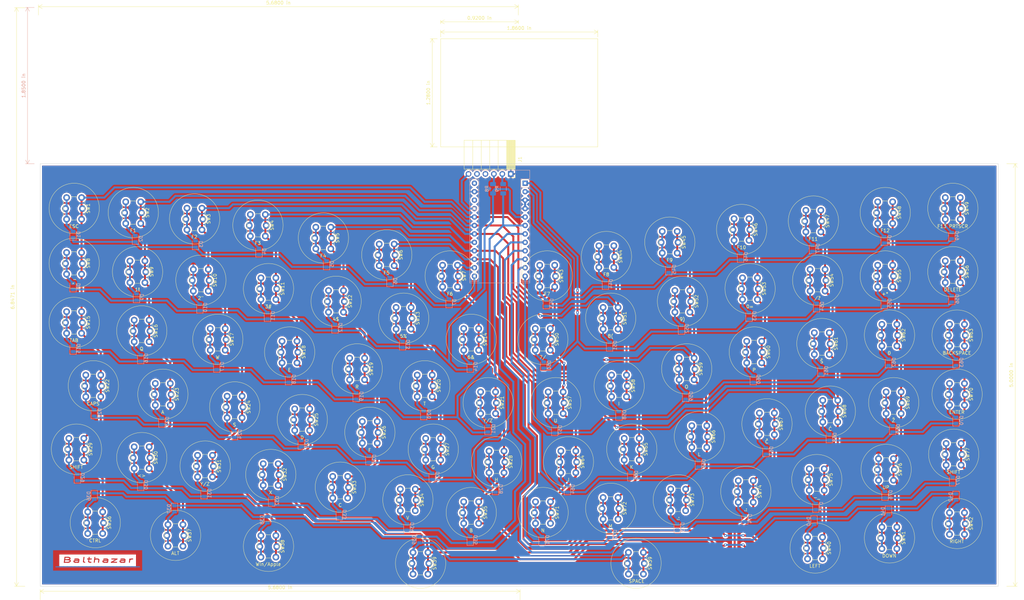
<source format=kicad_pcb>
(kicad_pcb (version 20171130) (host pcbnew "(5.1.5)-3")
  (layers (0 F.Cu signal) (31 B.Cu signal) (34 B.Paste user) (35 F.Paste user) (36 B.SilkS user) (37 F.SilkS user) (38 B.Mask user) (39 F.Mask user) (44 Edge.Cuts user))
  (net 0 "")
  (net 1 col1)
  (net 2 "Net-(D1-Pad2)")
  (net 3 "Net-(D2-Pad2)")
  (net 4 "Net-(D3-Pad2)")
  (net 5 "Net-(D4-Pad2)")
  (net 6 "Net-(D5-Pad2)")
  (net 7 "Net-(D6-Pad2)")
  (net 8 "Net-(D7-Pad2)")
  (net 9 "Net-(D8-Pad2)")
  (net 10 col2)
  (net 11 "Net-(D9-Pad2)")
  (net 12 "Net-(D10-Pad2)")
  (net 13 "Net-(D11-Pad2)")
  (net 14 "Net-(D12-Pad2)")
  (net 15 "Net-(D13-Pad2)")
  (net 16 "Net-(D14-Pad2)")
  (net 17 col3)
  (net 18 "Net-(D15-Pad2)")
  (net 19 "Net-(D16-Pad2)")
  (net 20 "Net-(D17-Pad2)")
  (net 21 "Net-(D18-Pad2)")
  (net 22 "Net-(D19-Pad2)")
  (net 23 "Net-(D20-Pad2)")
  (net 24 "Net-(D21-Pad2)")
  (net 25 col4)
  (net 26 "Net-(D22-Pad2)")
  (net 27 "Net-(D23-Pad2)")
  (net 28 "Net-(D24-Pad2)")
  (net 29 "Net-(D25-Pad2)")
  (net 30 "Net-(D26-Pad2)")
  (net 31 "Net-(D27-Pad2)")
  (net 32 "Net-(D28-Pad2)")
  (net 33 col5)
  (net 34 "Net-(D29-Pad2)")
  (net 35 "Net-(D30-Pad2)")
  (net 36 "Net-(D31-Pad2)")
  (net 37 "Net-(D32-Pad2)")
  (net 38 "Net-(D33-Pad2)")
  (net 39 "Net-(D34-Pad2)")
  (net 40 "Net-(D35-Pad2)")
  (net 41 col6)
  (net 42 "Net-(D36-Pad2)")
  (net 43 "Net-(D37-Pad2)")
  (net 44 "Net-(D38-Pad2)")
  (net 45 "Net-(D39-Pad2)")
  (net 46 "Net-(D40-Pad2)")
  (net 47 "Net-(D41-Pad2)")
  (net 48 "Net-(D42-Pad2)")
  (net 49 col7)
  (net 50 "Net-(D43-Pad2)")
  (net 51 "Net-(D44-Pad2)")
  (net 52 "Net-(D45-Pad2)")
  (net 53 "Net-(D46-Pad2)")
  (net 54 "Net-(D47-Pad2)")
  (net 55 "Net-(D48-Pad2)")
  (net 56 "Net-(D49-Pad2)")
  (net 57 col8)
  (net 58 "Net-(D50-Pad2)")
  (net 59 "Net-(D51-Pad2)")
  (net 60 "Net-(D52-Pad2)")
  (net 61 "Net-(D53-Pad2)")
  (net 62 "Net-(D54-Pad2)")
  (net 63 "Net-(D55-Pad2)")
  (net 64 "Net-(D56-Pad2)")
  (net 65 "Net-(D57-Pad2)")
  (net 66 col9)
  (net 67 "Net-(D58-Pad2)")
  (net 68 "Net-(D59-Pad2)")
  (net 69 "Net-(D60-Pad2)")
  (net 70 "Net-(D61-Pad2)")
  (net 71 "Net-(D62-Pad2)")
  (net 72 "Net-(D63-Pad2)")
  (net 73 "Net-(D64-Pad2)")
  (net 74 col10)
  (net 75 "Net-(D65-Pad2)")
  (net 76 "Net-(D66-Pad2)")
  (net 77 "Net-(D67-Pad2)")
  (net 78 "Net-(D68-Pad2)")
  (net 79 "Net-(D69-Pad2)")
  (net 80 "Net-(D70-Pad2)")
  (net 81 "Net-(D71-Pad2)")
  (net 82 col11)
  (net 83 "Net-(D72-Pad2)")
  (net 84 "Net-(D73-Pad2)")
  (net 85 "Net-(D74-Pad2)")
  (net 86 "Net-(D75-Pad2)")
  (net 87 "Net-(D76-Pad2)")
  (net 88 "Net-(D77-Pad2)")
  (net 89 row1)
  (net 90 row2)
  (net 91 row3)
  (net 92 row4)
  (net 93 row5)
  (net 94 row6)
  (net 95 row7)
  (net 96 GND)
  (net 97 "Net-(J1-Pad2)")
  (net 98 "Net-(J1-Pad3)")
  (net 99 "Net-(J1-Pad6)")
  (module Module:Arduino_ProMicro (layer B.Cu) (at 149.86 64.262 180)
    (fp_text reference U1 (at 7.62 5.08) (layer B.SilkS) (effects (justify mirror)))
    (fp_text value "Pro Micro")
    (pad 16 thru_hole oval (at 7.62 -7.62 180) (size 1.6 1.6) (drill 0.8) (layers *.Cu *.Mask) (net 93 row5))
    (pad 15 thru_hole oval (at 7.62 -10.16 180) (size 1.6 1.6) (drill 0.8) (layers *.Cu *.Mask) (net 94 row6))
    (pad 14 thru_hole oval (at 7.62 -12.7 180) (size 1.6 1.6) (drill 0.8) (layers *.Cu *.Mask) (net 95 row7))
    (pad 13 thru_hole oval (at 7.62 -15.24 180) (size 1.6 1.6) (drill 0.8) (layers *.Cu *.Mask) (net 1 col1))
    (pad 12 thru_hole oval (at -7.62 -15.24 180) (size 1.6 1.6) (drill 0.8) (layers *.Cu *.Mask) (net 66 col9))
    (pad 11 thru_hole oval (at -7.62 -12.7 180) (size 1.6 1.6) (drill 0.8) (layers *.Cu *.Mask) (net 57 col8))
    (pad 10 thru_hole oval (at -7.62 -10.16 180) (size 1.6 1.6) (drill 0.8) (layers *.Cu *.Mask) (net 49 col7))
    (pad 9 thru_hole oval (at -7.62 -7.62 180) (size 1.6 1.6) (drill 0.8) (layers *.Cu *.Mask) (net 41 col6))
    (pad 24 thru_hole oval (at 7.62 12.7 180) (size 1.6 1.6) (drill 0.8) (layers *.Cu *.Mask))
    (pad 8 thru_hole oval (at -7.62 -5.08 180) (size 1.6 1.6) (drill 0.8) (layers *.Cu *.Mask) (net 33 col5))
    (pad 23 thru_hole oval (at 7.62 10.16 180) (size 1.6 1.6) (drill 0.8) (layers *.Cu *.Mask) (net 96 GND))
    (pad 7 thru_hole oval (at -7.62 -2.54 180) (size 1.6 1.6) (drill 0.8) (layers *.Cu *.Mask) (net 25 col4))
    (pad 22 thru_hole oval (at 7.62 7.62 180) (size 1.6 1.6) (drill 0.8) (layers *.Cu *.Mask))
    (pad 6 thru_hole oval (at -7.62 0 180) (size 1.6 1.6) (drill 0.8) (layers *.Cu *.Mask) (net 17 col3))
    (pad 21 thru_hole oval (at 7.62 5.08 180) (size 1.6 1.6) (drill 0.8) (layers *.Cu *.Mask) (net 99 "Net-(J1-Pad6)"))
    (pad 5 thru_hole oval (at -7.62 2.54 180) (size 1.6 1.6) (drill 0.8) (layers *.Cu *.Mask) (net 10 col2))
    (pad 20 thru_hole oval (at 7.62 2.54 180) (size 1.6 1.6) (drill 0.8) (layers *.Cu *.Mask) (net 89 row1))
    (pad 4 thru_hole oval (at -7.62 5.08 180) (size 1.6 1.6) (drill 0.8) (layers *.Cu *.Mask) (net 96 GND))
    (pad 19 thru_hole oval (at 7.62 0 180) (size 1.6 1.6) (drill 0.8) (layers *.Cu *.Mask) (net 90 row2))
    (pad 3 thru_hole oval (at -7.62 7.62 180) (size 1.6 1.6) (drill 0.8) (layers *.Cu *.Mask) (net 96 GND))
    (pad 18 thru_hole oval (at 7.62 -2.54 180) (size 1.6 1.6) (drill 0.8) (layers *.Cu *.Mask) (net 91 row3))
    (pad 2 thru_hole oval (at -7.62 10.16 180) (size 1.6 1.6) (drill 0.8) (layers *.Cu *.Mask) (net 82 col11))
    (pad 17 thru_hole oval (at 7.62 -5.08 180) (size 1.6 1.6) (drill 0.8) (layers *.Cu *.Mask) (net 92 row4))
    (pad 1 thru_hole rect (at -7.62 12.7 180) (size 1.6 1.6) (drill 0.8) (layers *.Cu *.Mask) (net 74 col10))
  )
  (module Button_Switch_THT:SW_PUSH_6mm_8mm (layer F.Cu) (at 128.27 162.56 270)
    (fp_text reference SW39 (at 3.25 -2 90) (layer F.SilkS))
    (fp_text value SPACE)
    (pad 2 thru_hole circle (at 3.302 4.826) (size 2 2) (drill 1.1) (layers *.Cu *.Mask) (net 45 "Net-(D39-Pad2)"))
    (pad 1 thru_hole circle (at 3.302 -0.254) (size 2 2) (drill 1.1) (layers *.Cu *.Mask) (net 92 row4))
    (pad 1 thru_hole circle (at 6.5 0) (size 2 2) (drill 1.1) (layers *.Cu *.Mask) (net 92 row4))
    (pad 2 thru_hole circle (at 6.5 4.5) (size 2 2) (drill 1.1) (layers *.Cu *.Mask) (net 45 "Net-(D39-Pad2)"))
    (pad 1 thru_hole circle (at 0 0) (size 2 2) (drill 1.1) (layers *.Cu *.Mask) (net 92 row4))
    (pad 2 thru_hole circle (at 0 4.5) (size 2 2) (drill 1.1) (layers *.Cu *.Mask) (net 45 "Net-(D39-Pad2)"))
  )
  (module Button_Switch_THT:SW_PUSH_6mm_8mm (layer F.Cu) (at 193.04 162.56 270)
    (fp_text reference SW39 (at 3.25 -2 90) (layer F.SilkS))
    (fp_text value SPACE (at 8.636 2.032 180) (layer F.SilkS))
    (pad 2 thru_hole circle (at 3.302 4.826) (size 2 2) (drill 1.1) (layers *.Cu *.Mask) (net 45 "Net-(D39-Pad2)"))
    (pad 1 thru_hole circle (at 3.302 -0.254) (size 2 2) (drill 1.1) (layers *.Cu *.Mask) (net 92 row4))
    (pad 1 thru_hole circle (at 6.5 0) (size 2 2) (drill 1.1) (layers *.Cu *.Mask) (net 92 row4))
    (pad 2 thru_hole circle (at 6.5 4.5) (size 2 2) (drill 1.1) (layers *.Cu *.Mask) (net 45 "Net-(D39-Pad2)"))
    (pad 1 thru_hole circle (at 0 0) (size 2 2) (drill 1.1) (layers *.Cu *.Mask) (net 92 row4))
    (pad 2 thru_hole circle (at 0 4.5) (size 2 2) (drill 1.1) (layers *.Cu *.Mask) (net 45 "Net-(D39-Pad2)"))
  )
  (module Diode_SMD:D_0805_2012Metric (layer B.Cu) (at 40.3075 68.2475 90)
    (fp_text reference D2 (at 0 1.65 90) (layer B.SilkS) (effects (justify mirror)))
    (fp_text value D)
    (pad 2 smd roundrect (at 0.9375 0 90) (size 0.975 1.4) (layers B.Cu B.Paste B.Mask) (net 3 "Net-(D2-Pad2)"))
    (pad 1 smd roundrect (at -0.9375 0 90) (size 0.975 1.4) (layers B.Cu B.Paste B.Mask) (net 1 col1))
  )
  (module Diode_SMD:D_0805_2012Metric (layer B.Cu) (at 58.42 69.85 90)
    (fp_text reference D3 (at 0 1.65 90) (layer B.SilkS) (effects (justify mirror)))
    (fp_text value D)
    (pad 1 smd roundrect (at -0.9375 0 90) (size 0.975 1.4) (layers B.Cu B.Paste B.Mask) (net 1 col1))
    (pad 2 smd roundrect (at 0.9375 0 90) (size 0.975 1.4) (layers B.Cu B.Paste B.Mask) (net 4 "Net-(D3-Pad2)"))
  )
  (module Diode_SMD:D_0805_2012Metric (layer B.Cu) (at 77.47 72.0575 90)
    (fp_text reference D4 (at 0 1.65 90) (layer B.SilkS) (effects (justify mirror)))
    (fp_text value D)
    (pad 1 smd roundrect (at -0.9375 0 90) (size 0.975 1.4) (layers B.Cu B.Paste B.Mask) (net 1 col1))
    (pad 2 smd roundrect (at 0.9375 0 90) (size 0.975 1.4) (layers B.Cu B.Paste B.Mask) (net 5 "Net-(D4-Pad2)"))
  )
  (module Diode_SMD:D_0805_2012Metric (layer B.Cu) (at 97.79 75.8675 90)
    (fp_text reference D5 (at 0 1.65 90) (layer B.SilkS) (effects (justify mirror)))
    (fp_text value D)
    (pad 1 smd roundrect (at -0.9375 0 90) (size 0.975 1.4) (layers B.Cu B.Paste B.Mask) (net 1 col1))
    (pad 2 smd roundrect (at 0.9375 0 90) (size 0.975 1.4) (layers B.Cu B.Paste B.Mask) (net 6 "Net-(D5-Pad2)"))
  )
  (module Diode_SMD:D_0805_2012Metric (layer B.Cu) (at 116.84 80.9475 90)
    (fp_text reference D6 (at 0 1.65 90) (layer B.SilkS) (effects (justify mirror)))
    (fp_text value D)
    (pad 1 smd roundrect (at -0.9375 0 90) (size 0.975 1.4) (layers B.Cu B.Paste B.Mask) (net 1 col1))
    (pad 2 smd roundrect (at 0.9375 0 90) (size 0.975 1.4) (layers B.Cu B.Paste B.Mask) (net 7 "Net-(D6-Pad2)"))
  )
  (module Diode_SMD:D_0805_2012Metric (layer B.Cu) (at 134.62 87.2975 90)
    (fp_text reference D7 (at 0 1.65 90) (layer B.SilkS) (effects (justify mirror)))
    (fp_text value D)
    (pad 1 smd roundrect (at -0.9375 0 90) (size 0.975 1.4) (layers B.Cu B.Paste B.Mask) (net 1 col1))
    (pad 2 smd roundrect (at 0.9375 0 90) (size 0.975 1.4) (layers B.Cu B.Paste B.Mask) (net 8 "Net-(D7-Pad2)"))
  )
  (module Diode_SMD:D_0805_2012Metric (layer B.Cu) (at 21.59 82.55 90)
    (fp_text reference D8 (at 0 1.65 90) (layer B.SilkS) (effects (justify mirror)))
    (fp_text value D)
    (pad 2 smd roundrect (at 0.9375 0 90) (size 0.975 1.4) (layers B.Cu B.Paste B.Mask) (net 9 "Net-(D8-Pad2)"))
    (pad 1 smd roundrect (at -0.9375 0 90) (size 0.975 1.4) (layers B.Cu B.Paste B.Mask) (net 10 col2))
  )
  (module Diode_SMD:D_0805_2012Metric (layer B.Cu) (at 40.64 85.7735 90)
    (fp_text reference D9 (at 0 1.65 -90) (layer B.SilkS) (effects (justify mirror)))
    (fp_text value D)
    (pad 1 smd roundrect (at -0.9375 0 90) (size 0.975 1.4) (layers B.Cu B.Paste B.Mask) (net 10 col2))
    (pad 2 smd roundrect (at 0.9375 0 90) (size 0.975 1.4) (layers B.Cu B.Paste B.Mask) (net 11 "Net-(D9-Pad2)"))
  )
  (module Diode_SMD:D_0805_2012Metric (layer B.Cu) (at 59.69 88.9 90)
    (fp_text reference D10 (at 0 1.65 -90) (layer B.SilkS) (effects (justify mirror)))
    (fp_text value D)
    (pad 2 smd roundrect (at 0.9375 0 90) (size 0.975 1.4) (layers B.Cu B.Paste B.Mask) (net 12 "Net-(D10-Pad2)"))
    (pad 1 smd roundrect (at -0.9375 0 90) (size 0.975 1.4) (layers B.Cu B.Paste B.Mask) (net 10 col2))
  )
  (module Diode_SMD:D_0805_2012Metric (layer B.Cu) (at 80.01 91.44 90)
    (fp_text reference D11 (at 0 1.65 -90) (layer B.SilkS) (effects (justify mirror)))
    (fp_text value D)
    (pad 1 smd roundrect (at -0.9375 0 90) (size 0.975 1.4) (layers B.Cu B.Paste B.Mask) (net 10 col2))
    (pad 2 smd roundrect (at 0.9375 0 90) (size 0.975 1.4) (layers B.Cu B.Paste B.Mask) (net 13 "Net-(D11-Pad2)"))
  )
  (module Diode_SMD:D_0805_2012Metric (layer B.Cu) (at 100.33 94.9175 90)
    (fp_text reference D12 (at 0 1.65 -90) (layer B.SilkS) (effects (justify mirror)))
    (fp_text value D)
    (pad 2 smd roundrect (at 0.9375 0 90) (size 0.975 1.4) (layers B.Cu B.Paste B.Mask) (net 14 "Net-(D12-Pad2)"))
    (pad 1 smd roundrect (at -0.9375 0 90) (size 0.975 1.4) (layers B.Cu B.Paste B.Mask) (net 10 col2))
  )
  (module Diode_SMD:D_0805_2012Metric (layer B.Cu) (at 120.65 99.9975 90)
    (fp_text reference D13 (at 0 1.65 -90) (layer B.SilkS) (effects (justify mirror)))
    (fp_text value D)
    (pad 1 smd roundrect (at -0.9375 0 90) (size 0.975 1.4) (layers B.Cu B.Paste B.Mask) (net 10 col2))
    (pad 2 smd roundrect (at 0.9375 0 90) (size 0.975 1.4) (layers B.Cu B.Paste B.Mask) (net 15 "Net-(D13-Pad2)"))
  )
  (module Diode_SMD:D_0805_2012Metric (layer B.Cu) (at 140.97 106.68 90)
    (fp_text reference D14 (at 0 1.65 -90) (layer B.SilkS) (effects (justify mirror)))
    (fp_text value D)
    (pad 2 smd roundrect (at 0.9375 0 90) (size 0.975 1.4) (layers B.Cu B.Paste B.Mask) (net 16 "Net-(D14-Pad2)"))
    (pad 1 smd roundrect (at -0.9375 0 90) (size 0.975 1.4) (layers B.Cu B.Paste B.Mask) (net 10 col2))
  )
  (module Diode_SMD:D_0805_2012Metric (layer B.Cu) (at 21.59 101.2675 90)
    (fp_text reference D15 (at 0 1.65 -90) (layer B.SilkS) (effects (justify mirror)))
    (fp_text value D)
    (pad 1 smd roundrect (at -0.9375 0 90) (size 0.975 1.4) (layers B.Cu B.Paste B.Mask) (net 17 col3))
    (pad 2 smd roundrect (at 0.9375 0 90) (size 0.975 1.4) (layers B.Cu B.Paste B.Mask) (net 18 "Net-(D15-Pad2)"))
  )
  (module Diode_SMD:D_0805_2012Metric (layer B.Cu) (at 41.91 104.14 90)
    (fp_text reference D16 (at 0 1.65 90) (layer B.SilkS) (effects (justify mirror)))
    (fp_text value D)
    (pad 2 smd roundrect (at 0.9375 0 90) (size 0.975 1.4) (layers B.Cu B.Paste B.Mask) (net 19 "Net-(D16-Pad2)"))
    (pad 1 smd roundrect (at -0.9375 0 90) (size 0.975 1.4) (layers B.Cu B.Paste B.Mask) (net 17 col3))
  )
  (module Diode_SMD:D_0805_2012Metric (layer B.Cu) (at 64.77 106.68 90)
    (fp_text reference D17 (at 0 1.65 -90) (layer B.SilkS) (effects (justify mirror)))
    (fp_text value D)
    (pad 1 smd roundrect (at -0.9375 0 90) (size 0.975 1.4) (layers B.Cu B.Paste B.Mask) (net 17 col3))
    (pad 2 smd roundrect (at 0.9375 0 90) (size 0.975 1.4) (layers B.Cu B.Paste B.Mask) (net 20 "Net-(D17-Pad2)"))
  )
  (module Diode_SMD:D_0805_2012Metric (layer B.Cu) (at 86.36 110.49 90)
    (fp_text reference D18 (at 0 1.65 90) (layer B.SilkS) (effects (justify mirror)))
    (fp_text value D)
    (pad 2 smd roundrect (at 0.9375 0 90) (size 0.975 1.4) (layers B.Cu B.Paste B.Mask) (net 21 "Net-(D18-Pad2)"))
    (pad 1 smd roundrect (at -0.9375 0 90) (size 0.975 1.4) (layers B.Cu B.Paste B.Mask) (net 17 col3))
  )
  (module Diode_SMD:D_0805_2012Metric (layer B.Cu) (at 106.68 115.57 90)
    (fp_text reference D19 (at 0 1.65 90) (layer B.SilkS) (effects (justify mirror)))
    (fp_text value D)
    (pad 1 smd roundrect (at -0.9375 0 90) (size 0.975 1.4) (layers B.Cu B.Paste B.Mask) (net 17 col3))
    (pad 2 smd roundrect (at 0.9375 0 90) (size 0.975 1.4) (layers B.Cu B.Paste B.Mask) (net 22 "Net-(D19-Pad2)"))
  )
  (module Diode_SMD:D_0805_2012Metric (layer B.Cu) (at 127 120.9825 90)
    (fp_text reference D20 (at 0 1.65 270) (layer B.SilkS) (effects (justify mirror)))
    (fp_text value D)
    (pad 2 smd roundrect (at 0.9375 0 90) (size 0.975 1.4) (layers B.Cu B.Paste B.Mask) (net 23 "Net-(D20-Pad2)"))
    (pad 1 smd roundrect (at -0.9375 0 90) (size 0.975 1.4) (layers B.Cu B.Paste B.Mask) (net 17 col3))
  )
  (module Diode_SMD:D_0805_2012Metric (layer B.Cu) (at 146.304 125.3975 90)
    (fp_text reference D21 (at 0 1.65 -90) (layer B.SilkS) (effects (justify mirror)))
    (fp_text value D)
    (pad 1 smd roundrect (at -0.9375 0 90) (size 0.975 1.4) (layers B.Cu B.Paste B.Mask) (net 17 col3))
    (pad 2 smd roundrect (at 0.9375 0 90) (size 0.975 1.4) (layers B.Cu B.Paste B.Mask) (net 24 "Net-(D21-Pad2)"))
  )
  (module Diode_SMD:D_0805_2012Metric (layer B.Cu) (at 27.94 120.65 90)
    (fp_text reference D22 (at 0 1.65 -90) (layer B.SilkS) (effects (justify mirror)))
    (fp_text value D)
    (pad 1 smd roundrect (at -0.9375 0 90) (size 0.975 1.4) (layers B.Cu B.Paste B.Mask) (net 25 col4))
    (pad 2 smd roundrect (at 0.9375 0 90) (size 0.975 1.4) (layers B.Cu B.Paste B.Mask) (net 26 "Net-(D22-Pad2)"))
  )
  (module Diode_SMD:D_0805_2012Metric (layer B.Cu) (at 48.26 123.19 90)
    (fp_text reference D23 (at 0 1.65 -90) (layer B.SilkS) (effects (justify mirror)))
    (fp_text value D)
    (pad 2 smd roundrect (at 0.9375 0 90) (size 0.975 1.4) (layers B.Cu B.Paste B.Mask) (net 27 "Net-(D23-Pad2)"))
    (pad 1 smd roundrect (at -0.9375 0 90) (size 0.975 1.4) (layers B.Cu B.Paste B.Mask) (net 25 col4))
  )
  (module Diode_SMD:D_0805_2012Metric (layer B.Cu) (at 70.104 127 90)
    (fp_text reference D24 (at 0 1.65 90) (layer B.SilkS) (effects (justify mirror)))
    (fp_text value D)
    (pad 1 smd roundrect (at -0.9375 0 90) (size 0.975 1.4) (layers B.Cu B.Paste B.Mask) (net 25 col4))
    (pad 2 smd roundrect (at 0.9375 0 90) (size 0.975 1.4) (layers B.Cu B.Paste B.Mask) (net 28 "Net-(D24-Pad2)"))
  )
  (module Diode_SMD:D_0805_2012Metric (layer B.Cu) (at 90.17 129.8725 90)
    (fp_text reference D25 (at 0 1.65 -90) (layer B.SilkS) (effects (justify mirror)))
    (fp_text value D)
    (pad 2 smd roundrect (at 0.9375 0 90) (size 0.975 1.4) (layers B.Cu B.Paste B.Mask) (net 29 "Net-(D25-Pad2)"))
    (pad 1 smd roundrect (at -0.9375 0 90) (size 0.975 1.4) (layers B.Cu B.Paste B.Mask) (net 25 col4))
  )
  (module Diode_SMD:D_0805_2012Metric (layer B.Cu) (at 110.49 134.5415 90)
    (fp_text reference D26 (at 0 1.65 -90) (layer B.SilkS) (effects (justify mirror)))
    (fp_text value D)
    (pad 1 smd roundrect (at -0.9375 0 90) (size 0.975 1.4) (layers B.Cu B.Paste B.Mask) (net 25 col4))
    (pad 2 smd roundrect (at 0.9375 0 90) (size 0.975 1.4) (layers B.Cu B.Paste B.Mask) (net 30 "Net-(D26-Pad2)"))
  )
  (module Diode_SMD:D_0805_2012Metric (layer B.Cu) (at 129.54 139.7 90)
    (fp_text reference D27 (at 0 1.65 90) (layer B.SilkS) (effects (justify mirror)))
    (fp_text value D)
    (pad 2 smd roundrect (at 0.9375 0 90) (size 0.975 1.4) (layers B.Cu B.Paste B.Mask) (net 31 "Net-(D27-Pad2)"))
    (pad 1 smd roundrect (at -0.9375 0 90) (size 0.975 1.4) (layers B.Cu B.Paste B.Mask) (net 25 col4))
  )
  (module Diode_SMD:D_0805_2012Metric (layer B.Cu) (at 148.59 143.51 90)
    (fp_text reference D28 (at 0 1.65 90) (layer B.SilkS) (effects (justify mirror)))
    (fp_text value D)
    (pad 2 smd roundrect (at 0.9375 0 90) (size 0.975 1.4) (layers B.Cu B.Paste B.Mask) (net 32 "Net-(D28-Pad2)"))
    (pad 1 smd roundrect (at -0.9375 0 90) (size 0.975 1.4) (layers B.Cu B.Paste B.Mask) (net 25 col4))
  )
  (module Diode_SMD:D_0805_2012Metric (layer B.Cu) (at 22.86 140.0325 90)
    (fp_text reference D29 (at 0 1.65 90) (layer B.SilkS) (effects (justify mirror)))
    (fp_text value D)
    (pad 1 smd roundrect (at -0.9375 0 90) (size 0.975 1.4) (layers B.Cu B.Paste B.Mask) (net 33 col5))
    (pad 2 smd roundrect (at 0.9375 0 90) (size 0.975 1.4) (layers B.Cu B.Paste B.Mask) (net 34 "Net-(D29-Pad2)"))
  )
  (module Diode_SMD:D_0805_2012Metric (layer B.Cu) (at 41.91 142.24 90)
    (fp_text reference D30 (at 0 1.65 90) (layer B.SilkS) (effects (justify mirror)))
    (fp_text value D)
    (pad 2 smd roundrect (at 0.9375 0 90) (size 0.975 1.4) (layers B.Cu B.Paste B.Mask) (net 35 "Net-(D30-Pad2)"))
    (pad 1 smd roundrect (at -0.9375 0 90) (size 0.975 1.4) (layers B.Cu B.Paste B.Mask) (net 33 col5))
  )
  (module Diode_SMD:D_0805_2012Metric (layer B.Cu) (at 60.96 144.78 90)
    (fp_text reference D31 (at 0 1.65 90) (layer B.SilkS) (effects (justify mirror)))
    (fp_text value D)
    (pad 2 smd roundrect (at 0.9375 0 90) (size 0.975 1.4) (layers B.Cu B.Paste B.Mask) (net 36 "Net-(D31-Pad2)"))
    (pad 1 smd roundrect (at -0.9375 0 90) (size 0.975 1.4) (layers B.Cu B.Paste B.Mask) (net 33 col5))
  )
  (module Diode_SMD:D_0805_2012Metric (layer B.Cu) (at 81.28 146.9875 90)
    (fp_text reference D32 (at 0 1.65 90) (layer B.SilkS) (effects (justify mirror)))
    (fp_text value D)
    (pad 2 smd roundrect (at 0.9375 0 90) (size 0.975 1.4) (layers B.Cu B.Paste B.Mask) (net 37 "Net-(D32-Pad2)"))
    (pad 1 smd roundrect (at -0.9375 0 90) (size 0.975 1.4) (layers B.Cu B.Paste B.Mask) (net 33 col5))
  )
  (module Diode_SMD:D_0805_2012Metric (layer B.Cu) (at 101.6 151.13 90)
    (fp_text reference D33 (at 0 1.65 -90) (layer B.SilkS) (effects (justify mirror)))
    (fp_text value D)
    (pad 1 smd roundrect (at -0.9375 0 90) (size 0.975 1.4) (layers B.Cu B.Paste B.Mask) (net 33 col5))
    (pad 2 smd roundrect (at 0.9375 0 90) (size 0.975 1.4) (layers B.Cu B.Paste B.Mask) (net 38 "Net-(D33-Pad2)"))
  )
  (module Diode_SMD:D_0805_2012Metric (layer B.Cu) (at 121.92 154.94 90)
    (fp_text reference D34 (at 0 1.65 90) (layer B.SilkS) (effects (justify mirror)))
    (fp_text value D)
    (pad 2 smd roundrect (at 0.9375 0 90) (size 0.975 1.4) (layers B.Cu B.Paste B.Mask) (net 39 "Net-(D34-Pad2)"))
    (pad 1 smd roundrect (at -0.9375 0 90) (size 0.975 1.4) (layers B.Cu B.Paste B.Mask) (net 33 col5))
  )
  (module Diode_SMD:D_0805_2012Metric (layer B.Cu) (at 140.97 158.75 90)
    (fp_text reference D35 (at 0 1.65 90) (layer B.SilkS) (effects (justify mirror)))
    (fp_text value D)
    (pad 1 smd roundrect (at -0.9375 0 90) (size 0.975 1.4) (layers B.Cu B.Paste B.Mask) (net 33 col5))
    (pad 2 smd roundrect (at 0.9375 0 90) (size 0.975 1.4) (layers B.Cu B.Paste B.Mask) (net 40 "Net-(D35-Pad2)"))
  )
  (module Diode_SMD:D_0805_2012Metric (layer B.Cu) (at 27.94 145.6205 270)
    (fp_text reference D36 (at 0 1.65 90) (layer B.SilkS) (effects (justify mirror)))
    (fp_text value D)
    (pad 1 smd roundrect (at -0.9375 0 270) (size 0.975 1.4) (layers B.Cu B.Paste B.Mask) (net 41 col6))
    (pad 2 smd roundrect (at 0.9375 0 270) (size 0.975 1.4) (layers B.Cu B.Paste B.Mask) (net 42 "Net-(D36-Pad2)"))
  )
  (module Diode_SMD:D_0805_2012Metric (layer B.Cu) (at 52.07 149.4305 270)
    (fp_text reference D37 (at 0 1.65 90) (layer B.SilkS) (effects (justify mirror)))
    (fp_text value D)
    (pad 2 smd roundrect (at 0.9375 0 270) (size 0.975 1.4) (layers B.Cu B.Paste B.Mask) (net 43 "Net-(D37-Pad2)"))
    (pad 1 smd roundrect (at -0.9375 0 270) (size 0.975 1.4) (layers B.Cu B.Paste B.Mask) (net 41 col6))
  )
  (module Diode_SMD:D_0805_2012Metric (layer B.Cu) (at 80.01 152.7325 270)
    (fp_text reference D38 (at 0 1.65 270) (layer B.SilkS) (effects (justify mirror)))
    (fp_text value D)
    (pad 1 smd roundrect (at -0.9375 0 270) (size 0.975 1.4) (layers B.Cu B.Paste B.Mask) (net 41 col6))
    (pad 2 smd roundrect (at 0.9375 0 270) (size 0.975 1.4) (layers B.Cu B.Paste B.Mask) (net 44 "Net-(D38-Pad2)"))
  )
  (module Diode_SMD:D_0805_2012Metric (layer B.Cu) (at 125.73 158.75 270)
    (fp_text reference D39 (at 0 1.65 90) (layer B.SilkS) (effects (justify mirror)))
    (fp_text value D)
    (pad 2 smd roundrect (at 0.9375 0 270) (size 0.975 1.4) (layers B.Cu B.Paste B.Mask) (net 45 "Net-(D39-Pad2)"))
    (pad 1 smd roundrect (at -0.9375 0 270) (size 0.975 1.4) (layers B.Cu B.Paste B.Mask) (net 41 col6))
  )
  (module Diode_SMD:D_0805_2012Metric (layer B.Cu) (at 244.348 153.2405 270)
    (fp_text reference D40 (at 0 1.65 270) (layer B.SilkS) (effects (justify mirror)))
    (fp_text value D)
    (pad 1 smd roundrect (at -0.9375 0 270) (size 0.975 1.4) (layers B.Cu B.Paste B.Mask) (net 41 col6))
    (pad 2 smd roundrect (at 0.9375 0 270) (size 0.975 1.4) (layers B.Cu B.Paste B.Mask) (net 46 "Net-(D40-Pad2)"))
  )
  (module Diode_SMD:D_0805_2012Metric (layer B.Cu) (at 266.7 150.2895 270)
    (fp_text reference D41 (at 0 1.65 90) (layer B.SilkS) (effects (justify mirror)))
    (fp_text value D)
    (pad 2 smd roundrect (at 0.9375 0 270) (size 0.975 1.4) (layers B.Cu B.Paste B.Mask) (net 47 "Net-(D41-Pad2)"))
    (pad 1 smd roundrect (at -0.9375 0 270) (size 0.975 1.4) (layers B.Cu B.Paste B.Mask) (net 41 col6))
  )
  (module Diode_SMD:D_0805_2012Metric (layer B.Cu) (at 287.02 145.8745 270)
    (fp_text reference D42 (at 0 1.65 270) (layer B.SilkS) (effects (justify mirror)))
    (fp_text value D)
    (pad 2 smd roundrect (at 0.9375 0 270) (size 0.975 1.4) (layers B.Cu B.Paste B.Mask) (net 48 "Net-(D42-Pad2)"))
    (pad 1 smd roundrect (at -0.9375 0 270) (size 0.975 1.4) (layers B.Cu B.Paste B.Mask) (net 41 col6))
  )
  (module Diode_SMD:D_0805_2012Metric (layer B.Cu) (at 163.83 87.63 90)
    (fp_text reference D43 (at 0 1.65 -90) (layer B.SilkS) (effects (justify mirror)))
    (fp_text value D)
    (pad 1 smd roundrect (at -0.9375 0 90) (size 0.975 1.4) (layers B.Cu B.Paste B.Mask) (net 82 col11))
    (pad 2 smd roundrect (at 0.9375 0 90) (size 0.975 1.4) (layers B.Cu B.Paste B.Mask) (net 50 "Net-(D43-Pad2)"))
  )
  (module Diode_SMD:D_0805_2012Metric (layer B.Cu) (at 181.61 81.788 90)
    (fp_text reference D44 (at 0 1.65 -90) (layer B.SilkS) (effects (justify mirror)))
    (fp_text value D)
    (pad 2 smd roundrect (at 0.9375 0 90) (size 0.975 1.4) (layers B.Cu B.Paste B.Mask) (net 51 "Net-(D44-Pad2)"))
    (pad 1 smd roundrect (at -0.9375 0 90) (size 0.975 1.4) (layers B.Cu B.Paste B.Mask) (net 82 col11))
  )
  (module Diode_SMD:D_0805_2012Metric (layer B.Cu) (at 200.66 77.47 90)
    (fp_text reference D45 (at 0 1.65 -90) (layer B.SilkS) (effects (justify mirror)))
    (fp_text value D)
    (pad 1 smd roundrect (at -0.9375 0 90) (size 0.975 1.4) (layers B.Cu B.Paste B.Mask) (net 82 col11))
    (pad 2 smd roundrect (at 0.9375 0 90) (size 0.975 1.4) (layers B.Cu B.Paste B.Mask) (net 52 "Net-(D45-Pad2)"))
  )
  (module Diode_SMD:D_0805_2012Metric (layer B.Cu) (at 222.25 73.66 90)
    (fp_text reference D46 (at 0 1.65 -90) (layer B.SilkS) (effects (justify mirror)))
    (fp_text value D)
    (pad 1 smd roundrect (at -0.9375 0 90) (size 0.975 1.4) (layers B.Cu B.Paste B.Mask) (net 82 col11))
    (pad 2 smd roundrect (at 0.9375 0 90) (size 0.975 1.4) (layers B.Cu B.Paste B.Mask) (net 53 "Net-(D46-Pad2)"))
  )
  (module Diode_SMD:D_0805_2012Metric (layer B.Cu) (at 243.84 71.12 90)
    (fp_text reference D47 (at 0 1.65 -90) (layer B.SilkS) (effects (justify mirror)))
    (fp_text value D)
    (pad 2 smd roundrect (at 0.9375 0 90) (size 0.975 1.4) (layers B.Cu B.Paste B.Mask) (net 54 "Net-(D47-Pad2)"))
    (pad 1 smd roundrect (at -0.9375 0 90) (size 0.975 1.4) (layers B.Cu B.Paste B.Mask) (net 82 col11))
  )
  (module Diode_SMD:D_0805_2012Metric (layer B.Cu) (at 265.43 68.58 90)
    (fp_text reference D48 (at 0 1.65 -90) (layer B.SilkS) (effects (justify mirror)))
    (fp_text value D)
    (pad 1 smd roundrect (at -0.9375 0 90) (size 0.975 1.4) (layers B.Cu B.Paste B.Mask) (net 82 col11))
    (pad 2 smd roundrect (at 0.9375 0 90) (size 0.975 1.4) (layers B.Cu B.Paste B.Mask) (net 55 "Net-(D48-Pad2)"))
  )
  (module Diode_SMD:D_0805_2012Metric (layer B.Cu) (at 285.75 67.31 90)
    (fp_text reference D49 (at 0 1.65 -90) (layer B.SilkS) (effects (justify mirror)))
    (fp_text value D)
    (pad 1 smd roundrect (at -0.9375 0 90) (size 0.975 1.4) (layers B.Cu B.Paste B.Mask) (net 82 col11))
    (pad 2 smd roundrect (at 0.9375 0 90) (size 0.975 1.4) (layers B.Cu B.Paste B.Mask) (net 56 "Net-(D49-Pad2)"))
  )
  (module Diode_SMD:D_0805_2012Metric (layer B.Cu) (at 163.068 106.2505 90)
    (fp_text reference D50 (at 0 1.65 -90) (layer B.SilkS) (effects (justify mirror)))
    (fp_text value D)
    (pad 1 smd roundrect (at -0.9375 0 90) (size 0.975 1.4) (layers B.Cu B.Paste B.Mask) (net 74 col10))
    (pad 2 smd roundrect (at 0.9375 0 90) (size 0.975 1.4) (layers B.Cu B.Paste B.Mask) (net 58 "Net-(D50-Pad2)"))
  )
  (module Diode_SMD:D_0805_2012Metric (layer B.Cu) (at 182.88 100.33 90)
    (fp_text reference D51 (at 0 1.65 -90) (layer B.SilkS) (effects (justify mirror)))
    (fp_text value D)
    (pad 2 smd roundrect (at 0.9375 0 90) (size 0.975 1.4) (layers B.Cu B.Paste B.Mask) (net 59 "Net-(D51-Pad2)"))
    (pad 1 smd roundrect (at -0.9375 0 90) (size 0.975 1.4) (layers B.Cu B.Paste B.Mask) (net 74 col10))
  )
  (module Diode_SMD:D_0805_2012Metric (layer B.Cu) (at 204.47 95.25 90)
    (fp_text reference D52 (at 0 1.65 -90) (layer B.SilkS) (effects (justify mirror)))
    (fp_text value D)
    (pad 1 smd roundrect (at -0.9375 0 90) (size 0.975 1.4) (layers B.Cu B.Paste B.Mask) (net 74 col10))
    (pad 2 smd roundrect (at 0.9375 0 90) (size 0.975 1.4) (layers B.Cu B.Paste B.Mask) (net 60 "Net-(D52-Pad2)"))
  )
  (module Diode_SMD:D_0805_2012Metric (layer B.Cu) (at 224.79 91.44 90)
    (fp_text reference D53 (at 0 1.65 -90) (layer B.SilkS) (effects (justify mirror)))
    (fp_text value D)
    (pad 2 smd roundrect (at 0.9375 0 90) (size 0.975 1.4) (layers B.Cu B.Paste B.Mask) (net 61 "Net-(D53-Pad2)"))
    (pad 1 smd roundrect (at -0.9375 0 90) (size 0.975 1.4) (layers B.Cu B.Paste B.Mask) (net 74 col10))
  )
  (module Diode_SMD:D_0805_2012Metric (layer B.Cu) (at 245.11 88.5675 90)
    (fp_text reference D54 (at 0 1.65 -90) (layer B.SilkS) (effects (justify mirror)))
    (fp_text value D)
    (pad 1 smd roundrect (at -0.9375 0 90) (size 0.975 1.4) (layers B.Cu B.Paste B.Mask) (net 74 col10))
    (pad 2 smd roundrect (at 0.9375 0 90) (size 0.975 1.4) (layers B.Cu B.Paste B.Mask) (net 62 "Net-(D54-Pad2)"))
  )
  (module Diode_SMD:D_0805_2012Metric (layer B.Cu) (at 265.43 87.63 90)
    (fp_text reference D55 (at 0 1.65 -90) (layer B.SilkS) (effects (justify mirror)))
    (fp_text value D)
    (pad 2 smd roundrect (at 0.9375 0 90) (size 0.975 1.4) (layers B.Cu B.Paste B.Mask) (net 63 "Net-(D55-Pad2)"))
    (pad 1 smd roundrect (at -0.9375 0 90) (size 0.975 1.4) (layers B.Cu B.Paste B.Mask) (net 74 col10))
  )
  (module Diode_SMD:D_0805_2012Metric (layer B.Cu) (at 285.75 86.36 90)
    (fp_text reference D56 (at 0 1.65 -90) (layer B.SilkS) (effects (justify mirror)))
    (fp_text value D)
    (pad 2 smd roundrect (at 0.9375 0 90) (size 0.975 1.4) (layers B.Cu B.Paste B.Mask) (net 64 "Net-(D56-Pad2)"))
    (pad 1 smd roundrect (at -0.9375 0 90) (size 0.975 1.4) (layers B.Cu B.Paste B.Mask) (net 74 col10))
  )
  (module Diode_SMD:D_0805_2012Metric (layer B.Cu) (at 166.37 125.73 90)
    (fp_text reference D57 (at 0 1.65 -90) (layer B.SilkS) (effects (justify mirror)))
    (fp_text value D)
    (pad 2 smd roundrect (at 0.9375 0 90) (size 0.975 1.4) (layers B.Cu B.Paste B.Mask) (net 65 "Net-(D57-Pad2)"))
    (pad 1 smd roundrect (at -0.9375 0 90) (size 0.975 1.4) (layers B.Cu B.Paste B.Mask) (net 66 col9))
  )
  (module Diode_SMD:D_0805_2012Metric (layer B.Cu) (at 185.674 121.158 90)
    (fp_text reference D58 (at 0 1.65 -90) (layer B.SilkS) (effects (justify mirror)))
    (fp_text value D)
    (pad 2 smd roundrect (at 0.9375 0 90) (size 0.975 1.4) (layers B.Cu B.Paste B.Mask) (net 67 "Net-(D58-Pad2)"))
    (pad 1 smd roundrect (at -0.9375 0 90) (size 0.975 1.4) (layers B.Cu B.Paste B.Mask) (net 66 col9))
  )
  (module Diode_SMD:D_0805_2012Metric (layer B.Cu) (at 205.74 115.57 90)
    (fp_text reference D59 (at 0 1.65 -90) (layer B.SilkS) (effects (justify mirror)))
    (fp_text value D)
    (pad 1 smd roundrect (at -0.9375 0 90) (size 0.975 1.4) (layers B.Cu B.Paste B.Mask) (net 66 col9))
    (pad 2 smd roundrect (at 0.9375 0 90) (size 0.975 1.4) (layers B.Cu B.Paste B.Mask) (net 68 "Net-(D59-Pad2)"))
  )
  (module Diode_SMD:D_0805_2012Metric (layer B.Cu) (at 226.06 110.49 90)
    (fp_text reference D60 (at 0 1.65 -90) (layer B.SilkS) (effects (justify mirror)))
    (fp_text value D)
    (pad 2 smd roundrect (at 0.9375 0 90) (size 0.975 1.4) (layers B.Cu B.Paste B.Mask) (net 69 "Net-(D60-Pad2)"))
    (pad 1 smd roundrect (at -0.9375 0 90) (size 0.975 1.4) (layers B.Cu B.Paste B.Mask) (net 66 col9))
  )
  (module Diode_SMD:D_0805_2012Metric (layer B.Cu) (at 246.38 107.95 90)
    (fp_text reference D61 (at 0 1.65 -90) (layer B.SilkS) (effects (justify mirror)))
    (fp_text value D)
    (pad 2 smd roundrect (at 0.9375 0 90) (size 0.975 1.4) (layers B.Cu B.Paste B.Mask) (net 70 "Net-(D61-Pad2)"))
    (pad 1 smd roundrect (at -0.9375 0 90) (size 0.975 1.4) (layers B.Cu B.Paste B.Mask) (net 66 col9))
  )
  (module Diode_SMD:D_0805_2012Metric (layer B.Cu) (at 266.7 105.41 90)
    (fp_text reference D62 (at 0 1.65 -90) (layer B.SilkS) (effects (justify mirror)))
    (fp_text value D)
    (pad 1 smd roundrect (at -0.9375 0 90) (size 0.975 1.4) (layers B.Cu B.Paste B.Mask) (net 66 col9))
    (pad 2 smd roundrect (at 0.9375 0 90) (size 0.975 1.4) (layers B.Cu B.Paste B.Mask) (net 71 "Net-(D62-Pad2)"))
  )
  (module Diode_SMD:D_0805_2012Metric (layer B.Cu) (at 287.02 105.41 90)
    (fp_text reference D63 (at 0 1.65 -90) (layer B.SilkS) (effects (justify mirror)))
    (fp_text value D)
    (pad 1 smd roundrect (at -0.9375 0 90) (size 0.975 1.4) (layers B.Cu B.Paste B.Mask) (net 66 col9))
    (pad 2 smd roundrect (at 0.9375 0 90) (size 0.975 1.4) (layers B.Cu B.Paste B.Mask) (net 72 "Net-(D63-Pad2)"))
  )
  (module Diode_SMD:D_0805_2012Metric (layer B.Cu) (at 170.18 143.51 90)
    (fp_text reference D64 (at 0 1.65 -90) (layer B.SilkS) (effects (justify mirror)))
    (fp_text value D)
    (pad 2 smd roundrect (at 0.9375 0 90) (size 0.975 1.4) (layers B.Cu B.Paste B.Mask) (net 73 "Net-(D64-Pad2)"))
    (pad 1 smd roundrect (at -0.9375 0 90) (size 0.975 1.4) (layers B.Cu B.Paste B.Mask) (net 57 col8))
  )
  (module Diode_SMD:D_0805_2012Metric (layer B.Cu) (at 189.23 139.3675 90)
    (fp_text reference D65 (at 0 1.65 -90) (layer B.SilkS) (effects (justify mirror)))
    (fp_text value D)
    (pad 1 smd roundrect (at -0.9375 0 90) (size 0.975 1.4) (layers B.Cu B.Paste B.Mask) (net 57 col8))
    (pad 2 smd roundrect (at 0.9375 0 90) (size 0.975 1.4) (layers B.Cu B.Paste B.Mask) (net 75 "Net-(D65-Pad2)"))
  )
  (module Diode_SMD:D_0805_2012Metric (layer B.Cu) (at 209.55 135.89 90)
    (fp_text reference D66 (at 0 1.65 -90) (layer B.SilkS) (effects (justify mirror)))
    (fp_text value D)
    (pad 2 smd roundrect (at 0.9375 0 90) (size 0.975 1.4) (layers B.Cu B.Paste B.Mask) (net 76 "Net-(D66-Pad2)"))
    (pad 1 smd roundrect (at -0.9375 0 90) (size 0.975 1.4) (layers B.Cu B.Paste B.Mask) (net 57 col8))
  )
  (module Diode_SMD:D_0805_2012Metric (layer B.Cu) (at 229.87 132.08 90)
    (fp_text reference D67 (at 0 1.65 -90) (layer B.SilkS) (effects (justify mirror)))
    (fp_text value D)
    (pad 1 smd roundrect (at -0.9375 0 90) (size 0.975 1.4) (layers B.Cu B.Paste B.Mask) (net 57 col8))
    (pad 2 smd roundrect (at 0.9375 0 90) (size 0.975 1.4) (layers B.Cu B.Paste B.Mask) (net 77 "Net-(D67-Pad2)"))
  )
  (module Diode_SMD:D_0805_2012Metric (layer B.Cu) (at 248.92 127.9375 90)
    (fp_text reference D68 (at 0 1.65 -90) (layer B.SilkS) (effects (justify mirror)))
    (fp_text value D)
    (pad 2 smd roundrect (at 0.9375 0 90) (size 0.975 1.4) (layers B.Cu B.Paste B.Mask) (net 78 "Net-(D68-Pad2)"))
    (pad 1 smd roundrect (at -0.9375 0 90) (size 0.975 1.4) (layers B.Cu B.Paste B.Mask) (net 57 col8))
  )
  (module Diode_SMD:D_0805_2012Metric (layer B.Cu) (at 267.97 125.3975 90)
    (fp_text reference D69 (at 0 1.65 -90) (layer B.SilkS) (effects (justify mirror)))
    (fp_text value D)
    (pad 1 smd roundrect (at -0.9375 0 90) (size 0.975 1.4) (layers B.Cu B.Paste B.Mask) (net 57 col8))
    (pad 2 smd roundrect (at 0.9375 0 90) (size 0.975 1.4) (layers B.Cu B.Paste B.Mask) (net 79 "Net-(D69-Pad2)"))
  )
  (module Diode_SMD:D_0805_2012Metric (layer B.Cu) (at 287.02 122.8575 90)
    (fp_text reference D70 (at 0 1.65 -90) (layer B.SilkS) (effects (justify mirror)))
    (fp_text value D)
    (pad 2 smd roundrect (at 0.9375 0 90) (size 0.975 1.4) (layers B.Cu B.Paste B.Mask) (net 80 "Net-(D70-Pad2)"))
    (pad 1 smd roundrect (at -0.9375 0 90) (size 0.975 1.4) (layers B.Cu B.Paste B.Mask) (net 57 col8))
  )
  (module Diode_SMD:D_0805_2012Metric (layer B.Cu) (at 162.56 158.75 90)
    (fp_text reference D71 (at 0 1.65 -90) (layer B.SilkS) (effects (justify mirror)))
    (fp_text value D)
    (pad 2 smd roundrect (at 0.9375 0 90) (size 0.975 1.4) (layers B.Cu B.Paste B.Mask) (net 81 "Net-(D71-Pad2)"))
    (pad 1 smd roundrect (at -0.9375 0 90) (size 0.975 1.4) (layers B.Cu B.Paste B.Mask) (net 49 col7))
  )
  (module Diode_SMD:D_0805_2012Metric (layer B.Cu) (at 182.88 157.1475 90)
    (fp_text reference D72 (at 0 1.65 -90) (layer B.SilkS) (effects (justify mirror)))
    (fp_text value D)
    (pad 1 smd roundrect (at -0.9375 0 90) (size 0.975 1.4) (layers B.Cu B.Paste B.Mask) (net 49 col7))
    (pad 2 smd roundrect (at 0.9375 0 90) (size 0.975 1.4) (layers B.Cu B.Paste B.Mask) (net 83 "Net-(D72-Pad2)"))
  )
  (module Diode_SMD:D_0805_2012Metric (layer B.Cu) (at 203.2 154.94 90)
    (fp_text reference D73 (at 0 1.65 -90) (layer B.SilkS) (effects (justify mirror)))
    (fp_text value D)
    (pad 2 smd roundrect (at 0.9375 0 90) (size 0.975 1.4) (layers B.Cu B.Paste B.Mask) (net 84 "Net-(D73-Pad2)"))
    (pad 1 smd roundrect (at -0.9375 0 90) (size 0.975 1.4) (layers B.Cu B.Paste B.Mask) (net 49 col7))
  )
  (module Diode_SMD:D_0805_2012Metric (layer B.Cu) (at 223.52 152.4 90)
    (fp_text reference D74 (at 0 1.65 -90) (layer B.SilkS) (effects (justify mirror)))
    (fp_text value D)
    (pad 1 smd roundrect (at -0.9375 0 90) (size 0.975 1.4) (layers B.Cu B.Paste B.Mask) (net 49 col7))
    (pad 2 smd roundrect (at 0.9375 0 90) (size 0.975 1.4) (layers B.Cu B.Paste B.Mask) (net 85 "Net-(D74-Pad2)"))
  )
  (module Diode_SMD:D_0805_2012Metric (layer B.Cu) (at 244.856 148.7655 90)
    (fp_text reference D75 (at 0 1.65 -90) (layer B.SilkS) (effects (justify mirror)))
    (fp_text value D)
    (pad 2 smd roundrect (at 0.9375 0 90) (size 0.975 1.4) (layers B.Cu B.Paste B.Mask) (net 86 "Net-(D75-Pad2)"))
    (pad 1 smd roundrect (at -0.9375 0 90) (size 0.975 1.4) (layers B.Cu B.Paste B.Mask) (net 49 col7))
  )
  (module Diode_SMD:D_0805_2012Metric (layer B.Cu) (at 265.684 145.2095 90)
    (fp_text reference D76 (at 0 1.65 270) (layer B.SilkS) (effects (justify mirror)))
    (fp_text value D)
    (pad 2 smd roundrect (at 0.9375 0 90) (size 0.975 1.4) (layers B.Cu B.Paste B.Mask) (net 87 "Net-(D76-Pad2)"))
    (pad 1 smd roundrect (at -0.9375 0 90) (size 0.975 1.4) (layers B.Cu B.Paste B.Mask) (net 49 col7))
  )
  (module Diode_SMD:D_0805_2012Metric (layer B.Cu) (at 286.004 140.8915 90)
    (fp_text reference D77 (at 0 1.65 -90) (layer B.SilkS) (effects (justify mirror)))
    (fp_text value D)
    (pad 1 smd roundrect (at -0.9375 0 90) (size 0.975 1.4) (layers B.Cu B.Paste B.Mask) (net 49 col7))
    (pad 2 smd roundrect (at 0.9375 0 90) (size 0.975 1.4) (layers B.Cu B.Paste B.Mask) (net 88 "Net-(D77-Pad2)"))
  )
  (module Resistor_SMD:R_1206_3216Metric (layer B.Cu) (at 147.828 53.216 270)
    (fp_text reference R8 (at 0 1.82 90) (layer B.SilkS) (effects (justify mirror)))
    (fp_text value 200)
    (pad 1 smd roundrect (at -1.4 0 270) (size 1.25 1.75) (layers B.Cu B.Paste B.Mask) (roundrect_rratio 0.2) (net 98 "Net-(J1-Pad3)"))
    (pad 2 smd roundrect (at 1.4 0 270) (size 1.25 1.75) (layers B.Cu B.Paste B.Mask) (roundrect_rratio 0.2) (net 10 col2))
  )
  (module Resistor_SMD:R_1206_3216Metric (layer B.Cu) (at 150.876 53.216 270)
    (fp_text reference R9 (at 0 1.82 270) (layer B.SilkS) (effects (justify mirror)))
    (fp_text value 200)
    (pad 2 smd roundrect (at 1.4 0 270) (size 1.25 1.75) (layers B.Cu B.Paste B.Mask) (roundrect_rratio 0.2) (net 17 col3))
    (pad 1 smd roundrect (at -1.4 0 270) (size 1.25 1.75) (layers B.Cu B.Paste B.Mask) (roundrect_rratio 0.2) (net 97 "Net-(J1-Pad2)"))
  )
  (module Diode_SMD:D_0805_2012Metric (layer B.Cu) (at 21.59 66.9775 90)
    (fp_text reference D1 (at 0 1.65 90) (layer B.SilkS) (effects (justify mirror)))
    (fp_text value D)
    (pad 1 smd roundrect (at -0.9375 0 90) (size 0.975 1.4) (layers B.Cu B.Paste B.Mask) (net 1 col1))
    (pad 2 smd roundrect (at 0.9375 0 90) (size 0.975 1.4) (layers B.Cu B.Paste B.Mask) (net 2 "Net-(D1-Pad2)"))
  )
  (module Connector_PinSocket_2.54mm:PinSocket_1x06_P2.54mm_Horizontal (layer F.Cu) (at 153.162 48.768 270)
    (fp_text reference J1 (at -4.38 -2.77 90) (layer F.SilkS))
    (fp_text value "PSU I2C bus")
    (pad 1 thru_hole rect (at 0 0 270) (size 1.7 1.7) (drill 1) (layers *.Cu *.Mask) (net 96 GND))
    (pad 2 thru_hole oval (at 0 2.54 270) (size 1.7 1.7) (drill 1) (layers *.Cu *.Mask) (net 97 "Net-(J1-Pad2)"))
    (pad 3 thru_hole oval (at 0 5.08 270) (size 1.7 1.7) (drill 1) (layers *.Cu *.Mask) (net 98 "Net-(J1-Pad3)"))
    (pad 4 thru_hole oval (at 0 7.62 270) (size 1.7 1.7) (drill 1) (layers *.Cu *.Mask))
    (pad 5 thru_hole oval (at 0 10.16 270) (size 1.7 1.7) (drill 1) (layers *.Cu *.Mask))
    (pad 6 thru_hole oval (at 0 12.7 270) (size 1.7 1.7) (drill 1) (layers *.Cu *.Mask) (net 99 "Net-(J1-Pad6)"))
  )
  (module Button_Switch_THT:SW_PUSH_6mm_8mm (layer F.Cu) (at 24.13 55.88 270)
    (fp_text reference SW1 (at 3.25 -2 270) (layer F.SilkS))
    (fp_text value ESC (at 8.636 2.286 180) (layer F.SilkS))
    (pad 2 thru_hole circle (at 3.302 4.826) (size 2 2) (drill 1.1) (layers *.Cu *.Mask) (net 2 "Net-(D1-Pad2)"))
    (pad 1 thru_hole circle (at 3.302 -0.254) (size 2 2) (drill 1.1) (layers *.Cu *.Mask) (net 89 row1))
    (pad 1 thru_hole circle (at 6.5 0) (size 2 2) (drill 1.1) (layers *.Cu *.Mask) (net 89 row1))
    (pad 2 thru_hole circle (at 6.5 4.5) (size 2 2) (drill 1.1) (layers *.Cu *.Mask) (net 2 "Net-(D1-Pad2)"))
    (pad 1 thru_hole circle (at 0 0) (size 2 2) (drill 1.1) (layers *.Cu *.Mask) (net 89 row1))
    (pad 2 thru_hole circle (at 0 4.5) (size 2 2) (drill 1.1) (layers *.Cu *.Mask) (net 2 "Net-(D1-Pad2)"))
  )
  (module Button_Switch_THT:SW_PUSH_6mm_8mm (layer F.Cu) (at 41.91 57.15 270)
    (fp_text reference SW2 (at 3.25 -2 270) (layer F.SilkS))
    (fp_text value F1 (at 8.636 2.286 180) (layer F.SilkS))
    (pad 2 thru_hole circle (at 0 4.5) (size 2 2) (drill 1.1) (layers *.Cu *.Mask) (net 3 "Net-(D2-Pad2)"))
    (pad 1 thru_hole circle (at 0 0) (size 2 2) (drill 1.1) (layers *.Cu *.Mask) (net 90 row2))
    (pad 2 thru_hole circle (at 6.5 4.5) (size 2 2) (drill 1.1) (layers *.Cu *.Mask) (net 3 "Net-(D2-Pad2)"))
    (pad 1 thru_hole circle (at 6.5 0) (size 2 2) (drill 1.1) (layers *.Cu *.Mask) (net 90 row2))
    (pad 1 thru_hole circle (at 3.302 -0.254) (size 2 2) (drill 1.1) (layers *.Cu *.Mask) (net 90 row2))
    (pad 2 thru_hole circle (at 3.302 4.826) (size 2 2) (drill 1.1) (layers *.Cu *.Mask) (net 3 "Net-(D2-Pad2)"))
  )
  (module Button_Switch_THT:SW_PUSH_6mm_8mm (layer F.Cu) (at 60.325 59.055 270)
    (fp_text reference SW3 (at 3.25 -2 270) (layer F.SilkS))
    (fp_text value F2 (at 8.636 2.286 180) (layer F.SilkS))
    (pad 2 thru_hole circle (at 3.302 4.826) (size 2 2) (drill 1.1) (layers *.Cu *.Mask) (net 4 "Net-(D3-Pad2)"))
    (pad 1 thru_hole circle (at 3.302 -0.254) (size 2 2) (drill 1.1) (layers *.Cu *.Mask) (net 91 row3))
    (pad 1 thru_hole circle (at 6.5 0) (size 2 2) (drill 1.1) (layers *.Cu *.Mask) (net 91 row3))
    (pad 2 thru_hole circle (at 6.5 4.5) (size 2 2) (drill 1.1) (layers *.Cu *.Mask) (net 4 "Net-(D3-Pad2)"))
    (pad 1 thru_hole circle (at 0 0) (size 2 2) (drill 1.1) (layers *.Cu *.Mask) (net 91 row3))
    (pad 2 thru_hole circle (at 0 4.5) (size 2 2) (drill 1.1) (layers *.Cu *.Mask) (net 4 "Net-(D3-Pad2)"))
  )
  (module Button_Switch_THT:SW_PUSH_6mm_8mm (layer F.Cu) (at 79.375 60.96 270)
    (fp_text reference SW4 (at 3.25 -2 270) (layer F.SilkS))
    (fp_text value F3 (at 8.636 2.286 180) (layer F.SilkS))
    (pad 2 thru_hole circle (at 0 4.5) (size 2 2) (drill 1.1) (layers *.Cu *.Mask) (net 5 "Net-(D4-Pad2)"))
    (pad 1 thru_hole circle (at 0 0) (size 2 2) (drill 1.1) (layers *.Cu *.Mask) (net 92 row4))
    (pad 2 thru_hole circle (at 6.5 4.5) (size 2 2) (drill 1.1) (layers *.Cu *.Mask) (net 5 "Net-(D4-Pad2)"))
    (pad 1 thru_hole circle (at 6.5 0) (size 2 2) (drill 1.1) (layers *.Cu *.Mask) (net 92 row4))
    (pad 1 thru_hole circle (at 3.302 -0.254) (size 2 2) (drill 1.1) (layers *.Cu *.Mask) (net 92 row4))
    (pad 2 thru_hole circle (at 3.302 4.826) (size 2 2) (drill 1.1) (layers *.Cu *.Mask) (net 5 "Net-(D4-Pad2)"))
  )
  (module Button_Switch_THT:SW_PUSH_6mm_8mm (layer F.Cu) (at 99.06 64.77 270)
    (fp_text reference SW5 (at 3.25 -2 270) (layer F.SilkS))
    (fp_text value F4 (at 8.636 2.286 180) (layer F.SilkS))
    (pad 2 thru_hole circle (at 0 4.5) (size 2 2) (drill 1.1) (layers *.Cu *.Mask) (net 6 "Net-(D5-Pad2)"))
    (pad 1 thru_hole circle (at 0 0) (size 2 2) (drill 1.1) (layers *.Cu *.Mask) (net 93 row5))
    (pad 2 thru_hole circle (at 6.5 4.5) (size 2 2) (drill 1.1) (layers *.Cu *.Mask) (net 6 "Net-(D5-Pad2)"))
    (pad 1 thru_hole circle (at 6.5 0) (size 2 2) (drill 1.1) (layers *.Cu *.Mask) (net 93 row5))
    (pad 1 thru_hole circle (at 3.302 -0.254) (size 2 2) (drill 1.1) (layers *.Cu *.Mask) (net 93 row5))
    (pad 2 thru_hole circle (at 3.302 4.826) (size 2 2) (drill 1.1) (layers *.Cu *.Mask) (net 6 "Net-(D5-Pad2)"))
  )
  (module Button_Switch_THT:SW_PUSH_6mm_8mm (layer F.Cu) (at 118.11 69.85 270)
    (fp_text reference SW6 (at 3.25 -2 270) (layer F.SilkS))
    (fp_text value F5 (at 8.636 2.286 180) (layer F.SilkS))
    (pad 2 thru_hole circle (at 0 4.5) (size 2 2) (drill 1.1) (layers *.Cu *.Mask) (net 7 "Net-(D6-Pad2)"))
    (pad 1 thru_hole circle (at 0 0) (size 2 2) (drill 1.1) (layers *.Cu *.Mask) (net 94 row6))
    (pad 2 thru_hole circle (at 6.5 4.5) (size 2 2) (drill 1.1) (layers *.Cu *.Mask) (net 7 "Net-(D6-Pad2)"))
    (pad 1 thru_hole circle (at 6.5 0) (size 2 2) (drill 1.1) (layers *.Cu *.Mask) (net 94 row6))
    (pad 1 thru_hole circle (at 3.302 -0.254) (size 2 2) (drill 1.1) (layers *.Cu *.Mask) (net 94 row6))
    (pad 2 thru_hole circle (at 3.302 4.826) (size 2 2) (drill 1.1) (layers *.Cu *.Mask) (net 7 "Net-(D6-Pad2)"))
  )
  (module Button_Switch_THT:SW_PUSH_6mm_8mm (layer F.Cu) (at 137.16 76.2 270)
    (fp_text reference SW7 (at 3.25 -2 270) (layer F.SilkS))
    (fp_text value F6 (at 8.636 2.286 180) (layer F.SilkS))
    (pad 2 thru_hole circle (at 0 4.5) (size 2 2) (drill 1.1) (layers *.Cu *.Mask) (net 8 "Net-(D7-Pad2)"))
    (pad 1 thru_hole circle (at 0 0) (size 2 2) (drill 1.1) (layers *.Cu *.Mask) (net 95 row7))
    (pad 2 thru_hole circle (at 6.5 4.5) (size 2 2) (drill 1.1) (layers *.Cu *.Mask) (net 8 "Net-(D7-Pad2)"))
    (pad 1 thru_hole circle (at 6.5 0) (size 2 2) (drill 1.1) (layers *.Cu *.Mask) (net 95 row7))
    (pad 1 thru_hole circle (at 3.302 -0.254) (size 2 2) (drill 1.1) (layers *.Cu *.Mask) (net 95 row7))
    (pad 2 thru_hole circle (at 3.302 4.826) (size 2 2) (drill 1.1) (layers *.Cu *.Mask) (net 8 "Net-(D7-Pad2)"))
  )
  (module Button_Switch_THT:SW_PUSH_6mm_8mm (layer F.Cu) (at 24.13 72.39 270)
    (fp_text reference SW8 (at 3.25 -2 270) (layer F.SilkS))
    (fp_text value ¸¨ (at 8.636 2.286 180) (layer F.SilkS))
    (pad 2 thru_hole circle (at 0 4.5) (size 2 2) (drill 1.1) (layers *.Cu *.Mask) (net 9 "Net-(D8-Pad2)"))
    (pad 1 thru_hole circle (at 0 0) (size 2 2) (drill 1.1) (layers *.Cu *.Mask) (net 89 row1))
    (pad 2 thru_hole circle (at 6.5 4.5) (size 2 2) (drill 1.1) (layers *.Cu *.Mask) (net 9 "Net-(D8-Pad2)"))
    (pad 1 thru_hole circle (at 6.5 0) (size 2 2) (drill 1.1) (layers *.Cu *.Mask) (net 89 row1))
    (pad 1 thru_hole circle (at 3.302 -0.254) (size 2 2) (drill 1.1) (layers *.Cu *.Mask) (net 89 row1))
    (pad 2 thru_hole circle (at 3.302 4.826) (size 2 2) (drill 1.1) (layers *.Cu *.Mask) (net 9 "Net-(D8-Pad2)"))
  )
  (module Button_Switch_THT:SW_PUSH_6mm_8mm (layer F.Cu) (at 43.18 74.93 270)
    (fp_text reference SW9 (at 3.25 -2 270) (layer F.SilkS))
    (fp_text value 1! (at 8.636 2.286 180) (layer F.SilkS))
    (pad 2 thru_hole circle (at 0 4.5) (size 2 2) (drill 1.1) (layers *.Cu *.Mask) (net 11 "Net-(D9-Pad2)"))
    (pad 1 thru_hole circle (at 0 0) (size 2 2) (drill 1.1) (layers *.Cu *.Mask) (net 90 row2))
    (pad 2 thru_hole circle (at 6.5 4.5) (size 2 2) (drill 1.1) (layers *.Cu *.Mask) (net 11 "Net-(D9-Pad2)"))
    (pad 1 thru_hole circle (at 6.5 0) (size 2 2) (drill 1.1) (layers *.Cu *.Mask) (net 90 row2))
    (pad 1 thru_hole circle (at 3.302 -0.254) (size 2 2) (drill 1.1) (layers *.Cu *.Mask) (net 90 row2))
    (pad 2 thru_hole circle (at 3.302 4.826) (size 2 2) (drill 1.1) (layers *.Cu *.Mask) (net 11 "Net-(D9-Pad2)"))
  )
  (module Button_Switch_THT:SW_PUSH_6mm_8mm (layer F.Cu) (at 62.23 77.47 270)
    (fp_text reference SW10 (at 3.25 -2 270) (layer F.SilkS))
    (fp_text value 2" (at 8.636 2.286 180) (layer F.SilkS))
    (pad 2 thru_hole circle (at 0 4.5) (size 2 2) (drill 1.1) (layers *.Cu *.Mask) (net 12 "Net-(D10-Pad2)"))
    (pad 1 thru_hole circle (at 0 0) (size 2 2) (drill 1.1) (layers *.Cu *.Mask) (net 91 row3))
    (pad 2 thru_hole circle (at 6.5 4.5) (size 2 2) (drill 1.1) (layers *.Cu *.Mask) (net 12 "Net-(D10-Pad2)"))
    (pad 1 thru_hole circle (at 6.5 0) (size 2 2) (drill 1.1) (layers *.Cu *.Mask) (net 91 row3))
    (pad 1 thru_hole circle (at 3.302 -0.254) (size 2 2) (drill 1.1) (layers *.Cu *.Mask) (net 91 row3))
    (pad 2 thru_hole circle (at 3.302 4.826) (size 2 2) (drill 1.1) (layers *.Cu *.Mask) (net 12 "Net-(D10-Pad2)"))
  )
  (module Button_Switch_THT:SW_PUSH_6mm_8mm (layer F.Cu) (at 82.55 80.01 270)
    (fp_text reference SW11 (at 3.25 -2 270) (layer F.SilkS))
    (fp_text value 3# (at 8.636 2.286 180) (layer F.SilkS))
    (pad 2 thru_hole circle (at 0 4.5) (size 2 2) (drill 1.1) (layers *.Cu *.Mask) (net 13 "Net-(D11-Pad2)"))
    (pad 1 thru_hole circle (at 0 0) (size 2 2) (drill 1.1) (layers *.Cu *.Mask) (net 92 row4))
    (pad 2 thru_hole circle (at 6.5 4.5) (size 2 2) (drill 1.1) (layers *.Cu *.Mask) (net 13 "Net-(D11-Pad2)"))
    (pad 1 thru_hole circle (at 6.5 0) (size 2 2) (drill 1.1) (layers *.Cu *.Mask) (net 92 row4))
    (pad 1 thru_hole circle (at 3.302 -0.254) (size 2 2) (drill 1.1) (layers *.Cu *.Mask) (net 92 row4))
    (pad 2 thru_hole circle (at 3.302 4.826) (size 2 2) (drill 1.1) (layers *.Cu *.Mask) (net 13 "Net-(D11-Pad2)"))
  )
  (module Button_Switch_THT:SW_PUSH_6mm_8mm (layer F.Cu) (at 102.87 83.82 270)
    (fp_text reference SW12 (at 3.25 -2 270) (layer F.SilkS))
    (fp_text value 4$ (at 8.636 2.286 180) (layer F.SilkS))
    (pad 2 thru_hole circle (at 0 4.5) (size 2 2) (drill 1.1) (layers *.Cu *.Mask) (net 14 "Net-(D12-Pad2)"))
    (pad 1 thru_hole circle (at 0 0) (size 2 2) (drill 1.1) (layers *.Cu *.Mask) (net 93 row5))
    (pad 2 thru_hole circle (at 6.5 4.5) (size 2 2) (drill 1.1) (layers *.Cu *.Mask) (net 14 "Net-(D12-Pad2)"))
    (pad 1 thru_hole circle (at 6.5 0) (size 2 2) (drill 1.1) (layers *.Cu *.Mask) (net 93 row5))
    (pad 1 thru_hole circle (at 3.302 -0.254) (size 2 2) (drill 1.1) (layers *.Cu *.Mask) (net 93 row5))
    (pad 2 thru_hole circle (at 3.302 4.826) (size 2 2) (drill 1.1) (layers *.Cu *.Mask) (net 14 "Net-(D12-Pad2)"))
  )
  (module Button_Switch_THT:SW_PUSH_6mm_8mm (layer F.Cu) (at 123.19 88.9 270)
    (fp_text reference SW13 (at 3.25 -2 270) (layer F.SilkS))
    (fp_text value 5% (at 8.636 2.286 180) (layer F.SilkS))
    (pad 2 thru_hole circle (at 3.302 4.826) (size 2 2) (drill 1.1) (layers *.Cu *.Mask) (net 15 "Net-(D13-Pad2)"))
    (pad 1 thru_hole circle (at 3.302 -0.254) (size 2 2) (drill 1.1) (layers *.Cu *.Mask) (net 94 row6))
    (pad 1 thru_hole circle (at 6.5 0) (size 2 2) (drill 1.1) (layers *.Cu *.Mask) (net 94 row6))
    (pad 2 thru_hole circle (at 6.5 4.5) (size 2 2) (drill 1.1) (layers *.Cu *.Mask) (net 15 "Net-(D13-Pad2)"))
    (pad 1 thru_hole circle (at 0 0) (size 2 2) (drill 1.1) (layers *.Cu *.Mask) (net 94 row6))
    (pad 2 thru_hole circle (at 0 4.5) (size 2 2) (drill 1.1) (layers *.Cu *.Mask) (net 15 "Net-(D13-Pad2)"))
  )
  (module Button_Switch_THT:SW_PUSH_6mm_8mm (layer F.Cu) (at 143.51 95.25 270)
    (fp_text reference SW14 (at 3.25 -2 270) (layer F.SilkS))
    (fp_text value 6& (at 8.636 2.286 180) (layer F.SilkS))
    (pad 2 thru_hole circle (at 0 4.5) (size 2 2) (drill 1.1) (layers *.Cu *.Mask) (net 16 "Net-(D14-Pad2)"))
    (pad 1 thru_hole circle (at 0 0) (size 2 2) (drill 1.1) (layers *.Cu *.Mask) (net 95 row7))
    (pad 2 thru_hole circle (at 6.5 4.5) (size 2 2) (drill 1.1) (layers *.Cu *.Mask) (net 16 "Net-(D14-Pad2)"))
    (pad 1 thru_hole circle (at 6.5 0) (size 2 2) (drill 1.1) (layers *.Cu *.Mask) (net 95 row7))
    (pad 1 thru_hole circle (at 3.302 -0.254) (size 2 2) (drill 1.1) (layers *.Cu *.Mask) (net 95 row7))
    (pad 2 thru_hole circle (at 3.302 4.826) (size 2 2) (drill 1.1) (layers *.Cu *.Mask) (net 16 "Net-(D14-Pad2)"))
  )
  (module Button_Switch_THT:SW_PUSH_6mm_8mm (layer F.Cu) (at 24.13 90.17 270)
    (fp_text reference SW15 (at 3.25 -2 270) (layer F.SilkS))
    (fp_text value TAB (at 8.636 2.286 180) (layer F.SilkS))
    (pad 2 thru_hole circle (at 3.302 4.826) (size 2 2) (drill 1.1) (layers *.Cu *.Mask) (net 18 "Net-(D15-Pad2)"))
    (pad 1 thru_hole circle (at 3.302 -0.254) (size 2 2) (drill 1.1) (layers *.Cu *.Mask) (net 89 row1))
    (pad 1 thru_hole circle (at 6.5 0) (size 2 2) (drill 1.1) (layers *.Cu *.Mask) (net 89 row1))
    (pad 2 thru_hole circle (at 6.5 4.5) (size 2 2) (drill 1.1) (layers *.Cu *.Mask) (net 18 "Net-(D15-Pad2)"))
    (pad 1 thru_hole circle (at 0 0) (size 2 2) (drill 1.1) (layers *.Cu *.Mask) (net 89 row1))
    (pad 2 thru_hole circle (at 0 4.5) (size 2 2) (drill 1.1) (layers *.Cu *.Mask) (net 18 "Net-(D15-Pad2)"))
  )
  (module Button_Switch_THT:SW_PUSH_6mm_8mm (layer F.Cu) (at 44.45 92.71 270)
    (fp_text reference SW16 (at 3.25 -2 270) (layer F.SilkS))
    (fp_text value Q (at 8.636 2.286 180) (layer F.SilkS))
    (pad 2 thru_hole circle (at 3.302 4.826) (size 2 2) (drill 1.1) (layers *.Cu *.Mask) (net 19 "Net-(D16-Pad2)"))
    (pad 1 thru_hole circle (at 3.302 -0.254) (size 2 2) (drill 1.1) (layers *.Cu *.Mask) (net 90 row2))
    (pad 1 thru_hole circle (at 6.5 0) (size 2 2) (drill 1.1) (layers *.Cu *.Mask) (net 90 row2))
    (pad 2 thru_hole circle (at 6.5 4.5) (size 2 2) (drill 1.1) (layers *.Cu *.Mask) (net 19 "Net-(D16-Pad2)"))
    (pad 1 thru_hole circle (at 0 0) (size 2 2) (drill 1.1) (layers *.Cu *.Mask) (net 90 row2))
    (pad 2 thru_hole circle (at 0 4.5) (size 2 2) (drill 1.1) (layers *.Cu *.Mask) (net 19 "Net-(D16-Pad2)"))
  )
  (module Button_Switch_THT:SW_PUSH_6mm_8mm (layer F.Cu) (at 67.31 95.25 270)
    (fp_text reference SW17 (at 3.25 -2 270) (layer F.SilkS))
    (fp_text value W (at 8.636 2.286 180) (layer F.SilkS))
    (pad 2 thru_hole circle (at 3.302 4.826) (size 2 2) (drill 1.1) (layers *.Cu *.Mask) (net 20 "Net-(D17-Pad2)"))
    (pad 1 thru_hole circle (at 3.302 -0.254) (size 2 2) (drill 1.1) (layers *.Cu *.Mask) (net 91 row3))
    (pad 1 thru_hole circle (at 6.5 0) (size 2 2) (drill 1.1) (layers *.Cu *.Mask) (net 91 row3))
    (pad 2 thru_hole circle (at 6.5 4.5) (size 2 2) (drill 1.1) (layers *.Cu *.Mask) (net 20 "Net-(D17-Pad2)"))
    (pad 1 thru_hole circle (at 0 0) (size 2 2) (drill 1.1) (layers *.Cu *.Mask) (net 91 row3))
    (pad 2 thru_hole circle (at 0 4.5) (size 2 2) (drill 1.1) (layers *.Cu *.Mask) (net 20 "Net-(D17-Pad2)"))
  )
  (module Button_Switch_THT:SW_PUSH_6mm_8mm (layer F.Cu) (at 88.9 99.06 270)
    (fp_text reference SW18 (at 3.25 -2 270) (layer F.SilkS))
    (fp_text value E (at 8.636 2.286 180) (layer F.SilkS))
    (pad 2 thru_hole circle (at 0 4.5) (size 2 2) (drill 1.1) (layers *.Cu *.Mask) (net 21 "Net-(D18-Pad2)"))
    (pad 1 thru_hole circle (at 0 0) (size 2 2) (drill 1.1) (layers *.Cu *.Mask) (net 92 row4))
    (pad 2 thru_hole circle (at 6.5 4.5) (size 2 2) (drill 1.1) (layers *.Cu *.Mask) (net 21 "Net-(D18-Pad2)"))
    (pad 1 thru_hole circle (at 6.5 0) (size 2 2) (drill 1.1) (layers *.Cu *.Mask) (net 92 row4))
    (pad 1 thru_hole circle (at 3.302 -0.254) (size 2 2) (drill 1.1) (layers *.Cu *.Mask) (net 92 row4))
    (pad 2 thru_hole circle (at 3.302 4.826) (size 2 2) (drill 1.1) (layers *.Cu *.Mask) (net 21 "Net-(D18-Pad2)"))
  )
  (module Button_Switch_THT:SW_PUSH_6mm_8mm (layer F.Cu) (at 109.22 104.14 270)
    (fp_text reference SW19 (at 3.25 -2 270) (layer F.SilkS))
    (fp_text value R (at 8.636 2.286 180) (layer F.SilkS))
    (pad 2 thru_hole circle (at 3.302 4.826) (size 2 2) (drill 1.1) (layers *.Cu *.Mask) (net 22 "Net-(D19-Pad2)"))
    (pad 1 thru_hole circle (at 3.302 -0.254) (size 2 2) (drill 1.1) (layers *.Cu *.Mask) (net 93 row5))
    (pad 1 thru_hole circle (at 6.5 0) (size 2 2) (drill 1.1) (layers *.Cu *.Mask) (net 93 row5))
    (pad 2 thru_hole circle (at 6.5 4.5) (size 2 2) (drill 1.1) (layers *.Cu *.Mask) (net 22 "Net-(D19-Pad2)"))
    (pad 1 thru_hole circle (at 0 0) (size 2 2) (drill 1.1) (layers *.Cu *.Mask) (net 93 row5))
    (pad 2 thru_hole circle (at 0 4.5) (size 2 2) (drill 1.1) (layers *.Cu *.Mask) (net 22 "Net-(D19-Pad2)"))
  )
  (module Button_Switch_THT:SW_PUSH_6mm_8mm (layer F.Cu) (at 129.54 109.22 270)
    (fp_text reference SW20 (at 3.25 -2 270) (layer F.SilkS))
    (fp_text value T (at 8.636 2.286 180) (layer F.SilkS))
    (pad 2 thru_hole circle (at 0 4.5) (size 2 2) (drill 1.1) (layers *.Cu *.Mask) (net 23 "Net-(D20-Pad2)"))
    (pad 1 thru_hole circle (at 0 0) (size 2 2) (drill 1.1) (layers *.Cu *.Mask) (net 94 row6))
    (pad 2 thru_hole circle (at 6.5 4.5) (size 2 2) (drill 1.1) (layers *.Cu *.Mask) (net 23 "Net-(D20-Pad2)"))
    (pad 1 thru_hole circle (at 6.5 0) (size 2 2) (drill 1.1) (layers *.Cu *.Mask) (net 94 row6))
    (pad 1 thru_hole circle (at 3.302 -0.254) (size 2 2) (drill 1.1) (layers *.Cu *.Mask) (net 94 row6))
    (pad 2 thru_hole circle (at 3.302 4.826) (size 2 2) (drill 1.1) (layers *.Cu *.Mask) (net 23 "Net-(D20-Pad2)"))
  )
  (module Button_Switch_THT:SW_PUSH_6mm_8mm (layer F.Cu) (at 148.59 114.3 270)
    (fp_text reference SW21 (at 3.25 -2 270) (layer F.SilkS))
    (fp_text value Y/Z (at 8.636 2.286 180) (layer F.SilkS))
    (pad 2 thru_hole circle (at 0 4.5) (size 2 2) (drill 1.1) (layers *.Cu *.Mask) (net 24 "Net-(D21-Pad2)"))
    (pad 1 thru_hole circle (at 0 0) (size 2 2) (drill 1.1) (layers *.Cu *.Mask) (net 95 row7))
    (pad 2 thru_hole circle (at 6.5 4.5) (size 2 2) (drill 1.1) (layers *.Cu *.Mask) (net 24 "Net-(D21-Pad2)"))
    (pad 1 thru_hole circle (at 6.5 0) (size 2 2) (drill 1.1) (layers *.Cu *.Mask) (net 95 row7))
    (pad 1 thru_hole circle (at 3.302 -0.254) (size 2 2) (drill 1.1) (layers *.Cu *.Mask) (net 95 row7))
    (pad 2 thru_hole circle (at 3.302 4.826) (size 2 2) (drill 1.1) (layers *.Cu *.Mask) (net 24 "Net-(D21-Pad2)"))
  )
  (module Button_Switch_THT:SW_PUSH_6mm_8mm (layer F.Cu) (at 29.9 109.22 270)
    (fp_text reference SW22 (at 3.25 -2 270) (layer F.SilkS))
    (fp_text value CAPS (at 8.636 2.286 180) (layer F.SilkS))
    (pad 2 thru_hole circle (at 3.302 4.826) (size 2 2) (drill 1.1) (layers *.Cu *.Mask) (net 26 "Net-(D22-Pad2)"))
    (pad 1 thru_hole circle (at 3.302 -0.254) (size 2 2) (drill 1.1) (layers *.Cu *.Mask) (net 89 row1))
    (pad 1 thru_hole circle (at 6.5 0) (size 2 2) (drill 1.1) (layers *.Cu *.Mask) (net 89 row1))
    (pad 2 thru_hole circle (at 6.5 4.5) (size 2 2) (drill 1.1) (layers *.Cu *.Mask) (net 26 "Net-(D22-Pad2)"))
    (pad 1 thru_hole circle (at 0 0) (size 2 2) (drill 1.1) (layers *.Cu *.Mask) (net 89 row1))
    (pad 2 thru_hole circle (at 0 4.5) (size 2 2) (drill 1.1) (layers *.Cu *.Mask) (net 26 "Net-(D22-Pad2)"))
  )
  (module Button_Switch_THT:SW_PUSH_6mm_8mm (layer F.Cu) (at 50.8 111.76 270)
    (fp_text reference SW23 (at 3.25 -2 270) (layer F.SilkS))
    (fp_text value A (at 8.636 2.286 180) (layer F.SilkS))
    (pad 2 thru_hole circle (at 0 4.5) (size 2 2) (drill 1.1) (layers *.Cu *.Mask) (net 27 "Net-(D23-Pad2)"))
    (pad 1 thru_hole circle (at 0 0) (size 2 2) (drill 1.1) (layers *.Cu *.Mask) (net 90 row2))
    (pad 2 thru_hole circle (at 6.5 4.5) (size 2 2) (drill 1.1) (layers *.Cu *.Mask) (net 27 "Net-(D23-Pad2)"))
    (pad 1 thru_hole circle (at 6.5 0) (size 2 2) (drill 1.1) (layers *.Cu *.Mask) (net 90 row2))
    (pad 1 thru_hole circle (at 3.302 -0.254) (size 2 2) (drill 1.1) (layers *.Cu *.Mask) (net 90 row2))
    (pad 2 thru_hole circle (at 3.302 4.826) (size 2 2) (drill 1.1) (layers *.Cu *.Mask) (net 27 "Net-(D23-Pad2)"))
  )
  (module Button_Switch_THT:SW_PUSH_6mm_8mm (layer F.Cu) (at 72.39 115.57 270)
    (fp_text reference SW24 (at 3.25 -2 270) (layer F.SilkS))
    (fp_text value S (at 8.636 2.286 180) (layer F.SilkS))
    (pad 2 thru_hole circle (at 3.302 4.826) (size 2 2) (drill 1.1) (layers *.Cu *.Mask) (net 28 "Net-(D24-Pad2)"))
    (pad 1 thru_hole circle (at 3.302 -0.254) (size 2 2) (drill 1.1) (layers *.Cu *.Mask) (net 91 row3))
    (pad 1 thru_hole circle (at 6.5 0) (size 2 2) (drill 1.1) (layers *.Cu *.Mask) (net 91 row3))
    (pad 2 thru_hole circle (at 6.5 4.5) (size 2 2) (drill 1.1) (layers *.Cu *.Mask) (net 28 "Net-(D24-Pad2)"))
    (pad 1 thru_hole circle (at 0 0) (size 2 2) (drill 1.1) (layers *.Cu *.Mask) (net 91 row3))
    (pad 2 thru_hole circle (at 0 4.5) (size 2 2) (drill 1.1) (layers *.Cu *.Mask) (net 28 "Net-(D24-Pad2)"))
  )
  (module Button_Switch_THT:SW_PUSH_6mm_8mm (layer F.Cu) (at 92.71 119.38 270)
    (fp_text reference SW25 (at 3.25 -2 270) (layer F.SilkS))
    (fp_text value D (at 8.636 2.286 180) (layer F.SilkS))
    (pad 2 thru_hole circle (at 0 4.5) (size 2 2) (drill 1.1) (layers *.Cu *.Mask) (net 29 "Net-(D25-Pad2)"))
    (pad 1 thru_hole circle (at 0 0) (size 2 2) (drill 1.1) (layers *.Cu *.Mask) (net 92 row4))
    (pad 2 thru_hole circle (at 6.5 4.5) (size 2 2) (drill 1.1) (layers *.Cu *.Mask) (net 29 "Net-(D25-Pad2)"))
    (pad 1 thru_hole circle (at 6.5 0) (size 2 2) (drill 1.1) (layers *.Cu *.Mask) (net 92 row4))
    (pad 1 thru_hole circle (at 3.302 -0.254) (size 2 2) (drill 1.1) (layers *.Cu *.Mask) (net 92 row4))
    (pad 2 thru_hole circle (at 3.302 4.826) (size 2 2) (drill 1.1) (layers *.Cu *.Mask) (net 29 "Net-(D25-Pad2)"))
  )
  (module Button_Switch_THT:SW_PUSH_6mm_8mm (layer F.Cu) (at 113.03 123.19 270)
    (fp_text reference SW26 (at 3.25 -2 270) (layer F.SilkS))
    (fp_text value F (at 8.636 2.286 180) (layer F.SilkS))
    (pad 2 thru_hole circle (at 0 4.5) (size 2 2) (drill 1.1) (layers *.Cu *.Mask) (net 30 "Net-(D26-Pad2)"))
    (pad 1 thru_hole circle (at 0 0) (size 2 2) (drill 1.1) (layers *.Cu *.Mask) (net 93 row5))
    (pad 2 thru_hole circle (at 6.5 4.5) (size 2 2) (drill 1.1) (layers *.Cu *.Mask) (net 30 "Net-(D26-Pad2)"))
    (pad 1 thru_hole circle (at 6.5 0) (size 2 2) (drill 1.1) (layers *.Cu *.Mask) (net 93 row5))
    (pad 1 thru_hole circle (at 3.302 -0.254) (size 2 2) (drill 1.1) (layers *.Cu *.Mask) (net 93 row5))
    (pad 2 thru_hole circle (at 3.302 4.826) (size 2 2) (drill 1.1) (layers *.Cu *.Mask) (net 30 "Net-(D26-Pad2)"))
  )
  (module Button_Switch_THT:SW_PUSH_6mm_8mm (layer F.Cu) (at 132.08 128.27 270)
    (fp_text reference SW27 (at 3.25 -2 270) (layer F.SilkS))
    (fp_text value G (at 8.636 2.286 180) (layer F.SilkS))
    (pad 2 thru_hole circle (at 3.302 4.826) (size 2 2) (drill 1.1) (layers *.Cu *.Mask) (net 31 "Net-(D27-Pad2)"))
    (pad 1 thru_hole circle (at 3.302 -0.254) (size 2 2) (drill 1.1) (layers *.Cu *.Mask) (net 94 row6))
    (pad 1 thru_hole circle (at 6.5 0) (size 2 2) (drill 1.1) (layers *.Cu *.Mask) (net 94 row6))
    (pad 2 thru_hole circle (at 6.5 4.5) (size 2 2) (drill 1.1) (layers *.Cu *.Mask) (net 31 "Net-(D27-Pad2)"))
    (pad 1 thru_hole circle (at 0 0) (size 2 2) (drill 1.1) (layers *.Cu *.Mask) (net 94 row6))
    (pad 2 thru_hole circle (at 0 4.5) (size 2 2) (drill 1.1) (layers *.Cu *.Mask) (net 31 "Net-(D27-Pad2)"))
  )
  (module Button_Switch_THT:SW_PUSH_6mm_8mm (layer F.Cu) (at 151.13 132.08 270)
    (fp_text reference SW28 (at 3.25 -2 270) (layer F.SilkS))
    (fp_text value H (at 8.636 2.286 180) (layer F.SilkS))
    (pad 2 thru_hole circle (at 0 4.5) (size 2 2) (drill 1.1) (layers *.Cu *.Mask) (net 32 "Net-(D28-Pad2)"))
    (pad 1 thru_hole circle (at 0 0) (size 2 2) (drill 1.1) (layers *.Cu *.Mask) (net 95 row7))
    (pad 2 thru_hole circle (at 6.5 4.5) (size 2 2) (drill 1.1) (layers *.Cu *.Mask) (net 32 "Net-(D28-Pad2)"))
    (pad 1 thru_hole circle (at 6.5 0) (size 2 2) (drill 1.1) (layers *.Cu *.Mask) (net 95 row7))
    (pad 1 thru_hole circle (at 3.302 -0.254) (size 2 2) (drill 1.1) (layers *.Cu *.Mask) (net 95 row7))
    (pad 2 thru_hole circle (at 3.302 4.826) (size 2 2) (drill 1.1) (layers *.Cu *.Mask) (net 32 "Net-(D28-Pad2)"))
  )
  (module Button_Switch_THT:SW_PUSH_6mm_8mm (layer F.Cu) (at 24.82 128.27 270)
    (fp_text reference SW29 (at 3.25 -2 270) (layer F.SilkS))
    (fp_text value SHIFT (at 8.636 2.286 180) (layer F.SilkS))
    (pad 2 thru_hole circle (at 0 4.5) (size 2 2) (drill 1.1) (layers *.Cu *.Mask) (net 34 "Net-(D29-Pad2)"))
    (pad 1 thru_hole circle (at 0 0) (size 2 2) (drill 1.1) (layers *.Cu *.Mask) (net 89 row1))
    (pad 2 thru_hole circle (at 6.5 4.5) (size 2 2) (drill 1.1) (layers *.Cu *.Mask) (net 34 "Net-(D29-Pad2)"))
    (pad 1 thru_hole circle (at 6.5 0) (size 2 2) (drill 1.1) (layers *.Cu *.Mask) (net 89 row1))
    (pad 1 thru_hole circle (at 3.302 -0.254) (size 2 2) (drill 1.1) (layers *.Cu *.Mask) (net 89 row1))
    (pad 2 thru_hole circle (at 3.302 4.826) (size 2 2) (drill 1.1) (layers *.Cu *.Mask) (net 34 "Net-(D29-Pad2)"))
  )
  (module Button_Switch_THT:SW_PUSH_6mm_8mm (layer F.Cu) (at 44.45 130.81 270)
    (fp_text reference SW30 (at 3.25 -2 270) (layer F.SilkS))
    (fp_text value <> (at 8.636 2.286 180) (layer F.SilkS))
    (pad 2 thru_hole circle (at 3.302 4.826) (size 2 2) (drill 1.1) (layers *.Cu *.Mask) (net 35 "Net-(D30-Pad2)"))
    (pad 1 thru_hole circle (at 3.302 -0.254) (size 2 2) (drill 1.1) (layers *.Cu *.Mask) (net 90 row2))
    (pad 1 thru_hole circle (at 6.5 0) (size 2 2) (drill 1.1) (layers *.Cu *.Mask) (net 90 row2))
    (pad 2 thru_hole circle (at 6.5 4.5) (size 2 2) (drill 1.1) (layers *.Cu *.Mask) (net 35 "Net-(D30-Pad2)"))
    (pad 1 thru_hole circle (at 0 0) (size 2 2) (drill 1.1) (layers *.Cu *.Mask) (net 90 row2))
    (pad 2 thru_hole circle (at 0 4.5) (size 2 2) (drill 1.1) (layers *.Cu *.Mask) (net 35 "Net-(D30-Pad2)"))
  )
  (module Button_Switch_THT:SW_PUSH_6mm_8mm (layer F.Cu) (at 63.5 133.35 270)
    (fp_text reference SW31 (at 3.25 -2 270) (layer F.SilkS))
    (fp_text value Y/Z (at 8.636 2.286 180) (layer F.SilkS))
    (pad 2 thru_hole circle (at 0 4.5) (size 2 2) (drill 1.1) (layers *.Cu *.Mask) (net 36 "Net-(D31-Pad2)"))
    (pad 1 thru_hole circle (at 0 0) (size 2 2) (drill 1.1) (layers *.Cu *.Mask) (net 91 row3))
    (pad 2 thru_hole circle (at 6.5 4.5) (size 2 2) (drill 1.1) (layers *.Cu *.Mask) (net 36 "Net-(D31-Pad2)"))
    (pad 1 thru_hole circle (at 6.5 0) (size 2 2) (drill 1.1) (layers *.Cu *.Mask) (net 91 row3))
    (pad 1 thru_hole circle (at 3.302 -0.254) (size 2 2) (drill 1.1) (layers *.Cu *.Mask) (net 91 row3))
    (pad 2 thru_hole circle (at 3.302 4.826) (size 2 2) (drill 1.1) (layers *.Cu *.Mask) (net 36 "Net-(D31-Pad2)"))
  )
  (module Button_Switch_THT:SW_PUSH_6mm_8mm (layer F.Cu) (at 83.24 135.89 270)
    (fp_text reference SW32 (at 3.25 -2 270) (layer F.SilkS))
    (fp_text value X (at 8.636 2.286 180) (layer F.SilkS))
    (pad 2 thru_hole circle (at 3.302 4.826) (size 2 2) (drill 1.1) (layers *.Cu *.Mask) (net 37 "Net-(D32-Pad2)"))
    (pad 1 thru_hole circle (at 3.302 -0.254) (size 2 2) (drill 1.1) (layers *.Cu *.Mask) (net 92 row4))
    (pad 1 thru_hole circle (at 6.5 0) (size 2 2) (drill 1.1) (layers *.Cu *.Mask) (net 92 row4))
    (pad 2 thru_hole circle (at 6.5 4.5) (size 2 2) (drill 1.1) (layers *.Cu *.Mask) (net 37 "Net-(D32-Pad2)"))
    (pad 1 thru_hole circle (at 0 0) (size 2 2) (drill 1.1) (layers *.Cu *.Mask) (net 92 row4))
    (pad 2 thru_hole circle (at 0 4.5) (size 2 2) (drill 1.1) (layers *.Cu *.Mask) (net 37 "Net-(D32-Pad2)"))
  )
  (module Button_Switch_THT:SW_PUSH_6mm_8mm (layer F.Cu) (at 104.14 139.7 270)
    (fp_text reference SW33 (at 3.25 -2 270) (layer F.SilkS))
    (fp_text value C (at 8.636 2.286 180) (layer F.SilkS))
    (pad 2 thru_hole circle (at 0 4.5) (size 2 2) (drill 1.1) (layers *.Cu *.Mask) (net 38 "Net-(D33-Pad2)"))
    (pad 1 thru_hole circle (at 0 0) (size 2 2) (drill 1.1) (layers *.Cu *.Mask) (net 93 row5))
    (pad 2 thru_hole circle (at 6.5 4.5) (size 2 2) (drill 1.1) (layers *.Cu *.Mask) (net 38 "Net-(D33-Pad2)"))
    (pad 1 thru_hole circle (at 6.5 0) (size 2 2) (drill 1.1) (layers *.Cu *.Mask) (net 93 row5))
    (pad 1 thru_hole circle (at 3.302 -0.254) (size 2 2) (drill 1.1) (layers *.Cu *.Mask) (net 93 row5))
    (pad 2 thru_hole circle (at 3.302 4.826) (size 2 2) (drill 1.1) (layers *.Cu *.Mask) (net 38 "Net-(D33-Pad2)"))
  )
  (module Button_Switch_THT:SW_PUSH_6mm_8mm (layer F.Cu) (at 124.46 143.51 270)
    (fp_text reference SW34 (at 3.25 -2 270) (layer F.SilkS))
    (fp_text value V (at 8.636 2.286 180) (layer F.SilkS))
    (pad 2 thru_hole circle (at 3.302 4.826) (size 2 2) (drill 1.1) (layers *.Cu *.Mask) (net 39 "Net-(D34-Pad2)"))
    (pad 1 thru_hole circle (at 3.302 -0.254) (size 2 2) (drill 1.1) (layers *.Cu *.Mask) (net 94 row6))
    (pad 1 thru_hole circle (at 6.5 0) (size 2 2) (drill 1.1) (layers *.Cu *.Mask) (net 94 row6))
    (pad 2 thru_hole circle (at 6.5 4.5) (size 2 2) (drill 1.1) (layers *.Cu *.Mask) (net 39 "Net-(D34-Pad2)"))
    (pad 1 thru_hole circle (at 0 0) (size 2 2) (drill 1.1) (layers *.Cu *.Mask) (net 94 row6))
    (pad 2 thru_hole circle (at 0 4.5) (size 2 2) (drill 1.1) (layers *.Cu *.Mask) (net 39 "Net-(D34-Pad2)"))
  )
  (module Button_Switch_THT:SW_PUSH_6mm_8mm (layer F.Cu) (at 143.51 147.32 270)
    (fp_text reference SW35 (at 3.25 -2 270) (layer F.SilkS))
    (fp_text value B (at 8.636 2.286 180) (layer F.SilkS))
    (pad 2 thru_hole circle (at 3.302 4.826) (size 2 2) (drill 1.1) (layers *.Cu *.Mask) (net 40 "Net-(D35-Pad2)"))
    (pad 1 thru_hole circle (at 3.302 -0.254) (size 2 2) (drill 1.1) (layers *.Cu *.Mask) (net 95 row7))
    (pad 1 thru_hole circle (at 6.5 0) (size 2 2) (drill 1.1) (layers *.Cu *.Mask) (net 95 row7))
    (pad 2 thru_hole circle (at 6.5 4.5) (size 2 2) (drill 1.1) (layers *.Cu *.Mask) (net 40 "Net-(D35-Pad2)"))
    (pad 1 thru_hole circle (at 0 0) (size 2 2) (drill 1.1) (layers *.Cu *.Mask) (net 95 row7))
    (pad 2 thru_hole circle (at 0 4.5) (size 2 2) (drill 1.1) (layers *.Cu *.Mask) (net 40 "Net-(D35-Pad2)"))
  )
  (module Button_Switch_THT:SW_PUSH_6mm_8mm (layer F.Cu) (at 30.48 150.368 270)
    (fp_text reference SW36 (at 3.25 -2 270) (layer F.SilkS))
    (fp_text value CTRL (at 8.636 2.286 180) (layer F.SilkS))
    (pad 2 thru_hole circle (at 0 4.5) (size 2 2) (drill 1.1) (layers *.Cu *.Mask) (net 42 "Net-(D36-Pad2)"))
    (pad 1 thru_hole circle (at 0 0) (size 2 2) (drill 1.1) (layers *.Cu *.Mask) (net 89 row1))
    (pad 2 thru_hole circle (at 6.5 4.5) (size 2 2) (drill 1.1) (layers *.Cu *.Mask) (net 42 "Net-(D36-Pad2)"))
    (pad 1 thru_hole circle (at 6.5 0) (size 2 2) (drill 1.1) (layers *.Cu *.Mask) (net 89 row1))
    (pad 1 thru_hole circle (at 3.302 -0.254) (size 2 2) (drill 1.1) (layers *.Cu *.Mask) (net 89 row1))
    (pad 2 thru_hole circle (at 3.302 4.826) (size 2 2) (drill 1.1) (layers *.Cu *.Mask) (net 42 "Net-(D36-Pad2)"))
  )
  (module Button_Switch_THT:SW_PUSH_6mm_8mm (layer F.Cu) (at 54.61 154.178 270)
    (fp_text reference SW37 (at 3.25 -2 270) (layer F.SilkS))
    (fp_text value ALT (at 8.636 2.286 180) (layer F.SilkS))
    (pad 2 thru_hole circle (at 3.302 4.826) (size 2 2) (drill 1.1) (layers *.Cu *.Mask) (net 43 "Net-(D37-Pad2)"))
    (pad 1 thru_hole circle (at 3.302 -0.254) (size 2 2) (drill 1.1) (layers *.Cu *.Mask) (net 90 row2))
    (pad 1 thru_hole circle (at 6.5 0) (size 2 2) (drill 1.1) (layers *.Cu *.Mask) (net 90 row2))
    (pad 2 thru_hole circle (at 6.5 4.5) (size 2 2) (drill 1.1) (layers *.Cu *.Mask) (net 43 "Net-(D37-Pad2)"))
    (pad 1 thru_hole circle (at 0 0) (size 2 2) (drill 1.1) (layers *.Cu *.Mask) (net 90 row2))
    (pad 2 thru_hole circle (at 0 4.5) (size 2 2) (drill 1.1) (layers *.Cu *.Mask) (net 43 "Net-(D37-Pad2)"))
  )
  (module Button_Switch_THT:SW_PUSH_6mm_8mm (layer F.Cu) (at 82.55 157.48 270)
    (fp_text reference SW38 (at 3.25 -2 270) (layer F.SilkS))
    (fp_text value Win/Apple (at 8.636 2.286 180) (layer F.SilkS))
    (pad 2 thru_hole circle (at 3.302 4.826) (size 2 2) (drill 1.1) (layers *.Cu *.Mask) (net 44 "Net-(D38-Pad2)"))
    (pad 1 thru_hole circle (at 3.302 -0.254) (size 2 2) (drill 1.1) (layers *.Cu *.Mask) (net 91 row3))
    (pad 1 thru_hole circle (at 6.5 0) (size 2 2) (drill 1.1) (layers *.Cu *.Mask) (net 91 row3))
    (pad 2 thru_hole circle (at 6.5 4.5) (size 2 2) (drill 1.1) (layers *.Cu *.Mask) (net 44 "Net-(D38-Pad2)"))
    (pad 1 thru_hole circle (at 0 0) (size 2 2) (drill 1.1) (layers *.Cu *.Mask) (net 91 row3))
    (pad 2 thru_hole circle (at 0 4.5) (size 2 2) (drill 1.1) (layers *.Cu *.Mask) (net 44 "Net-(D38-Pad2)"))
  )
  (module Button_Switch_THT:SW_PUSH_6mm_8mm (layer F.Cu) (at 246.888 157.988 270)
    (fp_text reference SW40 (at 3.25 -2 270) (layer F.SilkS))
    (fp_text value LEFT (at 8.636 2.286 180) (layer F.SilkS))
    (pad 2 thru_hole circle (at 0 4.5) (size 2 2) (drill 1.1) (layers *.Cu *.Mask) (net 46 "Net-(D40-Pad2)"))
    (pad 1 thru_hole circle (at 0 0) (size 2 2) (drill 1.1) (layers *.Cu *.Mask) (net 93 row5))
    (pad 2 thru_hole circle (at 6.5 4.5) (size 2 2) (drill 1.1) (layers *.Cu *.Mask) (net 46 "Net-(D40-Pad2)"))
    (pad 1 thru_hole circle (at 6.5 0) (size 2 2) (drill 1.1) (layers *.Cu *.Mask) (net 93 row5))
    (pad 1 thru_hole circle (at 3.302 -0.254) (size 2 2) (drill 1.1) (layers *.Cu *.Mask) (net 93 row5))
    (pad 2 thru_hole circle (at 3.302 4.826) (size 2 2) (drill 1.1) (layers *.Cu *.Mask) (net 46 "Net-(D40-Pad2)"))
  )
  (module Button_Switch_THT:SW_PUSH_6mm_8mm (layer F.Cu) (at 269.24 154.94 270)
    (fp_text reference SW41 (at 3.25 -2 270) (layer F.SilkS))
    (fp_text value DOWN (at 8.636 2.286 180) (layer F.SilkS))
    (pad 2 thru_hole circle (at 3.302 4.826) (size 2 2) (drill 1.1) (layers *.Cu *.Mask) (net 47 "Net-(D41-Pad2)"))
    (pad 1 thru_hole circle (at 3.302 -0.254) (size 2 2) (drill 1.1) (layers *.Cu *.Mask) (net 94 row6))
    (pad 1 thru_hole circle (at 6.5 0) (size 2 2) (drill 1.1) (layers *.Cu *.Mask) (net 94 row6))
    (pad 2 thru_hole circle (at 6.5 4.5) (size 2 2) (drill 1.1) (layers *.Cu *.Mask) (net 47 "Net-(D41-Pad2)"))
    (pad 1 thru_hole circle (at 0 0) (size 2 2) (drill 1.1) (layers *.Cu *.Mask) (net 94 row6))
    (pad 2 thru_hole circle (at 0 4.5) (size 2 2) (drill 1.1) (layers *.Cu *.Mask) (net 47 "Net-(D41-Pad2)"))
  )
  (module Button_Switch_THT:SW_PUSH_6mm_8mm (layer F.Cu) (at 289.56 150.622 270)
    (fp_text reference SW42 (at 3.25 -2 270) (layer F.SilkS))
    (fp_text value RIGHT (at 8.636 2.286 180) (layer F.SilkS))
    (pad 2 thru_hole circle (at 3.302 4.826) (size 2 2) (drill 1.1) (layers *.Cu *.Mask) (net 48 "Net-(D42-Pad2)"))
    (pad 1 thru_hole circle (at 3.302 -0.254) (size 2 2) (drill 1.1) (layers *.Cu *.Mask) (net 95 row7))
    (pad 1 thru_hole circle (at 6.5 0) (size 2 2) (drill 1.1) (layers *.Cu *.Mask) (net 95 row7))
    (pad 2 thru_hole circle (at 6.5 4.5) (size 2 2) (drill 1.1) (layers *.Cu *.Mask) (net 48 "Net-(D42-Pad2)"))
    (pad 1 thru_hole circle (at 0 0) (size 2 2) (drill 1.1) (layers *.Cu *.Mask) (net 95 row7))
    (pad 2 thru_hole circle (at 0 4.5) (size 2 2) (drill 1.1) (layers *.Cu *.Mask) (net 48 "Net-(D42-Pad2)"))
  )
  (module Button_Switch_THT:SW_PUSH_6mm_8mm (layer F.Cu) (at 166.37 76.2 270)
    (fp_text reference SW43 (at 3.25 -2 270) (layer F.SilkS))
    (fp_text value F7 (at 8.636 2.286 180) (layer F.SilkS))
    (pad 2 thru_hole circle (at 0 4.5) (size 2 2) (drill 1.1) (layers *.Cu *.Mask) (net 50 "Net-(D43-Pad2)"))
    (pad 1 thru_hole circle (at 0 0) (size 2 2) (drill 1.1) (layers *.Cu *.Mask) (net 89 row1))
    (pad 2 thru_hole circle (at 6.5 4.5) (size 2 2) (drill 1.1) (layers *.Cu *.Mask) (net 50 "Net-(D43-Pad2)"))
    (pad 1 thru_hole circle (at 6.5 0) (size 2 2) (drill 1.1) (layers *.Cu *.Mask) (net 89 row1))
    (pad 1 thru_hole circle (at 3.302 -0.254) (size 2 2) (drill 1.1) (layers *.Cu *.Mask) (net 89 row1))
    (pad 2 thru_hole circle (at 3.302 4.826) (size 2 2) (drill 1.1) (layers *.Cu *.Mask) (net 50 "Net-(D43-Pad2)"))
  )
  (module Button_Switch_THT:SW_PUSH_6mm_8mm (layer F.Cu) (at 184.15 70.358 270)
    (fp_text reference SW44 (at 3.25 -2 270) (layer F.SilkS))
    (fp_text value F8 (at 8.636 2.286 180) (layer F.SilkS))
    (pad 2 thru_hole circle (at 3.302 4.826) (size 2 2) (drill 1.1) (layers *.Cu *.Mask) (net 51 "Net-(D44-Pad2)"))
    (pad 1 thru_hole circle (at 3.302 -0.254) (size 2 2) (drill 1.1) (layers *.Cu *.Mask) (net 90 row2))
    (pad 1 thru_hole circle (at 6.5 0) (size 2 2) (drill 1.1) (layers *.Cu *.Mask) (net 90 row2))
    (pad 2 thru_hole circle (at 6.5 4.5) (size 2 2) (drill 1.1) (layers *.Cu *.Mask) (net 51 "Net-(D44-Pad2)"))
    (pad 1 thru_hole circle (at 0 0) (size 2 2) (drill 1.1) (layers *.Cu *.Mask) (net 90 row2))
    (pad 2 thru_hole circle (at 0 4.5) (size 2 2) (drill 1.1) (layers *.Cu *.Mask) (net 51 "Net-(D44-Pad2)"))
  )
  (module Button_Switch_THT:SW_PUSH_6mm_8mm (layer F.Cu) (at 203.2 66.04 270)
    (fp_text reference SW45 (at 3.25 -2 270) (layer F.SilkS))
    (fp_text value F9 (at 8.636 2.286 180) (layer F.SilkS))
    (pad 2 thru_hole circle (at 0 4.5) (size 2 2) (drill 1.1) (layers *.Cu *.Mask) (net 52 "Net-(D45-Pad2)"))
    (pad 1 thru_hole circle (at 0 0) (size 2 2) (drill 1.1) (layers *.Cu *.Mask) (net 91 row3))
    (pad 2 thru_hole circle (at 6.5 4.5) (size 2 2) (drill 1.1) (layers *.Cu *.Mask) (net 52 "Net-(D45-Pad2)"))
    (pad 1 thru_hole circle (at 6.5 0) (size 2 2) (drill 1.1) (layers *.Cu *.Mask) (net 91 row3))
    (pad 1 thru_hole circle (at 3.302 -0.254) (size 2 2) (drill 1.1) (layers *.Cu *.Mask) (net 91 row3))
    (pad 2 thru_hole circle (at 3.302 4.826) (size 2 2) (drill 1.1) (layers *.Cu *.Mask) (net 52 "Net-(D45-Pad2)"))
  )
  (module Button_Switch_THT:SW_PUSH_6mm_8mm (layer F.Cu) (at 224.79 62.23 270)
    (fp_text reference SW46 (at 3.25 -2 270) (layer F.SilkS))
    (fp_text value F10 (at 8.636 2.286 180) (layer F.SilkS))
    (pad 2 thru_hole circle (at 3.302 4.826) (size 2 2) (drill 1.1) (layers *.Cu *.Mask) (net 53 "Net-(D46-Pad2)"))
    (pad 1 thru_hole circle (at 3.302 -0.254) (size 2 2) (drill 1.1) (layers *.Cu *.Mask) (net 92 row4))
    (pad 1 thru_hole circle (at 6.5 0) (size 2 2) (drill 1.1) (layers *.Cu *.Mask) (net 92 row4))
    (pad 2 thru_hole circle (at 6.5 4.5) (size 2 2) (drill 1.1) (layers *.Cu *.Mask) (net 53 "Net-(D46-Pad2)"))
    (pad 1 thru_hole circle (at 0 0) (size 2 2) (drill 1.1) (layers *.Cu *.Mask) (net 92 row4))
    (pad 2 thru_hole circle (at 0 4.5) (size 2 2) (drill 1.1) (layers *.Cu *.Mask) (net 53 "Net-(D46-Pad2)"))
  )
  (module Button_Switch_THT:SW_PUSH_6mm_8mm (layer F.Cu) (at 246.38 59.69 270)
    (fp_text reference SW47 (at 3.25 -2 270) (layer F.SilkS))
    (fp_text value F11 (at 8.636 2.286 180) (layer F.SilkS))
    (pad 2 thru_hole circle (at 0 4.5) (size 2 2) (drill 1.1) (layers *.Cu *.Mask) (net 54 "Net-(D47-Pad2)"))
    (pad 1 thru_hole circle (at 0 0) (size 2 2) (drill 1.1) (layers *.Cu *.Mask) (net 93 row5))
    (pad 2 thru_hole circle (at 6.5 4.5) (size 2 2) (drill 1.1) (layers *.Cu *.Mask) (net 54 "Net-(D47-Pad2)"))
    (pad 1 thru_hole circle (at 6.5 0) (size 2 2) (drill 1.1) (layers *.Cu *.Mask) (net 93 row5))
    (pad 1 thru_hole circle (at 3.302 -0.254) (size 2 2) (drill 1.1) (layers *.Cu *.Mask) (net 93 row5))
    (pad 2 thru_hole circle (at 3.302 4.826) (size 2 2) (drill 1.1) (layers *.Cu *.Mask) (net 54 "Net-(D47-Pad2)"))
  )
  (module Button_Switch_THT:SW_PUSH_6mm_8mm (layer F.Cu) (at 267.97 57.15 270)
    (fp_text reference SW48 (at 3.25 -2 270) (layer F.SilkS))
    (fp_text value F12 (at 8.636 2.286 180) (layer F.SilkS))
    (pad 2 thru_hole circle (at 3.302 4.826) (size 2 2) (drill 1.1) (layers *.Cu *.Mask) (net 55 "Net-(D48-Pad2)"))
    (pad 1 thru_hole circle (at 3.302 -0.254) (size 2 2) (drill 1.1) (layers *.Cu *.Mask) (net 94 row6))
    (pad 1 thru_hole circle (at 6.5 0) (size 2 2) (drill 1.1) (layers *.Cu *.Mask) (net 94 row6))
    (pad 2 thru_hole circle (at 6.5 4.5) (size 2 2) (drill 1.1) (layers *.Cu *.Mask) (net 55 "Net-(D48-Pad2)"))
    (pad 1 thru_hole circle (at 0 0) (size 2 2) (drill 1.1) (layers *.Cu *.Mask) (net 94 row6))
    (pad 2 thru_hole circle (at 0 4.5) (size 2 2) (drill 1.1) (layers *.Cu *.Mask) (net 55 "Net-(D48-Pad2)"))
  )
  (module Button_Switch_THT:SW_PUSH_6mm_8mm (layer F.Cu) (at 288.29 55.88 270)
    (fp_text reference SW49 (at 3.25 -2 270) (layer F.SilkS))
    (fp_text value "F13 PRTSCR" (at 8.636 2.286 180) (layer F.SilkS))
    (pad 2 thru_hole circle (at 3.302 4.826) (size 2 2) (drill 1.1) (layers *.Cu *.Mask) (net 56 "Net-(D49-Pad2)"))
    (pad 1 thru_hole circle (at 3.302 -0.254) (size 2 2) (drill 1.1) (layers *.Cu *.Mask) (net 95 row7))
    (pad 1 thru_hole circle (at 6.5 0) (size 2 2) (drill 1.1) (layers *.Cu *.Mask) (net 95 row7))
    (pad 2 thru_hole circle (at 6.5 4.5) (size 2 2) (drill 1.1) (layers *.Cu *.Mask) (net 56 "Net-(D49-Pad2)"))
    (pad 1 thru_hole circle (at 0 0) (size 2 2) (drill 1.1) (layers *.Cu *.Mask) (net 95 row7))
    (pad 2 thru_hole circle (at 0 4.5) (size 2 2) (drill 1.1) (layers *.Cu *.Mask) (net 56 "Net-(D49-Pad2)"))
  )
  (module Button_Switch_THT:SW_PUSH_6mm_8mm (layer F.Cu) (at 165.028 95.25 270)
    (fp_text reference SW50 (at 3.25 -2 270) (layer F.SilkS))
    (fp_text value 7/ (at 8.636 2.286 180) (layer F.SilkS))
    (pad 2 thru_hole circle (at 3.302 4.826) (size 2 2) (drill 1.1) (layers *.Cu *.Mask) (net 58 "Net-(D50-Pad2)"))
    (pad 1 thru_hole circle (at 3.302 -0.254) (size 2 2) (drill 1.1) (layers *.Cu *.Mask) (net 89 row1))
    (pad 1 thru_hole circle (at 6.5 0) (size 2 2) (drill 1.1) (layers *.Cu *.Mask) (net 89 row1))
    (pad 2 thru_hole circle (at 6.5 4.5) (size 2 2) (drill 1.1) (layers *.Cu *.Mask) (net 58 "Net-(D50-Pad2)"))
    (pad 1 thru_hole circle (at 0 0) (size 2 2) (drill 1.1) (layers *.Cu *.Mask) (net 89 row1))
    (pad 2 thru_hole circle (at 0 4.5) (size 2 2) (drill 1.1) (layers *.Cu *.Mask) (net 58 "Net-(D50-Pad2)"))
  )
  (module Button_Switch_THT:SW_PUSH_6mm_8mm (layer F.Cu) (at 185.42 88.9 270)
    (fp_text reference SW51 (at 3.25 -2 270) (layer F.SilkS))
    (fp_text value "8(" (at 8.636 2.286 180) (layer F.SilkS))
    (pad 2 thru_hole circle (at 0 4.5) (size 2 2) (drill 1.1) (layers *.Cu *.Mask) (net 59 "Net-(D51-Pad2)"))
    (pad 1 thru_hole circle (at 0 0) (size 2 2) (drill 1.1) (layers *.Cu *.Mask) (net 90 row2))
    (pad 2 thru_hole circle (at 6.5 4.5) (size 2 2) (drill 1.1) (layers *.Cu *.Mask) (net 59 "Net-(D51-Pad2)"))
    (pad 1 thru_hole circle (at 6.5 0) (size 2 2) (drill 1.1) (layers *.Cu *.Mask) (net 90 row2))
    (pad 1 thru_hole circle (at 3.302 -0.254) (size 2 2) (drill 1.1) (layers *.Cu *.Mask) (net 90 row2))
    (pad 2 thru_hole circle (at 3.302 4.826) (size 2 2) (drill 1.1) (layers *.Cu *.Mask) (net 59 "Net-(D51-Pad2)"))
  )
  (module Button_Switch_THT:SW_PUSH_6mm_8mm (layer F.Cu) (at 207.01 83.82 270)
    (fp_text reference SW52 (at 3.25 -2 270) (layer F.SilkS))
    (fp_text value "9)" (at 8.636 2.286 180) (layer F.SilkS))
    (pad 2 thru_hole circle (at 3.302 4.826) (size 2 2) (drill 1.1) (layers *.Cu *.Mask) (net 60 "Net-(D52-Pad2)"))
    (pad 1 thru_hole circle (at 3.302 -0.254) (size 2 2) (drill 1.1) (layers *.Cu *.Mask) (net 91 row3))
    (pad 1 thru_hole circle (at 6.5 0) (size 2 2) (drill 1.1) (layers *.Cu *.Mask) (net 91 row3))
    (pad 2 thru_hole circle (at 6.5 4.5) (size 2 2) (drill 1.1) (layers *.Cu *.Mask) (net 60 "Net-(D52-Pad2)"))
    (pad 1 thru_hole circle (at 0 0) (size 2 2) (drill 1.1) (layers *.Cu *.Mask) (net 91 row3))
    (pad 2 thru_hole circle (at 0 4.5) (size 2 2) (drill 1.1) (layers *.Cu *.Mask) (net 60 "Net-(D52-Pad2)"))
  )
  (module Button_Switch_THT:SW_PUSH_6mm_8mm (layer F.Cu) (at 227.33 80.01 270)
    (fp_text reference SW53 (at 3.25 -2 270) (layer F.SilkS))
    (fp_text value 0= (at 8.636 2.286 180) (layer F.SilkS))
    (pad 2 thru_hole circle (at 0 4.5) (size 2 2) (drill 1.1) (layers *.Cu *.Mask) (net 61 "Net-(D53-Pad2)"))
    (pad 1 thru_hole circle (at 0 0) (size 2 2) (drill 1.1) (layers *.Cu *.Mask) (net 92 row4))
    (pad 2 thru_hole circle (at 6.5 4.5) (size 2 2) (drill 1.1) (layers *.Cu *.Mask) (net 61 "Net-(D53-Pad2)"))
    (pad 1 thru_hole circle (at 6.5 0) (size 2 2) (drill 1.1) (layers *.Cu *.Mask) (net 92 row4))
    (pad 1 thru_hole circle (at 3.302 -0.254) (size 2 2) (drill 1.1) (layers *.Cu *.Mask) (net 92 row4))
    (pad 2 thru_hole circle (at 3.302 4.826) (size 2 2) (drill 1.1) (layers *.Cu *.Mask) (net 61 "Net-(D53-Pad2)"))
  )
  (module Button_Switch_THT:SW_PUSH_6mm_8mm (layer F.Cu) (at 247.65 77.47 270)
    (fp_text reference SW54 (at 3.25 -2 270) (layer F.SilkS))
    (fp_text value /? (at 8.636 2.286 180) (layer F.SilkS))
    (pad 2 thru_hole circle (at 3.302 4.826) (size 2 2) (drill 1.1) (layers *.Cu *.Mask) (net 62 "Net-(D54-Pad2)"))
    (pad 1 thru_hole circle (at 3.302 -0.254) (size 2 2) (drill 1.1) (layers *.Cu *.Mask) (net 93 row5))
    (pad 1 thru_hole circle (at 6.5 0) (size 2 2) (drill 1.1) (layers *.Cu *.Mask) (net 93 row5))
    (pad 2 thru_hole circle (at 6.5 4.5) (size 2 2) (drill 1.1) (layers *.Cu *.Mask) (net 62 "Net-(D54-Pad2)"))
    (pad 1 thru_hole circle (at 0 0) (size 2 2) (drill 1.1) (layers *.Cu *.Mask) (net 93 row5))
    (pad 2 thru_hole circle (at 0 4.5) (size 2 2) (drill 1.1) (layers *.Cu *.Mask) (net 62 "Net-(D54-Pad2)"))
  )
  (module Button_Switch_THT:SW_PUSH_6mm_8mm (layer F.Cu) (at 267.97 76.2 270)
    (fp_text reference SW55 (at 3.25 -2 270) (layer F.SilkS))
    (fp_text value +* (at 8.636 2.286 180) (layer F.SilkS))
    (pad 2 thru_hole circle (at 3.302 4.826) (size 2 2) (drill 1.1) (layers *.Cu *.Mask) (net 63 "Net-(D55-Pad2)"))
    (pad 1 thru_hole circle (at 3.302 -0.254) (size 2 2) (drill 1.1) (layers *.Cu *.Mask) (net 94 row6))
    (pad 1 thru_hole circle (at 6.5 0) (size 2 2) (drill 1.1) (layers *.Cu *.Mask) (net 94 row6))
    (pad 2 thru_hole circle (at 6.5 4.5) (size 2 2) (drill 1.1) (layers *.Cu *.Mask) (net 63 "Net-(D55-Pad2)"))
    (pad 1 thru_hole circle (at 0 0) (size 2 2) (drill 1.1) (layers *.Cu *.Mask) (net 94 row6))
    (pad 2 thru_hole circle (at 0 4.5) (size 2 2) (drill 1.1) (layers *.Cu *.Mask) (net 63 "Net-(D55-Pad2)"))
  )
  (module Button_Switch_THT:SW_PUSH_6mm_8mm (layer F.Cu) (at 288.29 74.93 270)
    (fp_text reference SW56 (at 3.25 -2 270) (layer F.SilkS))
    (fp_text value DELETE (at 8.636 2.286 180) (layer F.SilkS))
    (pad 2 thru_hole circle (at 3.302 4.826) (size 2 2) (drill 1.1) (layers *.Cu *.Mask) (net 64 "Net-(D56-Pad2)"))
    (pad 1 thru_hole circle (at 3.302 -0.254) (size 2 2) (drill 1.1) (layers *.Cu *.Mask) (net 95 row7))
    (pad 1 thru_hole circle (at 6.5 0) (size 2 2) (drill 1.1) (layers *.Cu *.Mask) (net 95 row7))
    (pad 2 thru_hole circle (at 6.5 4.5) (size 2 2) (drill 1.1) (layers *.Cu *.Mask) (net 64 "Net-(D56-Pad2)"))
    (pad 1 thru_hole circle (at 0 0) (size 2 2) (drill 1.1) (layers *.Cu *.Mask) (net 95 row7))
    (pad 2 thru_hole circle (at 0 4.5) (size 2 2) (drill 1.1) (layers *.Cu *.Mask) (net 64 "Net-(D56-Pad2)"))
  )
  (module Button_Switch_THT:SW_PUSH_6mm_8mm (layer F.Cu) (at 168.91 114.3 270)
    (fp_text reference SW57 (at 3.25 -2 270) (layer F.SilkS))
    (fp_text value U (at 8.636 2.286 180) (layer F.SilkS))
    (pad 2 thru_hole circle (at 0 4.5) (size 2 2) (drill 1.1) (layers *.Cu *.Mask) (net 65 "Net-(D57-Pad2)"))
    (pad 1 thru_hole circle (at 0 0) (size 2 2) (drill 1.1) (layers *.Cu *.Mask) (net 89 row1))
    (pad 2 thru_hole circle (at 6.5 4.5) (size 2 2) (drill 1.1) (layers *.Cu *.Mask) (net 65 "Net-(D57-Pad2)"))
    (pad 1 thru_hole circle (at 6.5 0) (size 2 2) (drill 1.1) (layers *.Cu *.Mask) (net 89 row1))
    (pad 1 thru_hole circle (at 3.302 -0.254) (size 2 2) (drill 1.1) (layers *.Cu *.Mask) (net 89 row1))
    (pad 2 thru_hole circle (at 3.302 4.826) (size 2 2) (drill 1.1) (layers *.Cu *.Mask) (net 65 "Net-(D57-Pad2)"))
  )
  (module Button_Switch_THT:SW_PUSH_6mm_8mm (layer F.Cu) (at 187.96 109.22 270)
    (fp_text reference SW58 (at 3.25 -2 270) (layer F.SilkS))
    (fp_text value I (at 8.636 2.286 180) (layer F.SilkS))
    (pad 2 thru_hole circle (at 3.302 4.826) (size 2 2) (drill 1.1) (layers *.Cu *.Mask) (net 67 "Net-(D58-Pad2)"))
    (pad 1 thru_hole circle (at 3.302 -0.254) (size 2 2) (drill 1.1) (layers *.Cu *.Mask) (net 90 row2))
    (pad 1 thru_hole circle (at 6.5 0) (size 2 2) (drill 1.1) (layers *.Cu *.Mask) (net 90 row2))
    (pad 2 thru_hole circle (at 6.5 4.5) (size 2 2) (drill 1.1) (layers *.Cu *.Mask) (net 67 "Net-(D58-Pad2)"))
    (pad 1 thru_hole circle (at 0 0) (size 2 2) (drill 1.1) (layers *.Cu *.Mask) (net 90 row2))
    (pad 2 thru_hole circle (at 0 4.5) (size 2 2) (drill 1.1) (layers *.Cu *.Mask) (net 67 "Net-(D58-Pad2)"))
  )
  (module Button_Switch_THT:SW_PUSH_6mm_8mm (layer F.Cu) (at 208.28 104.14 270)
    (fp_text reference SW59 (at 3.25 -2 270) (layer F.SilkS))
    (fp_text value O (at 8.636 2.286 180) (layer F.SilkS))
    (pad 2 thru_hole circle (at 0 4.5) (size 2 2) (drill 1.1) (layers *.Cu *.Mask) (net 68 "Net-(D59-Pad2)"))
    (pad 1 thru_hole circle (at 0 0) (size 2 2) (drill 1.1) (layers *.Cu *.Mask) (net 91 row3))
    (pad 2 thru_hole circle (at 6.5 4.5) (size 2 2) (drill 1.1) (layers *.Cu *.Mask) (net 68 "Net-(D59-Pad2)"))
    (pad 1 thru_hole circle (at 6.5 0) (size 2 2) (drill 1.1) (layers *.Cu *.Mask) (net 91 row3))
    (pad 1 thru_hole circle (at 3.302 -0.254) (size 2 2) (drill 1.1) (layers *.Cu *.Mask) (net 91 row3))
    (pad 2 thru_hole circle (at 3.302 4.826) (size 2 2) (drill 1.1) (layers *.Cu *.Mask) (net 68 "Net-(D59-Pad2)"))
  )
  (module Button_Switch_THT:SW_PUSH_6mm_8mm (layer F.Cu) (at 228.6 99.06 270)
    (fp_text reference SW60 (at 3.25 -2 270) (layer F.SilkS))
    (fp_text value P (at 8.636 2.286 180) (layer F.SilkS))
    (pad 2 thru_hole circle (at 0 4.5) (size 2 2) (drill 1.1) (layers *.Cu *.Mask) (net 69 "Net-(D60-Pad2)"))
    (pad 1 thru_hole circle (at 0 0) (size 2 2) (drill 1.1) (layers *.Cu *.Mask) (net 92 row4))
    (pad 2 thru_hole circle (at 6.5 4.5) (size 2 2) (drill 1.1) (layers *.Cu *.Mask) (net 69 "Net-(D60-Pad2)"))
    (pad 1 thru_hole circle (at 6.5 0) (size 2 2) (drill 1.1) (layers *.Cu *.Mask) (net 92 row4))
    (pad 1 thru_hole circle (at 3.302 -0.254) (size 2 2) (drill 1.1) (layers *.Cu *.Mask) (net 92 row4))
    (pad 2 thru_hole circle (at 3.302 4.826) (size 2 2) (drill 1.1) (layers *.Cu *.Mask) (net 69 "Net-(D60-Pad2)"))
  )
  (module Button_Switch_THT:SW_PUSH_6mm_8mm (layer F.Cu) (at 248.92 96.52 270)
    (fp_text reference SW61 (at 3.25 -2 270) (layer F.SilkS))
    (fp_text value Š (at 8.636 2.286 180) (layer F.SilkS))
    (pad 2 thru_hole circle (at 3.302 4.826) (size 2 2) (drill 1.1) (layers *.Cu *.Mask) (net 70 "Net-(D61-Pad2)"))
    (pad 1 thru_hole circle (at 3.302 -0.254) (size 2 2) (drill 1.1) (layers *.Cu *.Mask) (net 93 row5))
    (pad 1 thru_hole circle (at 6.5 0) (size 2 2) (drill 1.1) (layers *.Cu *.Mask) (net 93 row5))
    (pad 2 thru_hole circle (at 6.5 4.5) (size 2 2) (drill 1.1) (layers *.Cu *.Mask) (net 70 "Net-(D61-Pad2)"))
    (pad 1 thru_hole circle (at 0 0) (size 2 2) (drill 1.1) (layers *.Cu *.Mask) (net 93 row5))
    (pad 2 thru_hole circle (at 0 4.5) (size 2 2) (drill 1.1) (layers *.Cu *.Mask) (net 70 "Net-(D61-Pad2)"))
  )
  (module Button_Switch_THT:SW_PUSH_6mm_8mm (layer F.Cu) (at 269.24 93.98 270)
    (fp_text reference SW62 (at 3.25 -2 270) (layer F.SilkS))
    (fp_text value Đ (at 8.636 2.286 180) (layer F.SilkS))
    (pad 2 thru_hole circle (at 0 4.5) (size 2 2) (drill 1.1) (layers *.Cu *.Mask) (net 71 "Net-(D62-Pad2)"))
    (pad 1 thru_hole circle (at 0 0) (size 2 2) (drill 1.1) (layers *.Cu *.Mask) (net 94 row6))
    (pad 2 thru_hole circle (at 6.5 4.5) (size 2 2) (drill 1.1) (layers *.Cu *.Mask) (net 71 "Net-(D62-Pad2)"))
    (pad 1 thru_hole circle (at 6.5 0) (size 2 2) (drill 1.1) (layers *.Cu *.Mask) (net 94 row6))
    (pad 1 thru_hole circle (at 3.302 -0.254) (size 2 2) (drill 1.1) (layers *.Cu *.Mask) (net 94 row6))
    (pad 2 thru_hole circle (at 3.302 4.826) (size 2 2) (drill 1.1) (layers *.Cu *.Mask) (net 71 "Net-(D62-Pad2)"))
  )
  (module Button_Switch_THT:SW_PUSH_6mm_8mm (layer F.Cu) (at 289.56 93.98 270)
    (fp_text reference SW63 (at 3.25 -2 270) (layer F.SilkS))
    (fp_text value BACKSPACE (at 8.636 2.286 180) (layer F.SilkS))
    (pad 2 thru_hole circle (at 3.302 4.826) (size 2 2) (drill 1.1) (layers *.Cu *.Mask) (net 72 "Net-(D63-Pad2)"))
    (pad 1 thru_hole circle (at 3.302 -0.254) (size 2 2) (drill 1.1) (layers *.Cu *.Mask) (net 95 row7))
    (pad 1 thru_hole circle (at 6.5 0) (size 2 2) (drill 1.1) (layers *.Cu *.Mask) (net 95 row7))
    (pad 2 thru_hole circle (at 6.5 4.5) (size 2 2) (drill 1.1) (layers *.Cu *.Mask) (net 72 "Net-(D63-Pad2)"))
    (pad 1 thru_hole circle (at 0 0) (size 2 2) (drill 1.1) (layers *.Cu *.Mask) (net 95 row7))
    (pad 2 thru_hole circle (at 0 4.5) (size 2 2) (drill 1.1) (layers *.Cu *.Mask) (net 72 "Net-(D63-Pad2)"))
  )
  (module Button_Switch_THT:SW_PUSH_6mm_8mm (layer F.Cu) (at 172.72 132.08 270)
    (fp_text reference SW64 (at 3.25 -2 270) (layer F.SilkS))
    (fp_text value J (at 8.636 2.286 180) (layer F.SilkS))
    (pad 2 thru_hole circle (at 3.302 4.826) (size 2 2) (drill 1.1) (layers *.Cu *.Mask) (net 73 "Net-(D64-Pad2)"))
    (pad 1 thru_hole circle (at 3.302 -0.254) (size 2 2) (drill 1.1) (layers *.Cu *.Mask) (net 89 row1))
    (pad 1 thru_hole circle (at 6.5 0) (size 2 2) (drill 1.1) (layers *.Cu *.Mask) (net 89 row1))
    (pad 2 thru_hole circle (at 6.5 4.5) (size 2 2) (drill 1.1) (layers *.Cu *.Mask) (net 73 "Net-(D64-Pad2)"))
    (pad 1 thru_hole circle (at 0 0) (size 2 2) (drill 1.1) (layers *.Cu *.Mask) (net 89 row1))
    (pad 2 thru_hole circle (at 0 4.5) (size 2 2) (drill 1.1) (layers *.Cu *.Mask) (net 73 "Net-(D64-Pad2)"))
  )
  (module Button_Switch_THT:SW_PUSH_6mm_8mm (layer F.Cu) (at 191.77 128.27 270)
    (fp_text reference SW65 (at 3.25 -2 270) (layer F.SilkS))
    (fp_text value K (at 8.636 2.286 180) (layer F.SilkS))
    (pad 2 thru_hole circle (at 0 4.5) (size 2 2) (drill 1.1) (layers *.Cu *.Mask) (net 75 "Net-(D65-Pad2)"))
    (pad 1 thru_hole circle (at 0 0) (size 2 2) (drill 1.1) (layers *.Cu *.Mask) (net 90 row2))
    (pad 2 thru_hole circle (at 6.5 4.5) (size 2 2) (drill 1.1) (layers *.Cu *.Mask) (net 75 "Net-(D65-Pad2)"))
    (pad 1 thru_hole circle (at 6.5 0) (size 2 2) (drill 1.1) (layers *.Cu *.Mask) (net 90 row2))
    (pad 1 thru_hole circle (at 3.302 -0.254) (size 2 2) (drill 1.1) (layers *.Cu *.Mask) (net 90 row2))
    (pad 2 thru_hole circle (at 3.302 4.826) (size 2 2) (drill 1.1) (layers *.Cu *.Mask) (net 75 "Net-(D65-Pad2)"))
  )
  (module Button_Switch_THT:SW_PUSH_6mm_8mm (layer F.Cu) (at 212.09 124.46 270)
    (fp_text reference SW66 (at 3.25 -2 270) (layer F.SilkS))
    (fp_text value L (at 8.636 2.286 180) (layer F.SilkS))
    (pad 2 thru_hole circle (at 3.302 4.826) (size 2 2) (drill 1.1) (layers *.Cu *.Mask) (net 76 "Net-(D66-Pad2)"))
    (pad 1 thru_hole circle (at 3.302 -0.254) (size 2 2) (drill 1.1) (layers *.Cu *.Mask) (net 91 row3))
    (pad 1 thru_hole circle (at 6.5 0) (size 2 2) (drill 1.1) (layers *.Cu *.Mask) (net 91 row3))
    (pad 2 thru_hole circle (at 6.5 4.5) (size 2 2) (drill 1.1) (layers *.Cu *.Mask) (net 76 "Net-(D66-Pad2)"))
    (pad 1 thru_hole circle (at 0 0) (size 2 2) (drill 1.1) (layers *.Cu *.Mask) (net 91 row3))
    (pad 2 thru_hole circle (at 0 4.5) (size 2 2) (drill 1.1) (layers *.Cu *.Mask) (net 76 "Net-(D66-Pad2)"))
  )
  (module Button_Switch_THT:SW_PUSH_6mm_8mm (layer F.Cu) (at 232.41 120.65 270)
    (fp_text reference SW67 (at 3.25 -2 270) (layer F.SilkS))
    (fp_text value Č (at 8.636 2.286 180) (layer F.SilkS))
    (pad 2 thru_hole circle (at 0 4.5) (size 2 2) (drill 1.1) (layers *.Cu *.Mask) (net 77 "Net-(D67-Pad2)"))
    (pad 1 thru_hole circle (at 0 0) (size 2 2) (drill 1.1) (layers *.Cu *.Mask) (net 92 row4))
    (pad 2 thru_hole circle (at 6.5 4.5) (size 2 2) (drill 1.1) (layers *.Cu *.Mask) (net 77 "Net-(D67-Pad2)"))
    (pad 1 thru_hole circle (at 6.5 0) (size 2 2) (drill 1.1) (layers *.Cu *.Mask) (net 92 row4))
    (pad 1 thru_hole circle (at 3.302 -0.254) (size 2 2) (drill 1.1) (layers *.Cu *.Mask) (net 92 row4))
    (pad 2 thru_hole circle (at 3.302 4.826) (size 2 2) (drill 1.1) (layers *.Cu *.Mask) (net 77 "Net-(D67-Pad2)"))
  )
  (module Button_Switch_THT:SW_PUSH_6mm_8mm (layer F.Cu) (at 251.46 116.84 270)
    (fp_text reference SW68 (at 3.25 -2 270) (layer F.SilkS))
    (fp_text value Ć (at 8.636 2.286 180) (layer F.SilkS))
    (pad 2 thru_hole circle (at 3.302 4.826) (size 2 2) (drill 1.1) (layers *.Cu *.Mask) (net 78 "Net-(D68-Pad2)"))
    (pad 1 thru_hole circle (at 3.302 -0.254) (size 2 2) (drill 1.1) (layers *.Cu *.Mask) (net 93 row5))
    (pad 1 thru_hole circle (at 6.5 0) (size 2 2) (drill 1.1) (layers *.Cu *.Mask) (net 93 row5))
    (pad 2 thru_hole circle (at 6.5 4.5) (size 2 2) (drill 1.1) (layers *.Cu *.Mask) (net 78 "Net-(D68-Pad2)"))
    (pad 1 thru_hole circle (at 0 0) (size 2 2) (drill 1.1) (layers *.Cu *.Mask) (net 93 row5))
    (pad 2 thru_hole circle (at 0 4.5) (size 2 2) (drill 1.1) (layers *.Cu *.Mask) (net 78 "Net-(D68-Pad2)"))
  )
  (module Button_Switch_THT:SW_PUSH_6mm_8mm (layer F.Cu) (at 270.51 114.3 270)
    (fp_text reference SW69 (at 3.25 -2 270) (layer F.SilkS))
    (fp_text value Ž (at 8.636 2.286 180) (layer F.SilkS))
    (pad 2 thru_hole circle (at 0 4.5) (size 2 2) (drill 1.1) (layers *.Cu *.Mask) (net 79 "Net-(D69-Pad2)"))
    (pad 1 thru_hole circle (at 0 0) (size 2 2) (drill 1.1) (layers *.Cu *.Mask) (net 94 row6))
    (pad 2 thru_hole circle (at 6.5 4.5) (size 2 2) (drill 1.1) (layers *.Cu *.Mask) (net 79 "Net-(D69-Pad2)"))
    (pad 1 thru_hole circle (at 6.5 0) (size 2 2) (drill 1.1) (layers *.Cu *.Mask) (net 94 row6))
    (pad 1 thru_hole circle (at 3.302 -0.254) (size 2 2) (drill 1.1) (layers *.Cu *.Mask) (net 94 row6))
    (pad 2 thru_hole circle (at 3.302 4.826) (size 2 2) (drill 1.1) (layers *.Cu *.Mask) (net 79 "Net-(D69-Pad2)"))
  )
  (module Button_Switch_THT:SW_PUSH_6mm_8mm (layer F.Cu) (at 289.56 111.76 270)
    (fp_text reference SW70 (at 3.25 -2 270) (layer F.SilkS))
    (fp_text value ENTER (at 8.636 2.286 180) (layer F.SilkS))
    (pad 2 thru_hole circle (at 3.302 4.826) (size 2 2) (drill 1.1) (layers *.Cu *.Mask) (net 80 "Net-(D70-Pad2)"))
    (pad 1 thru_hole circle (at 3.302 -0.254) (size 2 2) (drill 1.1) (layers *.Cu *.Mask) (net 95 row7))
    (pad 1 thru_hole circle (at 6.5 0) (size 2 2) (drill 1.1) (layers *.Cu *.Mask) (net 95 row7))
    (pad 2 thru_hole circle (at 6.5 4.5) (size 2 2) (drill 1.1) (layers *.Cu *.Mask) (net 80 "Net-(D70-Pad2)"))
    (pad 1 thru_hole circle (at 0 0) (size 2 2) (drill 1.1) (layers *.Cu *.Mask) (net 95 row7))
    (pad 2 thru_hole circle (at 0 4.5) (size 2 2) (drill 1.1) (layers *.Cu *.Mask) (net 80 "Net-(D70-Pad2)"))
  )
  (module Button_Switch_THT:SW_PUSH_6mm_8mm (layer F.Cu) (at 165.1 147.32 270)
    (fp_text reference SW71 (at 3.25 -2 270) (layer F.SilkS))
    (fp_text value N (at 8.636 2.286 180) (layer F.SilkS))
    (pad 2 thru_hole circle (at 0 4.5) (size 2 2) (drill 1.1) (layers *.Cu *.Mask) (net 81 "Net-(D71-Pad2)"))
    (pad 1 thru_hole circle (at 0 0) (size 2 2) (drill 1.1) (layers *.Cu *.Mask) (net 89 row1))
    (pad 2 thru_hole circle (at 6.5 4.5) (size 2 2) (drill 1.1) (layers *.Cu *.Mask) (net 81 "Net-(D71-Pad2)"))
    (pad 1 thru_hole circle (at 6.5 0) (size 2 2) (drill 1.1) (layers *.Cu *.Mask) (net 89 row1))
    (pad 1 thru_hole circle (at 3.302 -0.254) (size 2 2) (drill 1.1) (layers *.Cu *.Mask) (net 89 row1))
    (pad 2 thru_hole circle (at 3.302 4.826) (size 2 2) (drill 1.1) (layers *.Cu *.Mask) (net 81 "Net-(D71-Pad2)"))
  )
  (module Button_Switch_THT:SW_PUSH_6mm_8mm (layer F.Cu) (at 185.42 146.05 270)
    (fp_text reference SW72 (at 3.25 -2 270) (layer F.SilkS))
    (fp_text value M (at 8.636 2.286 180) (layer F.SilkS))
    (pad 2 thru_hole circle (at 3.302 4.826) (size 2 2) (drill 1.1) (layers *.Cu *.Mask) (net 83 "Net-(D72-Pad2)"))
    (pad 1 thru_hole circle (at 3.302 -0.254) (size 2 2) (drill 1.1) (layers *.Cu *.Mask) (net 90 row2))
    (pad 1 thru_hole circle (at 6.5 0) (size 2 2) (drill 1.1) (layers *.Cu *.Mask) (net 90 row2))
    (pad 2 thru_hole circle (at 6.5 4.5) (size 2 2) (drill 1.1) (layers *.Cu *.Mask) (net 83 "Net-(D72-Pad2)"))
    (pad 1 thru_hole circle (at 0 0) (size 2 2) (drill 1.1) (layers *.Cu *.Mask) (net 90 row2))
    (pad 2 thru_hole circle (at 0 4.5) (size 2 2) (drill 1.1) (layers *.Cu *.Mask) (net 83 "Net-(D72-Pad2)"))
  )
  (module Button_Switch_THT:SW_PUSH_6mm_8mm (layer F.Cu) (at 205.74 143.51 270)
    (fp_text reference SW73 (at 3.25 -2 270) (layer F.SilkS))
    (fp_text value ,; (at 8.636 2.286 180) (layer F.SilkS))
    (pad 2 thru_hole circle (at 0 4.5) (size 2 2) (drill 1.1) (layers *.Cu *.Mask) (net 84 "Net-(D73-Pad2)"))
    (pad 1 thru_hole circle (at 0 0) (size 2 2) (drill 1.1) (layers *.Cu *.Mask) (net 91 row3))
    (pad 2 thru_hole circle (at 6.5 4.5) (size 2 2) (drill 1.1) (layers *.Cu *.Mask) (net 84 "Net-(D73-Pad2)"))
    (pad 1 thru_hole circle (at 6.5 0) (size 2 2) (drill 1.1) (layers *.Cu *.Mask) (net 91 row3))
    (pad 1 thru_hole circle (at 3.302 -0.254) (size 2 2) (drill 1.1) (layers *.Cu *.Mask) (net 91 row3))
    (pad 2 thru_hole circle (at 3.302 4.826) (size 2 2) (drill 1.1) (layers *.Cu *.Mask) (net 84 "Net-(D73-Pad2)"))
  )
  (module Button_Switch_THT:SW_PUSH_6mm_8mm (layer F.Cu) (at 226.06 140.97 270)
    (fp_text reference SW74 (at 3.25 -2 270) (layer F.SilkS))
    (fp_text value .: (at 8.636 2.286 180) (layer F.SilkS))
    (pad 2 thru_hole circle (at 3.302 4.826) (size 2 2) (drill 1.1) (layers *.Cu *.Mask) (net 85 "Net-(D74-Pad2)"))
    (pad 1 thru_hole circle (at 3.302 -0.254) (size 2 2) (drill 1.1) (layers *.Cu *.Mask) (net 92 row4))
    (pad 1 thru_hole circle (at 6.5 0) (size 2 2) (drill 1.1) (layers *.Cu *.Mask) (net 92 row4))
    (pad 2 thru_hole circle (at 6.5 4.5) (size 2 2) (drill 1.1) (layers *.Cu *.Mask) (net 85 "Net-(D74-Pad2)"))
    (pad 1 thru_hole circle (at 0 0) (size 2 2) (drill 1.1) (layers *.Cu *.Mask) (net 92 row4))
    (pad 2 thru_hole circle (at 0 4.5) (size 2 2) (drill 1.1) (layers *.Cu *.Mask) (net 85 "Net-(D74-Pad2)"))
  )
  (module Button_Switch_THT:SW_PUSH_6mm_8mm (layer F.Cu) (at 247.396 137.414 270)
    (fp_text reference SW75 (at 3.25 -2 270) (layer F.SilkS))
    (fp_text value -_ (at 8.636 2.286 180) (layer F.SilkS))
    (pad 2 thru_hole circle (at 0 4.5) (size 2 2) (drill 1.1) (layers *.Cu *.Mask) (net 86 "Net-(D75-Pad2)"))
    (pad 1 thru_hole circle (at 0 0) (size 2 2) (drill 1.1) (layers *.Cu *.Mask) (net 93 row5))
    (pad 2 thru_hole circle (at 6.5 4.5) (size 2 2) (drill 1.1) (layers *.Cu *.Mask) (net 86 "Net-(D75-Pad2)"))
    (pad 1 thru_hole circle (at 6.5 0) (size 2 2) (drill 1.1) (layers *.Cu *.Mask) (net 93 row5))
    (pad 1 thru_hole circle (at 3.302 -0.254) (size 2 2) (drill 1.1) (layers *.Cu *.Mask) (net 93 row5))
    (pad 2 thru_hole circle (at 3.302 4.826) (size 2 2) (drill 1.1) (layers *.Cu *.Mask) (net 86 "Net-(D75-Pad2)"))
  )
  (module Button_Switch_THT:SW_PUSH_6mm_8mm (layer F.Cu) (at 268.224 134.366 270)
    (fp_text reference SW76 (at 3.25 -2 270) (layer F.SilkS))
    (fp_text value UP (at 8.636 2.286 180) (layer F.SilkS))
    (pad 2 thru_hole circle (at 3.302 4.826) (size 2 2) (drill 1.1) (layers *.Cu *.Mask) (net 87 "Net-(D76-Pad2)"))
    (pad 1 thru_hole circle (at 3.302 -0.254) (size 2 2) (drill 1.1) (layers *.Cu *.Mask) (net 94 row6))
    (pad 1 thru_hole circle (at 6.5 0) (size 2 2) (drill 1.1) (layers *.Cu *.Mask) (net 94 row6))
    (pad 2 thru_hole circle (at 6.5 4.5) (size 2 2) (drill 1.1) (layers *.Cu *.Mask) (net 87 "Net-(D76-Pad2)"))
    (pad 1 thru_hole circle (at 0 0) (size 2 2) (drill 1.1) (layers *.Cu *.Mask) (net 94 row6))
    (pad 2 thru_hole circle (at 0 4.5) (size 2 2) (drill 1.1) (layers *.Cu *.Mask) (net 87 "Net-(D76-Pad2)"))
  )
  (module Button_Switch_THT:SW_PUSH_6mm_8mm (layer F.Cu) (at 288.544 129.794 270)
    (fp_text reference SW77 (at 3.25 -2 270) (layer F.SilkS))
    (fp_text value SHIFT (at 8.636 2.286 180) (layer F.SilkS))
    (pad 2 thru_hole circle (at 3.302 4.826) (size 2 2) (drill 1.1) (layers *.Cu *.Mask) (net 88 "Net-(D77-Pad2)"))
    (pad 1 thru_hole circle (at 3.302 -0.254) (size 2 2) (drill 1.1) (layers *.Cu *.Mask) (net 95 row7))
    (pad 1 thru_hole circle (at 6.5 0) (size 2 2) (drill 1.1) (layers *.Cu *.Mask) (net 95 row7))
    (pad 2 thru_hole circle (at 6.5 4.5) (size 2 2) (drill 1.1) (layers *.Cu *.Mask) (net 88 "Net-(D77-Pad2)"))
    (pad 1 thru_hole circle (at 0 0) (size 2 2) (drill 1.1) (layers *.Cu *.Mask) (net 95 row7))
    (pad 2 thru_hole circle (at 0 4.5) (size 2 2) (drill 1.1) (layers *.Cu *.Mask) (net 88 "Net-(D77-Pad2)"))
  )
  (dimension 144.272 (width 0.12) (layer F.SilkS) (gr_text "144.272 mm" (at 83.82 172.974) (layer F.SilkS) (effects (font (size 1 1) (thickness 0.15)))) (feature1 (pts (xy 155.956 176.784) (xy 155.956 173.657579))) (feature2 (pts (xy 11.684 176.784) (xy 11.684 173.657579))) (crossbar (pts (xy 11.684 174.244) (xy 155.956 174.244))) (arrow1a (pts (xy 155.956 174.244) (xy 154.829496 174.830421))) (arrow1b (pts (xy 155.956 174.244) (xy 154.829496 173.657579))) (arrow2a (pts (xy 11.684 174.244) (xy 12.810504 174.830421))) (arrow2b (pts (xy 11.684 174.244) (xy 12.810504 173.657579))))
  (dimension 23.368 (width 0.12) (layer F.SilkS) (gr_text "23.368 mm" (at 143.764 4.318) (layer F.SilkS) (effects (font (size 1 1) (thickness 0.15)))) (feature1 (pts (xy 155.448 2.54) (xy 155.448 3.634421))) (feature2 (pts (xy 132.08 2.54) (xy 132.08 3.634421))) (crossbar (pts (xy 132.08 3.048) (xy 155.448 3.048))) (arrow1a (pts (xy 155.448 3.048) (xy 154.321496 3.634421))) (arrow1b (pts (xy 155.448 3.048) (xy 154.321496 2.461579))) (arrow2a (pts (xy 132.08 3.048) (xy 133.206504 3.634421))) (arrow2b (pts (xy 132.08 3.048) (xy 133.206504 2.461579))))
  (dimension 144.272 (width 0.12) (layer F.SilkS) (gr_text "144.272 mm" (at 83.312 -2.794) (layer F.SilkS) (effects (font (size 1 1) (thickness 0.15)))) (feature1 (pts (xy 155.448 1.016) (xy 155.448 -2.110421))) (feature2 (pts (xy 11.176 1.016) (xy 11.176 -2.110421))) (crossbar (pts (xy 11.176 -1.524) (xy 155.448 -1.524))) (arrow1a (pts (xy 155.448 -1.524) (xy 154.321496 -0.937579))) (arrow1b (pts (xy 155.448 -1.524) (xy 154.321496 -2.110421))) (arrow2a (pts (xy 11.176 -1.524) (xy 12.302504 -0.937579))) (arrow2b (pts (xy 11.176 -1.524) (xy 12.302504 -2.110421))))
  (gr_line (start 132.08 8.128) (end 132.08 40.64) (layer F.SilkS) (width 0.12))
  (gr_line (start 179.324 40.64) (end 132.08 40.64) (layer F.SilkS) (width 0.12))
  (gr_line (start 179.324 8.128) (end 179.324 40.64) (layer F.SilkS) (width 0.12))
  (gr_line (start 132.08 8.128) (end 179.324 8.128) (layer F.SilkS) (width 0.12))
  (dimension 47.244 (width 0.12) (layer F.SilkS) (gr_text "47.244 mm" (at 155.702 4.826) (layer F.SilkS) (effects (font (size 1 1) (thickness 0.15)))) (feature1 (pts (xy 179.324 7.62) (xy 179.324 5.509579))) (feature2 (pts (xy 132.08 7.62) (xy 132.08 5.509579))) (crossbar (pts (xy 132.08 6.096) (xy 179.324 6.096))) (arrow1a (pts (xy 179.324 6.096) (xy 178.197496 6.682421))) (arrow1b (pts (xy 179.324 6.096) (xy 178.197496 5.509579))) (arrow2a (pts (xy 132.08 6.096) (xy 133.206504 6.682421))) (arrow2b (pts (xy 132.08 6.096) (xy 133.206504 5.509579))))
  (dimension 32.512 (width 0.12) (layer F.SilkS) (gr_text "32.512 mm" (at 128.27 24.384 270) (layer F.SilkS) (effects (font (size 1 1) (thickness 0.15)))) (feature1 (pts (xy 131.064 40.64) (xy 128.953579 40.64))) (feature2 (pts (xy 131.064 8.128) (xy 128.953579 8.128))) (crossbar (pts (xy 129.54 8.128) (xy 129.54 40.64))) (arrow1a (pts (xy 129.54 40.64) (xy 128.953579 39.513496))) (arrow1b (pts (xy 129.54 40.64) (xy 130.126421 39.513496))) (arrow2a (pts (xy 129.54 8.128) (xy 128.953579 9.254504))) (arrow2b (pts (xy 129.54 8.128) (xy 130.126421 9.254504))))
  (gr_text "\n______________________" (at 28.956 164.846) (layer B.Cu) (effects (font (size 1.5 1.5) (thickness 0.3) italic) (justify mirror)))
  (gr_text Balthazar (at 28.956 164.846) (layer F.Cu) (effects (font (size 1.5 3) (thickness 0.3) italic)))
  (dimension 46.99 (width 0.12) (layer B.SilkS) (gr_text "46.990 mm" (at 6.604 22.225 90) (layer B.SilkS) (effects (font (size 1 1) (thickness 0.15)))) (feature1 (pts (xy 9.906 -1.27) (xy 7.287579 -1.27))) (feature2 (pts (xy 9.906 45.72) (xy 7.287579 45.72))) (crossbar (pts (xy 7.874 45.72) (xy 7.874 -1.27))) (arrow1a (pts (xy 7.874 -1.27) (xy 8.460421 -0.143496))) (arrow1b (pts (xy 7.874 -1.27) (xy 7.287579 -0.143496))) (arrow2a (pts (xy 7.874 45.72) (xy 8.460421 44.593496))) (arrow2b (pts (xy 7.874 45.72) (xy 7.287579 44.593496))))
  (dimension 127 (width 0.12) (layer F.SilkS) (gr_text "127.000 mm" (at 306.07 109.22 90) (layer F.SilkS) (effects (font (size 1 1) (thickness 0.15)))) (feature1 (pts (xy 302.26 45.72) (xy 305.386421 45.72))) (feature2 (pts (xy 302.26 172.72) (xy 305.386421 172.72))) (crossbar (pts (xy 304.8 172.72) (xy 304.8 45.72))) (arrow1a (pts (xy 304.8 45.72) (xy 305.386421 46.846504))) (arrow1b (pts (xy 304.8 45.72) (xy 304.213579 46.846504))) (arrow2a (pts (xy 304.8 172.72) (xy 305.386421 171.593496))) (arrow2b (pts (xy 304.8 172.72) (xy 304.213579 171.593496))))
  (gr_line (start 299.72 45.72) (end 299.72 172.72) (layer Edge.Cuts) (width 0.1))
  (gr_line (start 11.684 45.72) (end 299.72 45.72) (layer Edge.Cuts) (width 0.1))
  (gr_line (start 11.684 172.72) (end 11.684 45.72) (layer Edge.Cuts) (width 0.1))
  (gr_line (start 299.72 172.72) (end 11.684 172.72) (layer Edge.Cuts) (width 0.1))
  (dimension 173.917428 (width 0.12) (layer F.SilkS) (gr_text "173.917 mm" (at 3.302518 85.761263 89.99965837) (layer F.SilkS) (effects (font (size 1 1) (thickness 0.15)))) (feature1 (pts (xy 7.113037 -1.197428) (xy 3.986616 -1.197447))) (feature2 (pts (xy 7.112 172.72) (xy 3.985579 172.719981))) (crossbar (pts (xy 4.572 172.719985) (xy 4.573037 -1.197443))) (arrow1a (pts (xy 4.573037 -1.197443) (xy 5.159451 -0.070936))) (arrow1b (pts (xy 4.573037 -1.197443) (xy 3.98661 -0.070943))) (arrow2a (pts (xy 4.572 172.719985) (xy 5.158427 171.593485))) (arrow2b (pts (xy 4.572 172.719985) (xy 3.985586 171.593478))))
  (segment (start 130.145 88.235) (end 134.62 88.235) (width 0.6) (layer B.Cu) (net 1))
  (segment (start 124.280527 82.370527) (end 130.145 88.235) (width 0.6) (layer B.Cu) (net 1))
  (segment (start 117.325527 82.370527) (end 124.280527 82.370527) (width 0.6) (layer B.Cu) (net 1))
  (segment (start 116.84 81.885) (end 117.325527 82.370527) (width 0.6) (layer B.Cu) (net 1))
  (segment (start 116.84 81.885) (end 109.317 81.885) (width 0.6) (layer B.Cu) (net 1))
  (segment (start 104.237 76.805) (end 97.79 76.805) (width 0.6) (layer B.Cu) (net 1))
  (segment (start 109.317 81.885) (end 104.237 76.805) (width 0.6) (layer B.Cu) (net 1))
  (segment (start 97.09 76.805) (end 96.993 76.708) (width 0.6) (layer B.Cu) (net 1))
  (segment (start 97.79 76.805) (end 97.09 76.805) (width 0.6) (layer B.Cu) (net 1))
  (segment (start 96.993 76.708) (end 87.376 76.708) (width 0.6) (layer B.Cu) (net 1))
  (segment (start 83.663 72.995) (end 77.47 72.995) (width 0.6) (layer B.Cu) (net 1))
  (segment (start 87.376 76.708) (end 83.663 72.995) (width 0.6) (layer B.Cu) (net 1))
  (segment (start 60.6275 72.995) (end 58.42 70.7875) (width 0.6) (layer B.Cu) (net 1))
  (segment (start 77.47 72.995) (end 60.6275 72.995) (width 0.6) (layer B.Cu) (net 1))
  (segment (start 41.91 70.7875) (end 40.3075 69.185) (width 0.6) (layer B.Cu) (net 1))
  (segment (start 58.42 70.7875) (end 41.91 70.7875) (width 0.6) (layer B.Cu) (net 1))
  (segment (start 21.59 69.0025) (end 21.59 68.3775) (width 0.6) (layer B.Cu) (net 1))
  (segment (start 21.7725 69.185) (end 21.59 69.0025) (width 0.6) (layer B.Cu) (net 1))
  (segment (start 40.3075 69.185) (end 21.7725 69.185) (width 0.6) (layer B.Cu) (net 1))
  (segment (start 137.825 88.235) (end 134.62 88.235) (width 0.6) (layer B.Cu) (net 1))
  (segment (start 142.24 83.82) (end 137.825 88.235) (width 0.6) (layer B.Cu) (net 1))
  (segment (start 142.24 79.502) (end 142.24 83.82) (width 0.6) (layer B.Cu) (net 1))
  (segment (start 19.63 60.965787) (end 19.63 55.88) (width 0.6) (layer B.Cu) (net 2))
  (segment (start 19.63 62.38) (end 19.63 60.965787) (width 0.6) (layer B.Cu) (net 2))
  (segment (start 19.63 64.08) (end 21.59 66.04) (width 0.6) (layer B.Cu) (net 2))
  (segment (start 19.63 62.38) (end 19.63 64.08) (width 0.6) (layer B.Cu) (net 2))
  (segment (start 19.63 59.508) (end 19.304 59.182) (width 0.6) (layer B.Cu) (net 2))
  (segment (start 19.63 62.38) (end 19.63 59.508) (width 0.6) (layer B.Cu) (net 2))
  (segment (start 37.41 62.235787) (end 37.41 57.15) (width 0.6) (layer B.Cu) (net 3))
  (segment (start 37.41 63.65) (end 37.41 62.235787) (width 0.6) (layer B.Cu) (net 3))
  (segment (start 37.41 64.4125) (end 40.3075 67.31) (width 0.6) (layer B.Cu) (net 3))
  (segment (start 37.41 63.65) (end 37.41 64.4125) (width 0.6) (layer B.Cu) (net 3))
  (segment (start 37.41 60.778) (end 37.084 60.452) (width 0.6) (layer B.Cu) (net 3))
  (segment (start 37.41 63.65) (end 37.41 60.778) (width 0.6) (layer B.Cu) (net 3))
  (segment (start 55.825 65.555) (end 55.825 59.055) (width 0.6) (layer B.Cu) (net 4))
  (segment (start 55.825 66.3175) (end 58.42 68.9125) (width 0.6) (layer B.Cu) (net 4))
  (segment (start 55.825 65.555) (end 55.825 66.3175) (width 0.6) (layer B.Cu) (net 4))
  (segment (start 55.825 62.683) (end 55.499 62.357) (width 0.6) (layer B.Cu) (net 4))
  (segment (start 55.825 65.555) (end 55.825 62.683) (width 0.6) (layer B.Cu) (net 4))
  (segment (start 74.875 66.045787) (end 74.875 60.96) (width 0.6) (layer B.Cu) (net 5))
  (segment (start 74.875 67.46) (end 74.875 66.045787) (width 0.6) (layer B.Cu) (net 5))
  (segment (start 74.875 68.525) (end 77.47 71.12) (width 0.6) (layer B.Cu) (net 5))
  (segment (start 74.875 67.46) (end 74.875 68.525) (width 0.6) (layer B.Cu) (net 5))
  (segment (start 74.875 64.588) (end 74.549 64.262) (width 0.6) (layer B.Cu) (net 5))
  (segment (start 74.875 67.46) (end 74.875 64.588) (width 0.6) (layer B.Cu) (net 5))
  (segment (start 94.56 69.855787) (end 94.56 64.77) (width 0.6) (layer B.Cu) (net 6))
  (segment (start 94.56 71.27) (end 94.56 69.855787) (width 0.6) (layer B.Cu) (net 6))
  (segment (start 94.56 71.7) (end 97.79 74.93) (width 0.6) (layer B.Cu) (net 6))
  (segment (start 94.56 71.27) (end 94.56 71.7) (width 0.6) (layer B.Cu) (net 6))
  (segment (start 94.56 68.398) (end 94.234 68.072) (width 0.6) (layer B.Cu) (net 6))
  (segment (start 94.56 71.27) (end 94.56 68.398) (width 0.6) (layer B.Cu) (net 6))
  (segment (start 113.61 74.935787) (end 113.61 69.85) (width 0.6) (layer B.Cu) (net 7))
  (segment (start 113.61 76.35) (end 113.61 74.935787) (width 0.6) (layer B.Cu) (net 7))
  (segment (start 113.61 76.78) (end 116.84 80.01) (width 0.6) (layer B.Cu) (net 7))
  (segment (start 113.61 76.35) (end 113.61 76.78) (width 0.6) (layer B.Cu) (net 7))
  (segment (start 113.61 73.478) (end 113.284 73.152) (width 0.6) (layer B.Cu) (net 7))
  (segment (start 113.61 76.35) (end 113.61 73.478) (width 0.6) (layer B.Cu) (net 7))
  (segment (start 132.66 81.285787) (end 132.66 76.2) (width 0.6) (layer B.Cu) (net 8))
  (segment (start 132.66 82.7) (end 132.66 81.285787) (width 0.6) (layer B.Cu) (net 8))
  (segment (start 132.66 84.4) (end 134.62 86.36) (width 0.6) (layer B.Cu) (net 8))
  (segment (start 132.66 82.7) (end 132.66 84.4) (width 0.6) (layer B.Cu) (net 8))
  (segment (start 132.66 79.828) (end 132.334 79.502) (width 0.6) (layer B.Cu) (net 8))
  (segment (start 132.66 82.7) (end 132.66 79.828) (width 0.6) (layer B.Cu) (net 8))
  (segment (start 19.63 72.39) (end 19.63 78.89) (width 0.6) (layer B.Cu) (net 9))
  (segment (start 19.63 79.6525) (end 21.59 81.6125) (width 0.6) (layer B.Cu) (net 9))
  (segment (start 19.63 78.89) (end 19.63 79.6525) (width 0.6) (layer B.Cu) (net 9))
  (segment (start 19.63 76.018) (end 19.304 75.692) (width 0.6) (layer B.Cu) (net 9))
  (segment (start 19.63 78.89) (end 19.63 76.018) (width 0.6) (layer B.Cu) (net 9))
  (segment (start 136.8275 107.6175) (end 140.97 107.6175) (width 0.6) (layer B.Cu) (net 10))
  (segment (start 134.62 105.41) (end 136.8275 107.6175) (width 0.6) (layer B.Cu) (net 10))
  (segment (start 119.95 100.935) (end 119.599 100.584) (width 0.6) (layer B.Cu) (net 10))
  (segment (start 120.65 100.935) (end 119.95 100.935) (width 0.6) (layer B.Cu) (net 10))
  (segment (start 119.599 100.584) (end 112.776 100.584) (width 0.6) (layer B.Cu) (net 10))
  (segment (start 108.047 95.855) (end 100.33 95.855) (width 0.6) (layer B.Cu) (net 10))
  (segment (start 112.776 100.584) (end 108.047 95.855) (width 0.6) (layer B.Cu) (net 10))
  (segment (start 79.31 92.3775) (end 79.2315 92.456) (width 0.6) (layer B.Cu) (net 10))
  (segment (start 80.01 92.3775) (end 79.31 92.3775) (width 0.6) (layer B.Cu) (net 10))
  (segment (start 79.2315 92.456) (end 73.66 92.456) (width 0.6) (layer B.Cu) (net 10))
  (segment (start 71.0415 89.8375) (end 59.69 89.8375) (width 0.6) (layer B.Cu) (net 10))
  (segment (start 73.66 92.456) (end 71.0415 89.8375) (width 0.6) (layer B.Cu) (net 10))
  (segment (start 29.6395 83.4875) (end 21.59 83.4875) (width 0.6) (layer B.Cu) (net 10))
  (segment (start 33.02 86.868) (end 29.6395 83.4875) (width 0.6) (layer B.Cu) (net 10))
  (segment (start 58.99 89.8375) (end 58.9115 89.916) (width 0.6) (layer B.Cu) (net 10))
  (segment (start 59.69 89.8375) (end 58.99 89.8375) (width 0.6) (layer B.Cu) (net 10))
  (segment (start 58.9115 89.916) (end 52.832 89.916) (width 0.6) (layer B.Cu) (net 10))
  (segment (start 52.832 89.916) (end 49.784 86.868) (width 0.6) (layer B.Cu) (net 10))
  (segment (start 49.784 86.868) (end 33.02 86.868) (width 0.6) (layer B.Cu) (net 10))
  (segment (start 154.686 61.722) (end 152.908 59.944) (width 0.6) (layer B.Cu) (net 10))
  (segment (start 147.828 53.848) (end 147.828 54.616) (width 0.6) (layer B.Cu) (net 10))
  (segment (start 148.336 53.34) (end 147.828 53.848) (width 0.6) (layer B.Cu) (net 10))
  (segment (start 152.908 59.944) (end 152.908 53.848) (width 0.6) (layer B.Cu) (net 10))
  (segment (start 152.908 53.848) (end 152.4 53.34) (width 0.6) (layer B.Cu) (net 10))
  (segment (start 152.4 53.34) (end 148.336 53.34) (width 0.6) (layer B.Cu) (net 10))
  (segment (start 130.556 101.346) (end 134.62 105.41) (width 0.6) (layer B.Cu) (net 10))
  (segment (start 120.65 100.935) (end 130.145 100.935) (width 0.6) (layer B.Cu) (net 10))
  (segment (start 130.145 100.935) (end 130.556 101.346) (width 0.6) (layer B.Cu) (net 10))
  (segment (start 90.8535 92.3775) (end 80.01 92.3775) (width 0.6) (layer B.Cu) (net 10))
  (segment (start 100.33 95.855) (end 94.331 95.855) (width 0.6) (layer B.Cu) (net 10))
  (segment (start 94.331 95.855) (end 90.8535 92.3775) (width 0.6) (layer B.Cu) (net 10))
  (segment (start 145.288 65.532) (end 145.288 83.312) (width 0.6) (layer B.Cu) (net 10))
  (segment (start 147.828 54.616) (end 147.828 62.992) (width 0.6) (layer B.Cu) (net 10))
  (segment (start 134.62 93.98) (end 134.62 105.41) (width 0.6) (layer B.Cu) (net 10))
  (segment (start 145.288 83.312) (end 134.62 93.98) (width 0.6) (layer B.Cu) (net 10))
  (segment (start 147.828 62.992) (end 145.288 65.532) (width 0.6) (layer B.Cu) (net 10))
  (segment (start 157.48 61.722) (end 154.686 61.722) (width 0.6) (layer B.Cu) (net 10))
  (segment (start 38.68 74.93) (end 38.68 81.43) (width 0.6) (layer B.Cu) (net 11))
  (segment (start 38.68 81.43) (end 38.68 82.1925) (width 0.6) (layer B.Cu) (net 11))
  (segment (start 38.68 82.876) (end 40.64 84.836) (width 0.6) (layer B.Cu) (net 11))
  (segment (start 38.68 81.43) (end 38.68 82.876) (width 0.6) (layer B.Cu) (net 11))
  (segment (start 38.68 78.558) (end 38.354 78.232) (width 0.6) (layer B.Cu) (net 11))
  (segment (start 38.68 81.43) (end 38.68 78.558) (width 0.6) (layer B.Cu) (net 11))
  (segment (start 57.73 76.2) (end 57.73 82.7) (width 0.6) (layer B.Cu) (net 12))
  (segment (start 57.73 82.7) (end 57.73 84.7325) (width 0.6) (layer B.Cu) (net 12))
  (segment (start 57.73 86.0025) (end 59.69 87.9625) (width 0.6) (layer B.Cu) (net 12))
  (segment (start 57.73 83.97) (end 57.73 86.0025) (width 0.6) (layer B.Cu) (net 12))
  (segment (start 57.73 81.098) (end 57.404 80.772) (width 0.6) (layer B.Cu) (net 12))
  (segment (start 57.73 83.97) (end 57.73 81.098) (width 0.6) (layer B.Cu) (net 12))
  (segment (start 78.05 80.01) (end 78.05 86.51) (width 0.6) (layer B.Cu) (net 13))
  (segment (start 78.05 88.5425) (end 80.01 90.5025) (width 0.6) (layer B.Cu) (net 13))
  (segment (start 78.05 86.51) (end 78.05 88.5425) (width 0.6) (layer B.Cu) (net 13))
  (segment (start 78.05 83.638) (end 77.724 83.312) (width 0.6) (layer B.Cu) (net 13))
  (segment (start 78.05 86.51) (end 78.05 83.638) (width 0.6) (layer B.Cu) (net 13))
  (segment (start 98.37 83.82) (end 98.37 90.32) (width 0.6) (layer B.Cu) (net 14))
  (segment (start 98.37 92.02) (end 100.33 93.98) (width 0.6) (layer B.Cu) (net 14))
  (segment (start 98.37 90.32) (end 98.37 92.02) (width 0.6) (layer B.Cu) (net 14))
  (segment (start 98.37 87.448) (end 98.044 87.122) (width 0.6) (layer B.Cu) (net 14))
  (segment (start 98.37 90.32) (end 98.37 87.448) (width 0.6) (layer B.Cu) (net 14))
  (segment (start 118.69 88.9) (end 118.69 95.4) (width 0.6) (layer B.Cu) (net 15))
  (segment (start 118.69 97.4325) (end 120.65 99.3925) (width 0.6) (layer B.Cu) (net 15))
  (segment (start 118.69 95.4) (end 118.69 97.4325) (width 0.6) (layer B.Cu) (net 15))
  (segment (start 118.69 92.528) (end 118.364 92.202) (width 0.6) (layer B.Cu) (net 15))
  (segment (start 118.69 95.4) (end 118.69 92.528) (width 0.6) (layer B.Cu) (net 15))
  (segment (start 139.01 95.25) (end 139.01 101.75) (width 0.6) (layer B.Cu) (net 16))
  (segment (start 139.01 103.7825) (end 140.97 105.7425) (width 0.6) (layer B.Cu) (net 16))
  (segment (start 139.01 101.75) (end 139.01 103.7825) (width 0.6) (layer B.Cu) (net 16))
  (segment (start 127 121.92) (end 137.16 121.92) (width 0.6) (layer B.Cu) (net 17))
  (segment (start 115.824 116.84) (end 120.904 121.92) (width 0.6) (layer B.Cu) (net 17))
  (segment (start 120.904 121.92) (end 127 121.92) (width 0.6) (layer B.Cu) (net 17))
  (segment (start 106.68 116.5075) (end 107.0125 116.84) (width 0.6) (layer B.Cu) (net 17))
  (segment (start 107.0125 116.84) (end 115.824 116.84) (width 0.6) (layer B.Cu) (net 17))
  (segment (start 106.68 116.5075) (end 100.2515 116.5075) (width 0.6) (layer B.Cu) (net 17))
  (segment (start 95.1715 111.4275) (end 86.36 111.4275) (width 0.6) (layer B.Cu) (net 17))
  (segment (start 100.2515 116.5075) (end 95.1715 111.4275) (width 0.6) (layer B.Cu) (net 17))
  (segment (start 86.36 111.4275) (end 78.9155 111.4275) (width 0.6) (layer B.Cu) (net 17))
  (segment (start 75.1055 107.6175) (end 64.77 107.6175) (width 0.6) (layer B.Cu) (net 17))
  (segment (start 78.9155 111.4275) (end 75.1055 107.6175) (width 0.6) (layer B.Cu) (net 17))
  (segment (start 54.9085 105.0775) (end 41.91 105.0775) (width 0.6) (layer B.Cu) (net 17))
  (segment (start 57.527 107.696) (end 54.9085 105.0775) (width 0.6) (layer B.Cu) (net 17))
  (segment (start 63.9915 107.696) (end 57.527 107.696) (width 0.6) (layer B.Cu) (net 17))
  (segment (start 64.77 107.6175) (end 64.07 107.6175) (width 0.6) (layer B.Cu) (net 17))
  (segment (start 64.07 107.6175) (end 63.9915 107.696) (width 0.6) (layer B.Cu) (net 17))
  (segment (start 41.21 105.0775) (end 41.1315 105.156) (width 0.6) (layer B.Cu) (net 17))
  (segment (start 41.91 105.0775) (end 41.21 105.0775) (width 0.6) (layer B.Cu) (net 17))
  (segment (start 41.1315 105.156) (end 35.56 105.156) (width 0.6) (layer B.Cu) (net 17))
  (segment (start 32.609 102.205) (end 21.59 102.205) (width 0.6) (layer B.Cu) (net 17))
  (segment (start 35.56 105.156) (end 32.609 102.205) (width 0.6) (layer B.Cu) (net 17))
  (segment (start 141.732 126.492) (end 146.304 126.492) (width 0.6) (layer B.Cu) (net 17))
  (segment (start 137.16 121.92) (end 141.732 126.492) (width 0.6) (layer B.Cu) (net 17))
  (segment (start 150.876 64.262) (end 150.876 54.616) (width 0.6) (layer B.Cu) (net 17))
  (segment (start 146.812 68.326) (end 150.876 64.262) (width 0.6) (layer B.Cu) (net 17))
  (segment (start 137.16 121.92) (end 137.16 115.57) (width 0.6) (layer B.Cu) (net 17))
  (segment (start 146.812 105.918) (end 146.812 68.326) (width 0.6) (layer B.Cu) (net 17))
  (segment (start 137.16 115.57) (end 146.812 105.918) (width 0.6) (layer B.Cu) (net 17))
  (segment (start 157.48 64.262) (end 150.876 64.262) (width 0.6) (layer B.Cu) (net 17))
  (segment (start 19.63 90.17) (end 19.63 96.67) (width 0.6) (layer B.Cu) (net 18))
  (segment (start 19.63 98.37) (end 21.59 100.33) (width 0.6) (layer B.Cu) (net 18))
  (segment (start 19.63 96.67) (end 19.63 98.37) (width 0.6) (layer B.Cu) (net 18))
  (segment (start 19.63 93.798) (end 19.304 93.472) (width 0.6) (layer B.Cu) (net 18))
  (segment (start 19.63 96.67) (end 19.63 93.798) (width 0.6) (layer B.Cu) (net 18))
  (segment (start 39.95 92.71) (end 39.95 99.21) (width 0.6) (layer B.Cu) (net 19))
  (segment (start 39.95 101.2425) (end 41.91 103.2025) (width 0.6) (layer B.Cu) (net 19))
  (segment (start 39.95 99.21) (end 39.95 101.2425) (width 0.6) (layer B.Cu) (net 19))
  (segment (start 39.95 96.338) (end 39.624 96.012) (width 0.6) (layer B.Cu) (net 19))
  (segment (start 39.95 99.21) (end 39.95 96.338) (width 0.6) (layer B.Cu) (net 19))
  (segment (start 62.81 95.25) (end 62.81 101.75) (width 0.6) (layer B.Cu) (net 20))
  (segment (start 62.81 103.7825) (end 64.77 105.7425) (width 0.6) (layer B.Cu) (net 20))
  (segment (start 62.81 101.75) (end 62.81 103.7825) (width 0.6) (layer B.Cu) (net 20))
  (segment (start 62.81 98.878) (end 62.484 98.552) (width 0.6) (layer B.Cu) (net 20))
  (segment (start 62.81 101.75) (end 62.81 98.878) (width 0.6) (layer B.Cu) (net 20))
  (segment (start 84.4 99.06) (end 84.4 105.56) (width 0.6) (layer B.Cu) (net 21))
  (segment (start 84.4 107.5925) (end 86.36 109.5525) (width 0.6) (layer B.Cu) (net 21))
  (segment (start 84.4 105.56) (end 84.4 107.5925) (width 0.6) (layer B.Cu) (net 21))
  (segment (start 84.4 102.688) (end 84.074 102.362) (width 0.6) (layer B.Cu) (net 21))
  (segment (start 84.4 105.56) (end 84.4 102.688) (width 0.6) (layer B.Cu) (net 21))
  (segment (start 104.72 112.6725) (end 106.68 114.6325) (width 0.6) (layer B.Cu) (net 22))
  (segment (start 104.72 110.64) (end 104.72 112.6725) (width 0.6) (layer B.Cu) (net 22))
  (segment (start 104.72 109.225787) (end 104.72 104.14) (width 0.6) (layer B.Cu) (net 22))
  (segment (start 104.72 110.64) (end 104.72 109.225787) (width 0.6) (layer B.Cu) (net 22))
  (segment (start 104.72 107.768) (end 104.394 107.442) (width 0.6) (layer B.Cu) (net 22))
  (segment (start 104.72 110.64) (end 104.72 107.768) (width 0.6) (layer B.Cu) (net 22))
  (segment (start 125.04 109.22) (end 125.04 115.72) (width 0.6) (layer B.Cu) (net 23))
  (segment (start 125.04 118.085) (end 127 120.045) (width 0.6) (layer B.Cu) (net 23))
  (segment (start 125.04 115.72) (end 125.04 118.085) (width 0.6) (layer B.Cu) (net 23))
  (segment (start 125.04 112.848) (end 124.714 112.522) (width 0.6) (layer B.Cu) (net 23))
  (segment (start 125.04 115.72) (end 125.04 112.848) (width 0.6) (layer B.Cu) (net 23))
  (segment (start 144.09 114.3) (end 144.09 120.8) (width 0.6) (layer B.Cu) (net 24))
  (segment (start 144.09 120.8) (end 144.09 121.5625) (width 0.6) (layer B.Cu) (net 24))
  (segment (start 144.09 122.246) (end 146.304 124.46) (width 0.6) (layer B.Cu) (net 24))
  (segment (start 144.09 120.8) (end 144.09 122.246) (width 0.6) (layer B.Cu) (net 24))
  (segment (start 144.09 117.928) (end 143.764 117.602) (width 0.6) (layer B.Cu) (net 24))
  (segment (start 144.09 120.8) (end 144.09 117.928) (width 0.6) (layer B.Cu) (net 24))
  (segment (start 142.1615 140.6375) (end 129.54 140.6375) (width 0.6) (layer B.Cu) (net 25))
  (segment (start 129.54 140.6375) (end 126.9215 140.6375) (width 0.6) (layer B.Cu) (net 25))
  (segment (start 121.8415 135.5575) (end 109.22 135.5575) (width 0.6) (layer B.Cu) (net 25))
  (segment (start 126.9215 140.6375) (end 121.8415 135.5575) (width 0.6) (layer B.Cu) (net 25))
  (segment (start 109.22 135.5575) (end 105.5855 135.5575) (width 0.6) (layer B.Cu) (net 25))
  (segment (start 100.838 130.81) (end 90.17 130.81) (width 0.6) (layer B.Cu) (net 25))
  (segment (start 105.5855 135.5575) (end 100.838 130.81) (width 0.6) (layer B.Cu) (net 25))
  (segment (start 85.067527 131.295527) (end 81.7095 127.9375) (width 0.6) (layer B.Cu) (net 25))
  (segment (start 81.7095 127.9375) (end 70.104 127.9375) (width 0.6) (layer B.Cu) (net 25))
  (segment (start 90.17 130.81) (end 89.684473 131.295527) (width 0.6) (layer B.Cu) (net 25))
  (segment (start 89.684473 131.295527) (end 85.067527 131.295527) (width 0.6) (layer B.Cu) (net 25))
  (segment (start 70.104 127.9375) (end 65.4535 127.9375) (width 0.6) (layer B.Cu) (net 25))
  (segment (start 61.6435 124.1275) (end 46.99 124.1275) (width 0.6) (layer B.Cu) (net 25))
  (segment (start 65.4535 127.9375) (end 61.6435 124.1275) (width 0.6) (layer B.Cu) (net 25))
  (segment (start 28.425527 122.073027) (end 40.793027 122.073027) (width 0.6) (layer B.Cu) (net 25))
  (segment (start 27.94 121.5875) (end 28.425527 122.073027) (width 0.6) (layer B.Cu) (net 25))
  (segment (start 42.8475 124.1275) (end 46.99 124.1275) (width 0.6) (layer B.Cu) (net 25))
  (segment (start 40.793027 122.073027) (end 42.8475 124.1275) (width 0.6) (layer B.Cu) (net 25))
  (segment (start 145.9715 144.4475) (end 148.59 144.4475) (width 0.6) (layer B.Cu) (net 25))
  (segment (start 145.796 144.272) (end 145.9715 144.4475) (width 0.6) (layer B.Cu) (net 25))
  (segment (start 145.796 144.272) (end 142.1615 140.6375) (width 0.6) (layer B.Cu) (net 25))
  (segment (start 148.336 108.204) (end 148.336 70.612) (width 0.6) (layer B.Cu) (net 25))
  (segment (start 142.1615 131.6505) (end 145.288 128.524) (width 0.6) (layer B.Cu) (net 25))
  (segment (start 152.4 112.268) (end 148.336 108.204) (width 0.6) (layer B.Cu) (net 25))
  (segment (start 152.4 125.476) (end 152.4 112.268) (width 0.6) (layer B.Cu) (net 25))
  (segment (start 148.336 70.612) (end 152.146 66.802) (width 0.6) (layer B.Cu) (net 25))
  (segment (start 142.1615 140.6375) (end 142.1615 131.6505) (width 0.6) (layer B.Cu) (net 25))
  (segment (start 145.288 128.524) (end 149.352 128.524) (width 0.6) (layer B.Cu) (net 25))
  (segment (start 149.352 128.524) (end 152.4 125.476) (width 0.6) (layer B.Cu) (net 25))
  (segment (start 157.48 66.802) (end 152.146 66.802) (width 0.6) (layer B.Cu) (net 25))
  (segment (start 25.4 109.22) (end 25.4 115.72) (width 0.6) (layer B.Cu) (net 26))
  (segment (start 25.4 117.1725) (end 27.94 119.7125) (width 0.6) (layer B.Cu) (net 26))
  (segment (start 25.4 115.72) (end 25.4 117.1725) (width 0.6) (layer B.Cu) (net 26))
  (segment (start 25.4 112.848) (end 25.074 112.522) (width 0.6) (layer B.Cu) (net 26))
  (segment (start 25.4 115.72) (end 25.4 112.848) (width 0.6) (layer B.Cu) (net 26))
  (segment (start 46.3 111.76) (end 46.3 118.26) (width 0.6) (layer B.Cu) (net 27))
  (segment (start 46.3 120.2925) (end 48.26 122.2525) (width 0.6) (layer B.Cu) (net 27))
  (segment (start 46.3 118.26) (end 46.3 120.2925) (width 0.6) (layer B.Cu) (net 27))
  (segment (start 46.3 115.388) (end 45.974 115.062) (width 0.6) (layer B.Cu) (net 27))
  (segment (start 46.3 118.26) (end 46.3 115.388) (width 0.6) (layer B.Cu) (net 27))
  (segment (start 67.89 124.1025) (end 69.85 126.0625) (width 0.6) (layer B.Cu) (net 28))
  (segment (start 67.89 122.07) (end 67.89 124.1025) (width 0.6) (layer B.Cu) (net 28))
  (segment (start 67.89 120.655787) (end 67.89 115.57) (width 0.6) (layer B.Cu) (net 28))
  (segment (start 67.89 122.07) (end 67.89 120.655787) (width 0.6) (layer B.Cu) (net 28))
  (segment (start 67.89 119.198) (end 67.564 118.872) (width 0.6) (layer B.Cu) (net 28))
  (segment (start 67.89 122.07) (end 67.89 119.198) (width 0.6) (layer B.Cu) (net 28))
  (segment (start 88.21 119.38) (end 88.21 125.88) (width 0.6) (layer B.Cu) (net 29))
  (segment (start 88.21 126.975) (end 90.17 128.935) (width 0.6) (layer B.Cu) (net 29))
  (segment (start 88.21 125.88) (end 88.21 126.975) (width 0.6) (layer B.Cu) (net 29))
  (segment (start 88.21 123.008) (end 87.884 122.682) (width 0.6) (layer B.Cu) (net 29))
  (segment (start 88.21 125.88) (end 88.21 123.008) (width 0.6) (layer B.Cu) (net 29))
  (segment (start 108.53 123.19) (end 108.53 129.69) (width 0.6) (layer B.Cu) (net 30))
  (segment (start 108.53 131.7225) (end 110.49 133.6825) (width 0.6) (layer B.Cu) (net 30))
  (segment (start 108.53 129.69) (end 108.53 131.7225) (width 0.6) (layer B.Cu) (net 30))
  (segment (start 108.53 126.818) (end 108.204 126.492) (width 0.6) (layer B.Cu) (net 30))
  (segment (start 108.53 129.69) (end 108.53 126.818) (width 0.6) (layer B.Cu) (net 30))
  (segment (start 127.58 128.27) (end 127.58 134.77) (width 0.6) (layer B.Cu) (net 31))
  (segment (start 127.58 136.8025) (end 129.54 138.7625) (width 0.6) (layer B.Cu) (net 31))
  (segment (start 127.58 134.77) (end 127.58 136.8025) (width 0.6) (layer B.Cu) (net 31))
  (segment (start 127.58 131.898) (end 127.254 131.572) (width 0.6) (layer B.Cu) (net 31))
  (segment (start 127.58 134.77) (end 127.58 131.898) (width 0.6) (layer B.Cu) (net 31))
  (segment (start 146.63 132.08) (end 146.63 138.58) (width 0.6) (layer B.Cu) (net 32))
  (segment (start 146.63 140.6125) (end 148.59 142.5725) (width 0.6) (layer B.Cu) (net 32))
  (segment (start 146.63 138.58) (end 146.63 140.6125) (width 0.6) (layer B.Cu) (net 32))
  (segment (start 146.63 135.708) (end 146.304 135.382) (width 0.6) (layer B.Cu) (net 32))
  (segment (start 146.63 138.58) (end 146.63 135.708) (width 0.6) (layer B.Cu) (net 32))
  (segment (start 22.86 140.97) (end 36.83 140.97) (width 0.6) (layer B.Cu) (net 33))
  (segment (start 39.0375 143.1775) (end 41.91 143.1775) (width 0.6) (layer B.Cu) (net 33))
  (segment (start 36.83 140.97) (end 39.0375 143.1775) (width 0.6) (layer B.Cu) (net 33))
  (segment (start 42.61 143.1775) (end 42.6885 143.256) (width 0.6) (layer B.Cu) (net 33))
  (segment (start 41.91 143.1775) (end 42.61 143.1775) (width 0.6) (layer B.Cu) (net 33))
  (segment (start 42.6885 143.256) (end 54.356 143.256) (width 0.6) (layer B.Cu) (net 33))
  (segment (start 56.8175 145.7175) (end 60.96 145.7175) (width 0.6) (layer B.Cu) (net 33))
  (segment (start 54.356 143.256) (end 56.8175 145.7175) (width 0.6) (layer B.Cu) (net 33))
  (segment (start 60.96 145.7175) (end 74.0895 145.7175) (width 0.6) (layer B.Cu) (net 33))
  (segment (start 76.297 147.925) (end 81.28 147.925) (width 0.6) (layer B.Cu) (net 33))
  (segment (start 74.0895 145.7175) (end 76.297 147.925) (width 0.6) (layer B.Cu) (net 33))
  (segment (start 81.765527 148.410527) (end 92.022527 148.410527) (width 0.6) (layer B.Cu) (net 33))
  (segment (start 81.28 147.925) (end 81.765527 148.410527) (width 0.6) (layer B.Cu) (net 33))
  (segment (start 95.6795 152.0675) (end 101.6 152.0675) (width 0.6) (layer B.Cu) (net 33))
  (segment (start 92.022527 148.410527) (end 95.6795 152.0675) (width 0.6) (layer B.Cu) (net 33))
  (segment (start 102.085527 152.553027) (end 112.929027 152.553027) (width 0.6) (layer B.Cu) (net 33))
  (segment (start 101.6 152.0675) (end 102.085527 152.553027) (width 0.6) (layer B.Cu) (net 33))
  (segment (start 116.2535 155.8775) (end 121.92 155.8775) (width 0.6) (layer B.Cu) (net 33))
  (segment (start 112.929027 152.553027) (end 116.2535 155.8775) (width 0.6) (layer B.Cu) (net 33))
  (segment (start 121.92 155.8775) (end 131.4935 155.8775) (width 0.6) (layer B.Cu) (net 33))
  (segment (start 135.3035 159.6875) (end 140.97 159.6875) (width 0.6) (layer B.Cu) (net 33))
  (segment (start 131.4935 155.8775) (end 135.3035 159.6875) (width 0.6) (layer B.Cu) (net 33))
  (segment (start 141.1455 159.512) (end 140.97 159.6875) (width 0.6) (layer B.Cu) (net 33))
  (segment (start 153.924 111.252) (end 153.924 126.492) (width 0.6) (layer B.Cu) (net 33))
  (segment (start 149.86 72.644) (end 149.86 107.188) (width 0.6) (layer B.Cu) (net 33))
  (segment (start 157.48 69.342) (end 153.162 69.342) (width 0.6) (layer B.Cu) (net 33))
  (segment (start 149.86 107.188) (end 153.924 111.252) (width 0.6) (layer B.Cu) (net 33))
  (segment (start 153.162 69.342) (end 149.86 72.644) (width 0.6) (layer B.Cu) (net 33))
  (segment (start 147.828 159.512) (end 141.1455 159.512) (width 0.6) (layer B.Cu) (net 33))
  (segment (start 153.924 126.492) (end 157.48 130.048) (width 0.6) (layer B.Cu) (net 33))
  (segment (start 154.432 152.908) (end 147.828 159.512) (width 0.6) (layer B.Cu) (net 33))
  (segment (start 157.48 141.224) (end 154.432 144.272) (width 0.6) (layer B.Cu) (net 33))
  (segment (start 157.48 130.048) (end 157.48 141.224) (width 0.6) (layer B.Cu) (net 33))
  (segment (start 154.432 144.272) (end 154.432 152.908) (width 0.6) (layer B.Cu) (net 33))
  (segment (start 20.32 128.27) (end 20.32 134.77) (width 0.6) (layer B.Cu) (net 34))
  (segment (start 20.32 136.555) (end 22.86 139.095) (width 0.6) (layer B.Cu) (net 34))
  (segment (start 20.32 134.77) (end 20.32 136.555) (width 0.6) (layer B.Cu) (net 34))
  (segment (start 20.32 131.898) (end 19.994 131.572) (width 0.6) (layer B.Cu) (net 34))
  (segment (start 20.32 134.77) (end 20.32 131.898) (width 0.6) (layer B.Cu) (net 34))
  (segment (start 39.95 130.81) (end 39.95 137.31) (width 0.6) (layer B.Cu) (net 35))
  (segment (start 39.95 139.3425) (end 41.91 141.3025) (width 0.6) (layer B.Cu) (net 35))
  (segment (start 39.95 137.31) (end 39.95 139.3425) (width 0.6) (layer B.Cu) (net 35))
  (segment (start 39.95 134.438) (end 39.624 134.112) (width 0.6) (layer B.Cu) (net 35))
  (segment (start 39.95 137.31) (end 39.95 134.438) (width 0.6) (layer B.Cu) (net 35))
  (segment (start 59 133.35) (end 59 139.85) (width 0.6) (layer B.Cu) (net 36))
  (segment (start 59 141.8825) (end 60.96 143.8425) (width 0.6) (layer B.Cu) (net 36))
  (segment (start 59 139.85) (end 59 141.8825) (width 0.6) (layer B.Cu) (net 36))
  (segment (start 59 136.978) (end 58.674 136.652) (width 0.6) (layer B.Cu) (net 36))
  (segment (start 59 139.85) (end 59 136.978) (width 0.6) (layer B.Cu) (net 36))
  (segment (start 78.74 135.89) (end 78.74 142.39) (width 0.6) (layer B.Cu) (net 37))
  (segment (start 78.74 143.8425) (end 81.28 146.3825) (width 0.6) (layer B.Cu) (net 37))
  (segment (start 78.74 142.39) (end 78.74 143.8425) (width 0.6) (layer B.Cu) (net 37))
  (segment (start 78.74 139.518) (end 78.414 139.192) (width 0.6) (layer B.Cu) (net 37))
  (segment (start 78.74 142.39) (end 78.74 139.518) (width 0.6) (layer B.Cu) (net 37))
  (segment (start 99.64 139.7) (end 99.64 146.2) (width 0.6) (layer B.Cu) (net 38))
  (segment (start 99.64 148.2325) (end 101.6 150.1925) (width 0.6) (layer B.Cu) (net 38))
  (segment (start 99.64 146.2) (end 99.64 148.2325) (width 0.6) (layer B.Cu) (net 38))
  (segment (start 99.64 143.328) (end 99.314 143.002) (width 0.6) (layer B.Cu) (net 38))
  (segment (start 99.64 146.2) (end 99.64 143.328) (width 0.6) (layer B.Cu) (net 38))
  (segment (start 119.96 152.0425) (end 121.92 154.0025) (width 0.6) (layer B.Cu) (net 39))
  (segment (start 119.96 150.01) (end 119.96 152.0425) (width 0.6) (layer B.Cu) (net 39))
  (segment (start 119.96 143.51) (end 119.96 150.01) (width 0.6) (layer B.Cu) (net 39))
  (segment (start 119.96 147.138) (end 119.634 146.812) (width 0.6) (layer B.Cu) (net 39))
  (segment (start 119.96 150.01) (end 119.96 147.138) (width 0.6) (layer B.Cu) (net 39))
  (segment (start 139.01 155.8525) (end 140.97 157.8125) (width 0.6) (layer B.Cu) (net 40))
  (segment (start 139.01 153.82) (end 139.01 155.8525) (width 0.6) (layer B.Cu) (net 40))
  (segment (start 139.01 147.32) (end 139.01 153.82) (width 0.6) (layer B.Cu) (net 40))
  (segment (start 139.01 150.948) (end 138.684 150.622) (width 0.6) (layer B.Cu) (net 40))
  (segment (start 139.01 153.82) (end 139.01 150.948) (width 0.6) (layer B.Cu) (net 40))
  (segment (start 125.73 157.8125) (end 114.6325 157.8125) (width 0.6) (layer B.Cu) (net 41))
  (segment (start 114.6325 157.8125) (end 111.252 154.432) (width 0.6) (layer B.Cu) (net 41))
  (segment (start 111.252 154.432) (end 93.98 154.432) (width 0.6) (layer B.Cu) (net 41))
  (segment (start 91.343 151.795) (end 80.01 151.795) (width 0.6) (layer B.Cu) (net 41))
  (segment (start 93.98 154.432) (end 91.343 151.795) (width 0.6) (layer B.Cu) (net 41))
  (segment (start 130.8885 157.8125) (end 125.73 157.8125) (width 0.6) (layer B.Cu) (net 41))
  (segment (start 134.366 161.29) (end 130.8885 157.8125) (width 0.6) (layer B.Cu) (net 41))
  (segment (start 148.336 161.29) (end 134.366 161.29) (width 0.6) (layer B.Cu) (net 41))
  (segment (start 156.000173 147.529827) (end 156.000173 153.625827) (width 0.6) (layer B.Cu) (net 41))
  (segment (start 156.000173 153.625827) (end 148.336 161.29) (width 0.6) (layer B.Cu) (net 41))
  (segment (start 37.592 145.796) (end 36.576 144.78) (width 0.6) (layer B.Cu) (net 41))
  (segment (start 36.576 144.78) (end 27.94 144.78) (width 0.6) (layer B.Cu) (net 41))
  (segment (start 51.816 148.336) (end 49.276 145.796) (width 0.6) (layer B.Cu) (net 41))
  (segment (start 49.276 145.796) (end 37.592 145.796) (width 0.6) (layer B.Cu) (net 41))
  (segment (start 75.692 151.892) (end 72.136 148.336) (width 0.6) (layer B.Cu) (net 41))
  (segment (start 79.213 151.892) (end 75.692 151.892) (width 0.6) (layer B.Cu) (net 41))
  (segment (start 80.01 151.795) (end 79.31 151.795) (width 0.6) (layer B.Cu) (net 41))
  (segment (start 79.31 151.795) (end 79.213 151.892) (width 0.6) (layer B.Cu) (net 41))
  (segment (start 71.979 148.493) (end 52.07 148.493) (width 0.6) (layer B.Cu) (net 41))
  (segment (start 72.136 148.336) (end 71.979 148.493) (width 0.6) (layer B.Cu) (net 41))
  (segment (start 232.507 152.303) (end 226.06 158.75) (width 0.6) (layer B.Cu) (net 41))
  (segment (start 244.348 152.303) (end 232.507 152.303) (width 0.6) (layer B.Cu) (net 41))
  (segment (start 226.06 158.75) (end 187.198 158.75) (width 0.6) (layer B.Cu) (net 41))
  (segment (start 156.000173 159.048173) (end 156.000173 147.529827) (width 0.6) (layer B.Cu) (net 41))
  (segment (start 187.198 158.75) (end 183.388 162.56) (width 0.6) (layer B.Cu) (net 41))
  (segment (start 159.512 162.56) (end 156.000173 159.048173) (width 0.6) (layer B.Cu) (net 41))
  (segment (start 183.388 162.56) (end 159.512 162.56) (width 0.6) (layer B.Cu) (net 41))
  (segment (start 279.751 144.937) (end 275.336 149.352) (width 0.6) (layer B.Cu) (net 41))
  (segment (start 287.02 144.937) (end 279.751 144.937) (width 0.6) (layer B.Cu) (net 41))
  (segment (start 254.508 152.4) (end 244.445 152.4) (width 0.6) (layer B.Cu) (net 41))
  (segment (start 244.445 152.4) (end 244.348 152.303) (width 0.6) (layer B.Cu) (net 41))
  (segment (start 275.336 149.352) (end 257.556 149.352) (width 0.6) (layer B.Cu) (net 41))
  (segment (start 257.556 149.352) (end 254.508 152.4) (width 0.6) (layer B.Cu) (net 41))
  (segment (start 159.004 141.732) (end 156.000173 144.735827) (width 0.6) (layer B.Cu) (net 41))
  (segment (start 159.004 129.032) (end 159.004 141.732) (width 0.6) (layer B.Cu) (net 41))
  (segment (start 155.448 125.476) (end 159.004 129.032) (width 0.6) (layer B.Cu) (net 41))
  (segment (start 151.384 106.172) (end 155.448 110.236) (width 0.6) (layer B.Cu) (net 41))
  (segment (start 156.000173 144.735827) (end 156.000173 147.529827) (width 0.6) (layer B.Cu) (net 41))
  (segment (start 154.178 71.882) (end 151.384 74.676) (width 0.6) (layer B.Cu) (net 41))
  (segment (start 151.384 74.676) (end 151.384 106.172) (width 0.6) (layer B.Cu) (net 41))
  (segment (start 155.448 110.236) (end 155.448 125.476) (width 0.6) (layer B.Cu) (net 41))
  (segment (start 157.48 71.882) (end 154.178 71.882) (width 0.6) (layer B.Cu) (net 41))
  (segment (start 25.98 150.368) (end 25.98 156.868) (width 0.6) (layer B.Cu) (net 42))
  (segment (start 25.98 148.518) (end 27.94 146.558) (width 0.6) (layer B.Cu) (net 42))
  (segment (start 25.98 150.368) (end 25.98 148.518) (width 0.6) (layer B.Cu) (net 42))
  (segment (start 25.98 153.996) (end 25.654 153.67) (width 0.6) (layer B.Cu) (net 42))
  (segment (start 25.98 156.868) (end 25.98 153.996) (width 0.6) (layer B.Cu) (net 42))
  (segment (start 50.11 154.178) (end 50.11 160.678) (width 0.6) (layer B.Cu) (net 43))
  (segment (start 50.11 152.328) (end 52.07 150.368) (width 0.6) (layer B.Cu) (net 43))
  (segment (start 50.11 154.178) (end 50.11 152.328) (width 0.6) (layer B.Cu) (net 43))
  (segment (start 50.11 157.806) (end 49.784 157.48) (width 0.6) (layer B.Cu) (net 43))
  (segment (start 50.11 160.678) (end 50.11 157.806) (width 0.6) (layer B.Cu) (net 43))
  (segment (start 78.05 157.48) (end 78.05 163.98) (width 0.6) (layer B.Cu) (net 44))
  (segment (start 78.05 155.63) (end 80.01 153.67) (width 0.6) (layer B.Cu) (net 44))
  (segment (start 78.05 157.48) (end 78.05 155.63) (width 0.6) (layer B.Cu) (net 44))
  (segment (start 78.05 161.108) (end 77.724 160.782) (width 0.6) (layer B.Cu) (net 44))
  (segment (start 78.05 163.98) (end 78.05 161.108) (width 0.6) (layer B.Cu) (net 44))
  (segment (start 123.77 162.56) (end 123.77 169.06) (width 0.6) (layer B.Cu) (net 45))
  (segment (start 123.77 161.6475) (end 125.73 159.6875) (width 0.6) (layer B.Cu) (net 45))
  (segment (start 123.77 162.56) (end 123.77 161.6475) (width 0.6) (layer B.Cu) (net 45))
  (segment (start 188.54 162.56) (end 188.54 169.06) (width 0.6) (layer B.Cu) (net 45))
  (segment (start 129.9695 159.6875) (end 125.73 159.6875) (width 0.6) (layer B.Cu) (net 45))
  (segment (start 134.874 164.592) (end 129.9695 159.6875) (width 0.6) (layer B.Cu) (net 45))
  (segment (start 188.54 162.56) (end 186.508 164.592) (width 0.6) (layer B.Cu) (net 45))
  (segment (start 186.508 164.592) (end 134.874 164.592) (width 0.6) (layer B.Cu) (net 45))
  (segment (start 123.77 166.188) (end 123.444 165.862) (width 0.6) (layer B.Cu) (net 45))
  (segment (start 123.77 169.06) (end 123.77 166.188) (width 0.6) (layer B.Cu) (net 45))
  (segment (start 188.54 166.188) (end 188.214 165.862) (width 0.6) (layer B.Cu) (net 45))
  (segment (start 188.54 169.06) (end 188.54 166.188) (width 0.6) (layer B.Cu) (net 45))
  (segment (start 242.388 163.073787) (end 242.388 157.988) (width 0.6) (layer B.Cu) (net 46))
  (segment (start 242.388 164.488) (end 242.388 163.073787) (width 0.6) (layer B.Cu) (net 46))
  (segment (start 242.388 157.988) (end 242.388 156.138) (width 0.6) (layer B.Cu) (net 46))
  (segment (start 242.388 156.138) (end 244.348 154.178) (width 0.6) (layer B.Cu) (net 46))
  (segment (start 242.388 161.616) (end 242.062 161.29) (width 0.6) (layer B.Cu) (net 46))
  (segment (start 242.388 164.488) (end 242.388 161.616) (width 0.6) (layer B.Cu) (net 46))
  (segment (start 264.74 160.025787) (end 264.74 154.94) (width 0.6) (layer B.Cu) (net 47))
  (segment (start 264.74 161.44) (end 264.74 160.025787) (width 0.6) (layer B.Cu) (net 47))
  (segment (start 264.74 153.187) (end 266.7 151.227) (width 0.6) (layer B.Cu) (net 47))
  (segment (start 264.74 154.94) (end 264.74 153.187) (width 0.6) (layer B.Cu) (net 47))
  (segment (start 264.74 158.568) (end 264.414 158.242) (width 0.6) (layer B.Cu) (net 47))
  (segment (start 264.74 161.44) (end 264.74 158.568) (width 0.6) (layer B.Cu) (net 47))
  (segment (start 285.06 154.437787) (end 285.06 149.352) (width 0.6) (layer B.Cu) (net 48))
  (segment (start 285.06 155.852) (end 285.06 154.437787) (width 0.6) (layer B.Cu) (net 48))
  (segment (start 285.06 148.772) (end 287.02 146.812) (width 0.6) (layer B.Cu) (net 48))
  (segment (start 285.06 150.622) (end 285.06 148.772) (width 0.6) (layer B.Cu) (net 48))
  (segment (start 285.06 154.25) (end 284.734 153.924) (width 0.6) (layer B.Cu) (net 48))
  (segment (start 285.06 157.122) (end 285.06 154.25) (width 0.6) (layer B.Cu) (net 48))
  (segment (start 181.199 159.766) (end 182.88 158.085) (width 0.6) (layer B.Cu) (net 49))
  (segment (start 162.56 159.6875) (end 162.56 159.766) (width 0.6) (layer B.Cu) (net 49))
  (segment (start 162.56 159.766) (end 181.199 159.766) (width 0.6) (layer B.Cu) (net 49))
  (segment (start 223.52 153.3375) (end 227.1545 153.3375) (width 0.6) (layer B.Cu) (net 49))
  (segment (start 227.1545 153.3375) (end 230.789 149.703) (width 0.6) (layer B.Cu) (net 49))
  (segment (start 187.0225 155.8775) (end 203.2 155.8775) (width 0.6) (layer B.Cu) (net 49))
  (segment (start 182.88 158.085) (end 184.815 158.085) (width 0.6) (layer B.Cu) (net 49))
  (segment (start 184.815 158.085) (end 187.0225 155.8775) (width 0.6) (layer B.Cu) (net 49))
  (segment (start 206.3265 155.8775) (end 203.2 155.8775) (width 0.6) (layer B.Cu) (net 49))
  (segment (start 223.52 153.3375) (end 208.8665 153.3375) (width 0.6) (layer B.Cu) (net 49))
  (segment (start 208.8665 153.3375) (end 206.3265 155.8775) (width 0.6) (layer B.Cu) (net 49))
  (segment (start 256.54 146.147) (end 252.984 149.703) (width 0.6) (layer B.Cu) (net 49))
  (segment (start 266.7 146.147) (end 256.697 146.147) (width 0.6) (layer B.Cu) (net 49))
  (segment (start 244.856 149.703) (end 252.984 149.703) (width 0.6) (layer B.Cu) (net 49))
  (segment (start 230.789 149.703) (end 244.856 149.703) (width 0.6) (layer B.Cu) (net 49))
  (segment (start 157.48 145.288) (end 157.48 157.48) (width 0.6) (layer B.Cu) (net 49))
  (segment (start 160.528 142.24) (end 157.48 145.288) (width 0.6) (layer B.Cu) (net 49))
  (segment (start 160.528 128.016) (end 160.528 142.24) (width 0.6) (layer B.Cu) (net 49))
  (segment (start 156.972 124.46) (end 160.528 128.016) (width 0.6) (layer B.Cu) (net 49))
  (segment (start 155.194 74.422) (end 153.416 76.2) (width 0.6) (layer B.Cu) (net 49))
  (segment (start 153.416 105.664) (end 156.972 109.22) (width 0.6) (layer B.Cu) (net 49))
  (segment (start 156.972 109.22) (end 156.972 124.46) (width 0.6) (layer B.Cu) (net 49))
  (segment (start 159.6875 159.6875) (end 162.56 159.6875) (width 0.6) (layer B.Cu) (net 49))
  (segment (start 157.48 157.48) (end 159.6875 159.6875) (width 0.6) (layer B.Cu) (net 49))
  (segment (start 153.416 76.2) (end 153.416 105.664) (width 0.6) (layer B.Cu) (net 49))
  (segment (start 277.779 141.829) (end 280.319 141.829) (width 0.6) (layer B.Cu) (net 49))
  (segment (start 265.684 146.147) (end 273.461 146.147) (width 0.6) (layer B.Cu) (net 49))
  (segment (start 280.319 141.829) (end 286.004 141.829) (width 0.6) (layer B.Cu) (net 49))
  (segment (start 273.461 146.147) (end 277.779 141.829) (width 0.6) (layer B.Cu) (net 49))
  (segment (start 157.48 74.422) (end 155.194 74.422) (width 0.6) (layer B.Cu) (net 49))
  (segment (start 161.87 76.2) (end 161.87 82.7) (width 0.6) (layer B.Cu) (net 50))
  (segment (start 161.87 84.7325) (end 163.83 86.6925) (width 0.6) (layer B.Cu) (net 50))
  (segment (start 161.87 82.7) (end 161.87 84.7325) (width 0.6) (layer B.Cu) (net 50))
  (segment (start 161.87 79.828) (end 161.544 79.502) (width 0.6) (layer B.Cu) (net 50))
  (segment (start 161.87 82.7) (end 161.87 79.828) (width 0.6) (layer B.Cu) (net 50))
  (segment (start 179.65 70.358) (end 179.65 76.858) (width 0.6) (layer B.Cu) (net 51))
  (segment (start 179.65 78.8905) (end 181.61 80.8505) (width 0.6) (layer B.Cu) (net 51))
  (segment (start 179.65 76.858) (end 179.65 78.8905) (width 0.6) (layer B.Cu) (net 51))
  (segment (start 179.65 73.986) (end 179.324 73.66) (width 0.6) (layer B.Cu) (net 51))
  (segment (start 179.65 76.858) (end 179.65 73.986) (width 0.6) (layer B.Cu) (net 51))
  (segment (start 198.7 66.04) (end 198.7 72.54) (width 0.6) (layer B.Cu) (net 52))
  (segment (start 198.7 74.5725) (end 200.66 76.5325) (width 0.6) (layer B.Cu) (net 52))
  (segment (start 198.7 72.54) (end 198.7 74.5725) (width 0.6) (layer B.Cu) (net 52))
  (segment (start 198.7 69.668) (end 198.374 69.342) (width 0.6) (layer B.Cu) (net 52))
  (segment (start 198.7 72.54) (end 198.7 69.668) (width 0.6) (layer B.Cu) (net 52))
  (segment (start 220.29 62.23) (end 220.29 68.73) (width 0.6) (layer B.Cu) (net 53))
  (segment (start 220.29 70.7625) (end 222.25 72.7225) (width 0.6) (layer B.Cu) (net 53))
  (segment (start 220.29 68.73) (end 220.29 70.7625) (width 0.6) (layer B.Cu) (net 53))
  (segment (start 220.29 65.858) (end 219.964 65.532) (width 0.6) (layer B.Cu) (net 53))
  (segment (start 220.29 68.73) (end 220.29 65.858) (width 0.6) (layer B.Cu) (net 53))
  (segment (start 241.88 59.69) (end 241.88 66.19) (width 0.6) (layer B.Cu) (net 54))
  (segment (start 241.88 68.2225) (end 243.84 70.1825) (width 0.6) (layer B.Cu) (net 54))
  (segment (start 241.88 66.19) (end 241.88 68.2225) (width 0.6) (layer B.Cu) (net 54))
  (segment (start 241.88 63.318) (end 241.554 62.992) (width 0.6) (layer B.Cu) (net 54))
  (segment (start 241.88 66.19) (end 241.88 63.318) (width 0.6) (layer B.Cu) (net 54))
  (segment (start 263.47 57.15) (end 263.47 63.65) (width 0.6) (layer B.Cu) (net 55))
  (segment (start 263.47 65.6825) (end 265.43 67.6425) (width 0.6) (layer B.Cu) (net 55))
  (segment (start 263.47 63.65) (end 263.47 65.6825) (width 0.6) (layer B.Cu) (net 55))
  (segment (start 263.47 60.778) (end 263.144 60.452) (width 0.6) (layer B.Cu) (net 55))
  (segment (start 263.47 63.65) (end 263.47 60.778) (width 0.6) (layer B.Cu) (net 55))
  (segment (start 283.79 55.88) (end 283.79 62.38) (width 0.6) (layer B.Cu) (net 56))
  (segment (start 283.79 64.4125) (end 285.75 66.3725) (width 0.6) (layer B.Cu) (net 56))
  (segment (start 283.79 62.38) (end 283.79 64.4125) (width 0.6) (layer B.Cu) (net 56))
  (segment (start 283.79 59.508) (end 283.464 59.182) (width 0.6) (layer B.Cu) (net 56))
  (segment (start 283.79 62.38) (end 283.79 59.508) (width 0.6) (layer B.Cu) (net 56))
  (segment (start 170.18 144.4475) (end 175.5925 144.4475) (width 0.6) (layer B.Cu) (net 57))
  (segment (start 179.735 140.305) (end 189.23 140.305) (width 0.6) (layer B.Cu) (net 57))
  (segment (start 175.5925 144.4475) (end 179.735 140.305) (width 0.6) (layer B.Cu) (net 57))
  (segment (start 206.0725 140.305) (end 209.55 136.8275) (width 0.6) (layer B.Cu) (net 57))
  (segment (start 189.23 140.305) (end 206.0725 140.305) (width 0.6) (layer B.Cu) (net 57))
  (segment (start 210.25 136.8275) (end 210.4255 136.652) (width 0.6) (layer B.Cu) (net 57))
  (segment (start 209.55 136.8275) (end 210.25 136.8275) (width 0.6) (layer B.Cu) (net 57))
  (segment (start 226.2355 136.652) (end 229.87 133.0175) (width 0.6) (layer B.Cu) (net 57))
  (segment (start 210.4255 136.652) (end 226.2355 136.652) (width 0.6) (layer B.Cu) (net 57))
  (segment (start 265.43 128.875) (end 267.97 126.335) (width 0.6) (layer B.Cu) (net 57))
  (segment (start 248.92 128.875) (end 265.43 128.875) (width 0.6) (layer B.Cu) (net 57))
  (segment (start 287.02 123.795) (end 279.557 123.795) (width 0.6) (layer B.Cu) (net 57))
  (segment (start 277.017 126.335) (end 267.97 126.335) (width 0.6) (layer B.Cu) (net 57))
  (segment (start 279.557 123.795) (end 277.017 126.335) (width 0.6) (layer B.Cu) (net 57))
  (segment (start 238.252 133.096) (end 229.9485 133.096) (width 0.6) (layer B.Cu) (net 57))
  (segment (start 248.92 128.875) (end 242.473 128.875) (width 0.6) (layer B.Cu) (net 57))
  (segment (start 242.473 128.875) (end 238.252 133.096) (width 0.6) (layer B.Cu) (net 57))
  (segment (start 168.5775 144.4475) (end 170.18 144.4475) (width 0.6) (layer B.Cu) (net 57))
  (segment (start 162.052 137.922) (end 168.5775 144.4475) (width 0.6) (layer B.Cu) (net 57))
  (segment (start 162.052 127) (end 162.052 137.922) (width 0.6) (layer B.Cu) (net 57))
  (segment (start 158.496 123.444) (end 162.052 127) (width 0.6) (layer B.Cu) (net 57))
  (segment (start 156.21 76.962) (end 155.448 77.724) (width 0.6) (layer B.Cu) (net 57))
  (segment (start 155.448 77.724) (end 155.448 105.156) (width 0.6) (layer B.Cu) (net 57))
  (segment (start 155.448 105.156) (end 158.496 108.204) (width 0.6) (layer B.Cu) (net 57))
  (segment (start 158.496 108.204) (end 158.496 123.444) (width 0.6) (layer B.Cu) (net 57))
  (segment (start 157.48 76.962) (end 156.21 76.962) (width 0.6) (layer B.Cu) (net 57))
  (segment (start 160.528 95.25) (end 160.528 101.75) (width 0.6) (layer B.Cu) (net 58))
  (segment (start 160.346 98.878) (end 160.02 98.552) (width 0.6) (layer B.Cu) (net 58))
  (segment (start 160.528 101.75) (end 160.528 98.878) (width 0.6) (layer B.Cu) (net 58))
  (segment (start 160.528 102.773) (end 163.068 105.313) (width 0.6) (layer B.Cu) (net 58))
  (segment (start 160.528 101.75) (end 160.528 102.773) (width 0.6) (layer B.Cu) (net 58))
  (segment (start 180.92 88.9) (end 180.92 95.4) (width 0.6) (layer B.Cu) (net 59))
  (segment (start 180.92 97.4325) (end 182.88 99.3925) (width 0.6) (layer B.Cu) (net 59))
  (segment (start 180.92 95.4) (end 180.92 97.4325) (width 0.6) (layer B.Cu) (net 59))
  (segment (start 180.92 92.528) (end 180.594 92.202) (width 0.6) (layer B.Cu) (net 59))
  (segment (start 180.92 95.4) (end 180.92 92.528) (width 0.6) (layer B.Cu) (net 59))
  (segment (start 202.51 83.82) (end 202.51 90.32) (width 0.6) (layer B.Cu) (net 60))
  (segment (start 202.51 92.3525) (end 204.47 94.3125) (width 0.6) (layer B.Cu) (net 60))
  (segment (start 202.51 90.32) (end 202.51 92.3525) (width 0.6) (layer B.Cu) (net 60))
  (segment (start 202.51 87.448) (end 202.184 87.122) (width 0.6) (layer B.Cu) (net 60))
  (segment (start 202.51 90.32) (end 202.51 87.448) (width 0.6) (layer B.Cu) (net 60))
  (segment (start 222.83 80.01) (end 222.83 86.51) (width 0.6) (layer B.Cu) (net 61))
  (segment (start 222.83 88.5425) (end 224.79 90.5025) (width 0.6) (layer B.Cu) (net 61))
  (segment (start 222.83 86.51) (end 222.83 88.5425) (width 0.6) (layer B.Cu) (net 61))
  (segment (start 222.83 83.638) (end 222.504 83.312) (width 0.6) (layer B.Cu) (net 61))
  (segment (start 222.83 86.51) (end 222.83 83.638) (width 0.6) (layer B.Cu) (net 61))
  (segment (start 243.15 77.47) (end 243.15 83.97) (width 0.6) (layer B.Cu) (net 62))
  (segment (start 243.15 86.0025) (end 245.11 87.9625) (width 0.6) (layer B.Cu) (net 62))
  (segment (start 243.15 83.97) (end 243.15 86.0025) (width 0.6) (layer B.Cu) (net 62))
  (segment (start 243.15 81.098) (end 242.824 80.772) (width 0.6) (layer B.Cu) (net 62))
  (segment (start 243.15 83.97) (end 243.15 81.098) (width 0.6) (layer B.Cu) (net 62))
  (segment (start 263.47 76.2) (end 263.47 82.7) (width 0.6) (layer B.Cu) (net 63))
  (segment (start 263.47 84.7325) (end 265.43 86.6925) (width 0.6) (layer B.Cu) (net 63))
  (segment (start 263.47 82.7) (end 263.47 84.7325) (width 0.6) (layer B.Cu) (net 63))
  (segment (start 263.47 79.828) (end 263.144 79.502) (width 0.6) (layer B.Cu) (net 63))
  (segment (start 263.47 82.7) (end 263.47 79.828) (width 0.6) (layer B.Cu) (net 63))
  (segment (start 283.79 74.93) (end 283.79 81.43) (width 0.6) (layer B.Cu) (net 64))
  (segment (start 283.79 83.4625) (end 285.75 85.4225) (width 0.6) (layer B.Cu) (net 64))
  (segment (start 283.79 81.43) (end 283.79 83.4625) (width 0.6) (layer B.Cu) (net 64))
  (segment (start 283.79 78.558) (end 283.464 78.232) (width 0.6) (layer B.Cu) (net 64))
  (segment (start 283.79 81.43) (end 283.79 78.558) (width 0.6) (layer B.Cu) (net 64))
  (segment (start 164.41 122.8325) (end 166.37 124.7925) (width 0.6) (layer B.Cu) (net 65))
  (segment (start 164.41 120.8) (end 164.41 122.8325) (width 0.6) (layer B.Cu) (net 65))
  (segment (start 164.41 114.3) (end 164.41 120.8) (width 0.6) (layer B.Cu) (net 65))
  (segment (start 164.41 117.928) (end 164.084 117.602) (width 0.6) (layer B.Cu) (net 65))
  (segment (start 164.41 120.8) (end 164.41 117.928) (width 0.6) (layer B.Cu) (net 65))
  (segment (start 167.07 126.6675) (end 167.2455 126.492) (width 0.6) (layer B.Cu) (net 66))
  (segment (start 166.37 126.6675) (end 167.07 126.6675) (width 0.6) (layer B.Cu) (net 66))
  (segment (start 167.2455 126.492) (end 177.292 126.492) (width 0.6) (layer B.Cu) (net 66))
  (segment (start 181.6885 122.0955) (end 185.674 122.0955) (width 0.6) (layer B.Cu) (net 66))
  (segment (start 177.292 126.492) (end 181.6885 122.0955) (width 0.6) (layer B.Cu) (net 66))
  (segment (start 186.374 122.0955) (end 186.5495 121.92) (width 0.6) (layer B.Cu) (net 66))
  (segment (start 185.674 122.0955) (end 186.374 122.0955) (width 0.6) (layer B.Cu) (net 66))
  (segment (start 200.3275 121.92) (end 205.74 116.5075) (width 0.6) (layer B.Cu) (net 66))
  (segment (start 186.5495 121.92) (end 200.3275 121.92) (width 0.6) (layer B.Cu) (net 66))
  (segment (start 206.225527 116.993027) (end 211.682973 116.993027) (width 0.6) (layer B.Cu) (net 66))
  (segment (start 205.74 116.5075) (end 206.225527 116.993027) (width 0.6) (layer B.Cu) (net 66))
  (segment (start 217.2485 111.4275) (end 226.06 111.4275) (width 0.6) (layer B.Cu) (net 66))
  (segment (start 211.682973 116.993027) (end 217.2485 111.4275) (width 0.6) (layer B.Cu) (net 66))
  (segment (start 243.84 111.4275) (end 246.38 108.8875) (width 0.6) (layer B.Cu) (net 66))
  (segment (start 226.06 111.4275) (end 243.84 111.4275) (width 0.6) (layer B.Cu) (net 66))
  (segment (start 266.214473 106.833027) (end 266.7 106.3475) (width 0.6) (layer B.Cu) (net 66))
  (segment (start 263.674473 109.373027) (end 266.214473 106.833027) (width 0.6) (layer B.Cu) (net 66))
  (segment (start 246.865527 109.373027) (end 263.674473 109.373027) (width 0.6) (layer B.Cu) (net 66))
  (segment (start 246.38 108.8875) (end 246.865527 109.373027) (width 0.6) (layer B.Cu) (net 66))
  (segment (start 286.534473 106.833027) (end 287.02 106.3475) (width 0.6) (layer B.Cu) (net 66))
  (segment (start 267.185527 106.833027) (end 286.534473 106.833027) (width 0.6) (layer B.Cu) (net 66))
  (segment (start 266.7 106.3475) (end 267.185527 106.833027) (width 0.6) (layer B.Cu) (net 66))
  (segment (start 164.2595 126.6675) (end 166.37 126.6675) (width 0.6) (layer B.Cu) (net 66))
  (segment (start 160.02 122.428) (end 164.2595 126.6675) (width 0.6) (layer B.Cu) (net 66))
  (segment (start 160.02 107.188) (end 160.02 122.428) (width 0.6) (layer B.Cu) (net 66))
  (segment (start 157.48 79.502) (end 157.48 104.648) (width 0.6) (layer B.Cu) (net 66))
  (segment (start 157.48 104.648) (end 160.02 107.188) (width 0.6) (layer B.Cu) (net 66))
  (segment (start 183.388 109.22) (end 183.388 115.72) (width 0.6) (layer B.Cu) (net 67))
  (segment (start 183.714 118.2605) (end 185.674 120.2205) (width 0.6) (layer B.Cu) (net 67))
  (segment (start 183.388 115.824) (end 183.388 117.9345) (width 0.6) (layer B.Cu) (net 67))
  (segment (start 183.388 117.9345) (end 183.714 118.2605) (width 0.6) (layer B.Cu) (net 67))
  (segment (start 203.78 104.14) (end 203.78 110.64) (width 0.6) (layer B.Cu) (net 68))
  (segment (start 203.78 112.6725) (end 205.74 114.6325) (width 0.6) (layer B.Cu) (net 68))
  (segment (start 203.78 110.64) (end 203.78 112.6725) (width 0.6) (layer B.Cu) (net 68))
  (segment (start 203.78 107.768) (end 203.454 107.442) (width 0.6) (layer B.Cu) (net 68))
  (segment (start 203.78 110.64) (end 203.78 107.768) (width 0.6) (layer B.Cu) (net 68))
  (segment (start 224.1 99.06) (end 224.1 105.56) (width 0.6) (layer B.Cu) (net 69))
  (segment (start 224.1 107.5925) (end 226.06 109.5525) (width 0.6) (layer B.Cu) (net 69))
  (segment (start 224.1 105.56) (end 224.1 107.5925) (width 0.6) (layer B.Cu) (net 69))
  (segment (start 224.1 102.688) (end 223.774 102.362) (width 0.6) (layer B.Cu) (net 69))
  (segment (start 224.1 105.56) (end 224.1 102.688) (width 0.6) (layer B.Cu) (net 69))
  (segment (start 244.42 96.52) (end 244.42 103.02) (width 0.6) (layer B.Cu) (net 70))
  (segment (start 244.42 105.0525) (end 246.38 107.0125) (width 0.6) (layer B.Cu) (net 70))
  (segment (start 244.42 103.02) (end 244.42 105.0525) (width 0.6) (layer B.Cu) (net 70))
  (segment (start 244.42 100.148) (end 244.094 99.822) (width 0.6) (layer B.Cu) (net 70))
  (segment (start 244.42 103.02) (end 244.42 100.148) (width 0.6) (layer B.Cu) (net 70))
  (segment (start 264.74 93.98) (end 264.74 100.48) (width 0.6) (layer B.Cu) (net 71))
  (segment (start 264.74 102.5125) (end 266.7 104.4725) (width 0.6) (layer B.Cu) (net 71))
  (segment (start 264.74 100.48) (end 264.74 102.5125) (width 0.6) (layer B.Cu) (net 71))
  (segment (start 264.74 97.608) (end 264.414 97.282) (width 0.6) (layer B.Cu) (net 71))
  (segment (start 264.74 100.48) (end 264.74 97.608) (width 0.6) (layer B.Cu) (net 71))
  (segment (start 285.06 93.98) (end 285.06 100.48) (width 0.6) (layer B.Cu) (net 72))
  (segment (start 285.06 102.5125) (end 287.02 104.4725) (width 0.6) (layer B.Cu) (net 72))
  (segment (start 285.06 100.48) (end 285.06 102.5125) (width 0.6) (layer B.Cu) (net 72))
  (segment (start 285.06 97.608) (end 284.734 97.282) (width 0.6) (layer B.Cu) (net 72))
  (segment (start 285.06 100.48) (end 285.06 97.608) (width 0.6) (layer B.Cu) (net 72))
  (segment (start 168.22 132.08) (end 168.22 138.58) (width 0.6) (layer B.Cu) (net 73))
  (segment (start 168.22 140.6125) (end 170.18 142.5725) (width 0.6) (layer B.Cu) (net 73))
  (segment (start 168.22 138.58) (end 168.22 140.6125) (width 0.6) (layer B.Cu) (net 73))
  (segment (start 168.22 135.708) (end 167.894 135.382) (width 0.6) (layer B.Cu) (net 73))
  (segment (start 168.22 138.58) (end 168.22 135.708) (width 0.6) (layer B.Cu) (net 73))
  (via (at 173.228 83.82) (size 0.8) (drill 0.4) (layers F.Cu B.Cu) (net 74))
  (segment (start 173.228 83.82) (end 173.228 90.424) (width 0.6) (layer F.Cu) (net 74))
  (via (at 173.228 90.424) (size 0.8) (drill 0.4) (layers F.Cu B.Cu) (net 74))
  (segment (start 182.88 101.2675) (end 190.3245 101.2675) (width 0.6) (layer B.Cu) (net 74))
  (segment (start 195.4045 96.1875) (end 204.47 96.1875) (width 0.6) (layer B.Cu) (net 74))
  (segment (start 190.3245 101.2675) (end 195.4045 96.1875) (width 0.6) (layer B.Cu) (net 74))
  (segment (start 205.17 96.1875) (end 205.3455 96.012) (width 0.6) (layer B.Cu) (net 74))
  (segment (start 204.47 96.1875) (end 205.17 96.1875) (width 0.6) (layer B.Cu) (net 74))
  (segment (start 221.1555 96.012) (end 224.79 92.3775) (width 0.6) (layer B.Cu) (net 74))
  (segment (start 205.3455 96.012) (end 221.1555 96.012) (width 0.6) (layer B.Cu) (net 74))
  (segment (start 225.49 92.3775) (end 225.5685 92.456) (width 0.6) (layer B.Cu) (net 74))
  (segment (start 224.79 92.3775) (end 225.49 92.3775) (width 0.6) (layer B.Cu) (net 74))
  (segment (start 242.159 92.456) (end 245.11 89.505) (width 0.6) (layer B.Cu) (net 74))
  (segment (start 225.5685 92.456) (end 242.159 92.456) (width 0.6) (layer B.Cu) (net 74))
  (segment (start 264.4925 89.505) (end 265.43 88.5675) (width 0.6) (layer B.Cu) (net 74))
  (segment (start 245.11 89.505) (end 264.4925 89.505) (width 0.6) (layer B.Cu) (net 74))
  (segment (start 266.13 88.5675) (end 266.3055 88.392) (width 0.6) (layer B.Cu) (net 74))
  (segment (start 265.43 88.5675) (end 266.13 88.5675) (width 0.6) (layer B.Cu) (net 74))
  (segment (start 284.6555 88.392) (end 285.75 87.2975) (width 0.6) (layer B.Cu) (net 74))
  (segment (start 266.3055 88.392) (end 284.6555 88.392) (width 0.6) (layer B.Cu) (net 74))
  (segment (start 163.068 107.188) (end 165.1 107.188) (width 0.6) (layer B.Cu) (net 74))
  (segment (start 165.1 107.188) (end 173.228 99.06) (width 0.6) (layer B.Cu) (net 74))
  (segment (start 173.228 90.424) (end 173.228 99.06) (width 0.6) (layer B.Cu) (net 74))
  (segment (start 175.4355 101.2675) (end 182.88 101.2675) (width 0.6) (layer B.Cu) (net 74))
  (segment (start 173.228 99.06) (end 175.4355 101.2675) (width 0.6) (layer B.Cu) (net 74))
  (segment (start 173.228 73.66) (end 173.228 83.82) (width 0.6) (layer B.Cu) (net 74))
  (segment (start 162.052 54.356) (end 162.052 62.484) (width 0.6) (layer B.Cu) (net 74))
  (segment (start 162.052 62.484) (end 173.228 73.66) (width 0.6) (layer B.Cu) (net 74))
  (segment (start 157.48 51.562) (end 159.258 51.562) (width 0.6) (layer B.Cu) (net 74))
  (segment (start 159.258 51.562) (end 162.052 54.356) (width 0.6) (layer B.Cu) (net 74))
  (segment (start 187.27 128.27) (end 187.27 134.77) (width 0.6) (layer B.Cu) (net 75))
  (segment (start 187.27 136.47) (end 189.23 138.43) (width 0.6) (layer B.Cu) (net 75))
  (segment (start 187.27 134.77) (end 187.27 136.47) (width 0.6) (layer B.Cu) (net 75))
  (segment (start 187.27 131.898) (end 186.944 131.572) (width 0.6) (layer B.Cu) (net 75))
  (segment (start 187.27 134.77) (end 187.27 131.898) (width 0.6) (layer B.Cu) (net 75))
  (segment (start 207.59 124.46) (end 207.59 130.96) (width 0.6) (layer B.Cu) (net 76))
  (segment (start 207.59 132.9925) (end 209.55 134.9525) (width 0.6) (layer B.Cu) (net 76))
  (segment (start 207.59 130.96) (end 207.59 132.9925) (width 0.6) (layer B.Cu) (net 76))
  (segment (start 207.59 128.088) (end 207.264 127.762) (width 0.6) (layer B.Cu) (net 76))
  (segment (start 207.59 130.96) (end 207.59 128.088) (width 0.6) (layer B.Cu) (net 76))
  (segment (start 227.91 120.65) (end 227.91 127.15) (width 0.6) (layer B.Cu) (net 77))
  (segment (start 227.91 129.1825) (end 229.87 131.1425) (width 0.6) (layer B.Cu) (net 77))
  (segment (start 227.91 127.15) (end 227.91 129.1825) (width 0.6) (layer B.Cu) (net 77))
  (segment (start 227.91 124.278) (end 227.584 123.952) (width 0.6) (layer B.Cu) (net 77))
  (segment (start 227.91 127.15) (end 227.91 124.278) (width 0.6) (layer B.Cu) (net 77))
  (segment (start 246.96 116.84) (end 246.96 123.34) (width 0.6) (layer B.Cu) (net 78))
  (segment (start 246.96 125.3725) (end 248.92 127.3325) (width 0.6) (layer B.Cu) (net 78))
  (segment (start 246.96 123.34) (end 246.96 125.3725) (width 0.6) (layer B.Cu) (net 78))
  (segment (start 246.96 120.468) (end 246.634 120.142) (width 0.6) (layer B.Cu) (net 78))
  (segment (start 246.96 123.34) (end 246.96 120.468) (width 0.6) (layer B.Cu) (net 78))
  (segment (start 266.01 114.3) (end 266.01 120.8) (width 0.6) (layer B.Cu) (net 79))
  (segment (start 266.01 122.8325) (end 267.97 124.7925) (width 0.6) (layer B.Cu) (net 79))
  (segment (start 266.01 120.8) (end 266.01 122.8325) (width 0.6) (layer B.Cu) (net 79))
  (segment (start 266.01 117.928) (end 265.684 117.602) (width 0.6) (layer B.Cu) (net 79))
  (segment (start 266.01 120.8) (end 266.01 117.928) (width 0.6) (layer B.Cu) (net 79))
  (segment (start 285.06 111.76) (end 285.06 118.26) (width 0.6) (layer B.Cu) (net 80))
  (segment (start 285.06 120.2925) (end 287.02 122.2525) (width 0.6) (layer B.Cu) (net 80))
  (segment (start 285.06 118.26) (end 285.06 120.2925) (width 0.6) (layer B.Cu) (net 80))
  (segment (start 285.06 115.388) (end 284.734 115.062) (width 0.6) (layer B.Cu) (net 80))
  (segment (start 285.06 118.26) (end 285.06 115.388) (width 0.6) (layer B.Cu) (net 80))
  (segment (start 160.6 147.32) (end 160.6 153.82) (width 0.6) (layer B.Cu) (net 81))
  (segment (start 160.6 155.8525) (end 162.56 157.8125) (width 0.6) (layer B.Cu) (net 81))
  (segment (start 160.6 153.82) (end 160.6 155.8525) (width 0.6) (layer B.Cu) (net 81))
  (segment (start 160.6 150.948) (end 160.274 150.622) (width 0.6) (layer B.Cu) (net 81))
  (segment (start 160.6 153.82) (end 160.6 150.948) (width 0.6) (layer B.Cu) (net 81))
  (segment (start 160.02 63.5) (end 160.02 56.388) (width 0.6) (layer B.Cu) (net 82))
  (segment (start 171.196 74.676) (end 160.02 63.5) (width 0.6) (layer B.Cu) (net 82))
  (segment (start 160.02 56.388) (end 160.02 56.896) (width 0.6) (layer B.Cu) (net 82))
  (segment (start 171.196 85.852) (end 171.196 74.676) (width 0.6) (layer B.Cu) (net 82))
  (segment (start 168.656 88.392) (end 171.196 85.852) (width 0.6) (layer B.Cu) (net 82))
  (segment (start 164.7055 88.392) (end 168.656 88.392) (width 0.6) (layer B.Cu) (net 82))
  (segment (start 163.83 88.5675) (end 164.53 88.5675) (width 0.6) (layer B.Cu) (net 82))
  (segment (start 164.53 88.5675) (end 164.7055 88.392) (width 0.6) (layer B.Cu) (net 82))
  (segment (start 174.752 85.852) (end 171.196 85.852) (width 0.6) (layer B.Cu) (net 82))
  (segment (start 181.61 82.7255) (end 177.8785 82.7255) (width 0.6) (layer B.Cu) (net 82))
  (segment (start 177.8785 82.7255) (end 174.752 85.852) (width 0.6) (layer B.Cu) (net 82))
  (segment (start 182.31 82.7255) (end 182.3885 82.804) (width 0.6) (layer B.Cu) (net 82))
  (segment (start 181.61 82.7255) (end 182.31 82.7255) (width 0.6) (layer B.Cu) (net 82))
  (segment (start 196.2635 82.804) (end 200.66 78.4075) (width 0.6) (layer B.Cu) (net 82))
  (segment (start 182.3885 82.804) (end 196.2635 82.804) (width 0.6) (layer B.Cu) (net 82))
  (segment (start 201.145527 78.893027) (end 214.730973 78.893027) (width 0.6) (layer B.Cu) (net 82))
  (segment (start 200.66 78.4075) (end 201.145527 78.893027) (width 0.6) (layer B.Cu) (net 82))
  (segment (start 219.0265 74.5975) (end 222.25 74.5975) (width 0.6) (layer B.Cu) (net 82))
  (segment (start 214.730973 78.893027) (end 219.0265 74.5975) (width 0.6) (layer B.Cu) (net 82))
  (segment (start 222.95 74.5975) (end 223.0285 74.676) (width 0.6) (layer B.Cu) (net 82))
  (segment (start 222.25 74.5975) (end 222.95 74.5975) (width 0.6) (layer B.Cu) (net 82))
  (segment (start 241.2215 74.676) (end 243.84 72.0575) (width 0.6) (layer B.Cu) (net 82))
  (segment (start 223.0285 74.676) (end 241.2215 74.676) (width 0.6) (layer B.Cu) (net 82))
  (segment (start 262.89 72.0575) (end 265.43 69.5175) (width 0.6) (layer B.Cu) (net 82))
  (segment (start 243.84 72.0575) (end 262.89 72.0575) (width 0.6) (layer B.Cu) (net 82))
  (segment (start 284.48 69.5175) (end 285.75 68.2475) (width 0.6) (layer B.Cu) (net 82))
  (segment (start 265.43 69.5175) (end 284.48 69.5175) (width 0.6) (layer B.Cu) (net 82))
  (segment (start 160.02 56.388) (end 160.02 55.372) (width 0.6) (layer B.Cu) (net 82))
  (segment (start 160.02 55.372) (end 158.75 54.102) (width 0.6) (layer B.Cu) (net 82))
  (segment (start 157.48 54.102) (end 158.75 54.102) (width 0.6) (layer B.Cu) (net 82))
  (segment (start 180.92 154.25) (end 182.88 156.21) (width 0.6) (layer B.Cu) (net 83))
  (segment (start 180.92 152.55) (end 180.92 154.25) (width 0.6) (layer B.Cu) (net 83))
  (segment (start 180.92 146.05) (end 180.92 152.55) (width 0.6) (layer B.Cu) (net 83))
  (segment (start 180.92 149.678) (end 180.594 149.352) (width 0.6) (layer B.Cu) (net 83))
  (segment (start 180.92 152.55) (end 180.92 149.678) (width 0.6) (layer B.Cu) (net 83))
  (segment (start 201.24 143.51) (end 201.24 150.01) (width 0.6) (layer B.Cu) (net 84))
  (segment (start 201.24 152.0425) (end 203.2 154.0025) (width 0.6) (layer B.Cu) (net 84))
  (segment (start 201.24 150.01) (end 201.24 152.0425) (width 0.6) (layer B.Cu) (net 84))
  (segment (start 201.24 147.138) (end 200.914 146.812) (width 0.6) (layer B.Cu) (net 84))
  (segment (start 201.24 150.01) (end 201.24 147.138) (width 0.6) (layer B.Cu) (net 84))
  (segment (start 221.56 140.97) (end 221.56 147.47) (width 0.6) (layer B.Cu) (net 85))
  (segment (start 221.56 149.5025) (end 223.52 151.4625) (width 0.6) (layer B.Cu) (net 85))
  (segment (start 221.56 147.47) (end 221.56 149.5025) (width 0.6) (layer B.Cu) (net 85))
  (segment (start 221.56 144.598) (end 221.234 144.272) (width 0.6) (layer B.Cu) (net 85))
  (segment (start 221.56 147.47) (end 221.56 144.598) (width 0.6) (layer B.Cu) (net 85))
  (segment (start 242.896 137.414) (end 242.896 143.914) (width 0.6) (layer B.Cu) (net 86))
  (segment (start 242.896 145.9465) (end 244.856 147.9065) (width 0.6) (layer B.Cu) (net 86))
  (segment (start 242.896 143.914) (end 242.896 145.9465) (width 0.6) (layer B.Cu) (net 86))
  (segment (start 242.896 141.042) (end 242.57 140.716) (width 0.6) (layer B.Cu) (net 86))
  (segment (start 242.896 143.914) (end 242.896 141.042) (width 0.6) (layer B.Cu) (net 86))
  (segment (start 263.724 134.366) (end 263.724 140.866) (width 0.6) (layer B.Cu) (net 87))
  (segment (start 263.724 134.366) (end 263.724 133.024) (width 0.6) (layer B.Cu) (net 87))
  (segment (start 263.724 142.312) (end 265.684 144.272) (width 0.6) (layer B.Cu) (net 87))
  (segment (start 263.724 140.866) (end 263.724 142.312) (width 0.6) (layer B.Cu) (net 87))
  (segment (start 263.724 137.994) (end 263.398 137.668) (width 0.6) (layer B.Cu) (net 87))
  (segment (start 263.724 140.866) (end 263.724 137.994) (width 0.6) (layer B.Cu) (net 87))
  (segment (start 284.044 129.794) (end 284.044 136.294) (width 0.6) (layer B.Cu) (net 88))
  (segment (start 284.044 137.994) (end 286.004 139.954) (width 0.6) (layer B.Cu) (net 88))
  (segment (start 284.044 136.294) (end 284.044 137.994) (width 0.6) (layer B.Cu) (net 88))
  (segment (start 284.044 133.422) (end 283.718 133.096) (width 0.6) (layer B.Cu) (net 88))
  (segment (start 284.044 136.294) (end 284.044 133.422) (width 0.6) (layer B.Cu) (net 88))
  (segment (start 24.13 55.88) (end 24.13 62.38) (width 0.6) (layer F.Cu) (net 89))
  (segment (start 24.13 78.89) (end 24.13 72.39) (width 0.6) (layer F.Cu) (net 89))
  (segment (start 24.13 90.17) (end 24.13 96.67) (width 0.6) (layer F.Cu) (net 89))
  (segment (start 29.9 109.22) (end 29.9 115.72) (width 0.6) (layer F.Cu) (net 89))
  (segment (start 24.82 128.27) (end 24.82 134.77) (width 0.6) (layer F.Cu) (net 89))
  (segment (start 165.1 147.32) (end 165.1 153.82) (width 0.6) (layer F.Cu) (net 89))
  (segment (start 172.72 132.08) (end 172.72 138.58) (width 0.6) (layer F.Cu) (net 89))
  (segment (start 168.91 114.3) (end 168.91 120.8) (width 0.6) (layer F.Cu) (net 89))
  (segment (start 166.37 76.2) (end 166.37 82.7) (width 0.6) (layer F.Cu) (net 89))
  (segment (start 166.37 82.55) (end 166.37 82.7) (width 0.6) (layer F.Cu) (net 89))
  (segment (start 172.72 139.7) (end 172.72 138.58) (width 0.6) (layer F.Cu) (net 89))
  (segment (start 165.1 147.32) (end 172.72 139.7) (width 0.6) (layer F.Cu) (net 89))
  (segment (start 166.624 82.954) (end 166.37 82.7) (width 0.6) (layer F.Cu) (net 89))
  (via (at 169.164 112.268) (size 0.8) (drill 0.4) (layers F.Cu B.Cu) (net 89))
  (segment (start 168.91 112.522) (end 169.164 112.268) (width 0.6) (layer F.Cu) (net 89))
  (segment (start 168.91 114.3) (end 168.91 112.522) (width 0.6) (layer F.Cu) (net 89))
  (segment (start 172.72 124.61) (end 168.91 120.8) (width 0.6) (layer F.Cu) (net 89))
  (segment (start 172.72 132.08) (end 172.72 124.61) (width 0.6) (layer F.Cu) (net 89))
  (segment (start 30.48 156.868) (end 30.48 150.368) (width 0.6) (layer F.Cu) (net 89))
  (segment (start 29.9 123.19) (end 24.82 128.27) (width 0.6) (layer F.Cu) (net 89))
  (segment (start 29.9 115.72) (end 29.9 123.19) (width 0.6) (layer F.Cu) (net 89))
  (segment (start 29.9 102.44) (end 24.13 96.67) (width 0.6) (layer F.Cu) (net 89))
  (segment (start 29.9 109.22) (end 29.9 102.44) (width 0.6) (layer F.Cu) (net 89))
  (segment (start 24.13 90.17) (end 24.13 78.89) (width 0.6) (layer F.Cu) (net 89))
  (segment (start 24.13 72.39) (end 24.13 62.38) (width 0.6) (layer F.Cu) (net 89))
  (segment (start 163.218 85.852) (end 166.37 82.7) (width 0.6) (layer F.Cu) (net 89))
  (segment (start 152.146 61.722) (end 155.448 65.024) (width 0.6) (layer F.Cu) (net 89))
  (segment (start 155.448 65.024) (end 155.448 81.788) (width 0.6) (layer F.Cu) (net 89))
  (segment (start 155.448 81.788) (end 159.512 85.852) (width 0.6) (layer F.Cu) (net 89))
  (segment (start 159.512 85.852) (end 163.218 85.852) (width 0.6) (layer F.Cu) (net 89))
  (segment (start 25.819999 135.769999) (end 24.82 134.77) (width 0.6) (layer F.Cu) (net 89))
  (segment (start 30.48 150.368) (end 30.48 140.43) (width 0.6) (layer F.Cu) (net 89))
  (segment (start 30.48 140.43) (end 25.819999 135.769999) (width 0.6) (layer F.Cu) (net 89))
  (segment (start 24.13 59.436) (end 24.384 59.182) (width 0.6) (layer F.Cu) (net 89))
  (segment (start 24.13 62.38) (end 24.13 59.436) (width 0.6) (layer F.Cu) (net 89))
  (segment (start 166.37 93.908) (end 165.028 95.25) (width 0.6) (layer F.Cu) (net 89))
  (segment (start 166.37 82.7) (end 166.37 93.908) (width 0.6) (layer F.Cu) (net 89))
  (segment (start 165.028 95.25) (end 165.028 101.75) (width 0.6) (layer F.Cu) (net 89))
  (segment (start 165.028 98.806) (end 165.282 98.552) (width 0.6) (layer F.Cu) (net 89))
  (segment (start 165.028 101.75) (end 165.028 98.806) (width 0.6) (layer F.Cu) (net 89))
  (segment (start 165.028 101.75) (end 165.028 102.036) (width 0.6) (layer F.Cu) (net 89))
  (segment (start 169.164 105.66416) (end 169.16384 105.664) (width 0.6) (layer B.Cu) (net 89))
  (segment (start 165.028 101.75) (end 168.942 105.664) (width 0.6) (layer F.Cu) (net 89))
  (segment (start 169.164 112.268) (end 169.164 105.66416) (width 0.6) (layer B.Cu) (net 89))
  (via (at 169.16384 105.664) (size 0.8) (drill 0.4) (layers F.Cu B.Cu) (net 89))
  (segment (start 168.942 105.664) (end 169.16384 105.664) (width 0.6) (layer F.Cu) (net 89))
  (segment (start 142.24 61.722) (end 152.146 61.722) (width 0.6) (layer F.Cu) (net 89))
  (segment (start 30.988 55.88) (end 24.13 55.88) (width 0.6) (layer B.Cu) (net 89))
  (segment (start 34.036 52.832) (end 30.988 55.88) (width 0.6) (layer B.Cu) (net 89))
  (segment (start 139.954 61.722) (end 135.382 57.15) (width 0.6) (layer B.Cu) (net 89))
  (segment (start 142.24 61.722) (end 139.954 61.722) (width 0.6) (layer B.Cu) (net 89))
  (segment (start 122.936 52.832) (end 34.036 52.832) (width 0.6) (layer B.Cu) (net 89))
  (segment (start 135.382 57.15) (end 127.254 57.15) (width 0.6) (layer B.Cu) (net 89))
  (segment (start 127.254 57.15) (end 122.936 52.832) (width 0.6) (layer B.Cu) (net 89))
  (segment (start 41.91 63.65) (end 41.91 57.15) (width 0.6) (layer F.Cu) (net 90))
  (segment (start 43.18 81.43) (end 43.18 74.93) (width 0.6) (layer F.Cu) (net 90))
  (segment (start 44.45 99.21) (end 44.45 92.71) (width 0.6) (layer F.Cu) (net 90))
  (segment (start 44.45 130.81) (end 44.45 137.31) (width 0.6) (layer F.Cu) (net 90))
  (segment (start 54.61 154.178) (end 54.61 160.678) (width 0.6) (layer F.Cu) (net 90))
  (segment (start 50.8 111.76) (end 50.8 118.26) (width 0.6) (layer F.Cu) (net 90))
  (segment (start 184.15 70.358) (end 184.15 76.858) (width 0.6) (layer F.Cu) (net 90))
  (segment (start 187.96 109.22) (end 187.96 115.72) (width 0.6) (layer F.Cu) (net 90))
  (segment (start 191.77 128.27) (end 191.77 134.77) (width 0.6) (layer F.Cu) (net 90))
  (segment (start 185.42 146.05) (end 185.42 152.55) (width 0.6) (layer F.Cu) (net 90))
  (segment (start 191.77 139.7) (end 185.42 146.05) (width 0.6) (layer F.Cu) (net 90))
  (segment (start 191.77 134.77) (end 191.77 139.7) (width 0.6) (layer F.Cu) (net 90))
  (segment (start 185.42 78.128) (end 184.15 76.858) (width 0.6) (layer F.Cu) (net 90))
  (segment (start 185.42 88.9) (end 185.42 78.128) (width 0.6) (layer F.Cu) (net 90))
  (segment (start 185.42 95.4) (end 187.96 97.94) (width 0.6) (layer F.Cu) (net 90))
  (segment (start 187.96 97.94) (end 187.96 109.22) (width 0.6) (layer F.Cu) (net 90))
  (segment (start 191.370001 119.130001) (end 187.96 115.72) (width 0.6) (layer F.Cu) (net 90))
  (segment (start 191.77 128.27) (end 191.77 119.53) (width 0.6) (layer F.Cu) (net 90))
  (segment (start 191.77 119.53) (end 191.370001 119.130001) (width 0.6) (layer F.Cu) (net 90))
  (via (at 162.052 91.44) (size 0.8) (drill 0.4) (layers F.Cu B.Cu) (net 90))
  (via (at 162.052 91.44) (size 0.8) (drill 0.4) (layers F.Cu B.Cu) (net 90))
  (segment (start 54.61 147.47) (end 44.45 137.31) (width 0.6) (layer F.Cu) (net 90))
  (segment (start 54.61 154.178) (end 54.61 147.978) (width 0.6) (layer F.Cu) (net 90))
  (segment (start 50.8 124.46) (end 44.45 130.81) (width 0.6) (layer F.Cu) (net 90))
  (segment (start 50.8 118.26) (end 50.8 124.46) (width 0.6) (layer F.Cu) (net 90))
  (segment (start 50.8 105.56) (end 44.45 99.21) (width 0.6) (layer F.Cu) (net 90))
  (segment (start 50.8 111.76) (end 50.8 105.56) (width 0.6) (layer F.Cu) (net 90))
  (segment (start 43.18 64.92) (end 41.91 63.65) (width 0.6) (layer F.Cu) (net 90))
  (segment (start 43.18 74.93) (end 43.18 64.92) (width 0.6) (layer F.Cu) (net 90))
  (segment (start 44.45 82.7) (end 43.18 81.43) (width 0.6) (layer F.Cu) (net 90))
  (segment (start 44.45 92.71) (end 44.45 82.7) (width 0.6) (layer F.Cu) (net 90))
  (segment (start 185.42 88.9) (end 185.42 95.4) (width 0.6) (layer B.Cu) (net 90))
  (segment (start 182.372 85.852) (end 185.42 88.9) (width 0.6) (layer B.Cu) (net 90))
  (segment (start 162.052 91.44) (end 168.402 91.44) (width 0.6) (layer B.Cu) (net 90))
  (segment (start 171.45 88.392) (end 175.768 88.392) (width 0.6) (layer B.Cu) (net 90))
  (segment (start 175.768 88.392) (end 178.308 85.852) (width 0.6) (layer B.Cu) (net 90))
  (segment (start 178.308 85.852) (end 182.372 85.852) (width 0.6) (layer B.Cu) (net 90))
  (segment (start 153.924 83.312) (end 162.052 91.44) (width 0.6) (layer F.Cu) (net 90))
  (segment (start 153.924 67.564) (end 153.924 83.312) (width 0.6) (layer F.Cu) (net 90))
  (segment (start 150.622 64.262) (end 153.924 67.564) (width 0.6) (layer F.Cu) (net 90))
  (segment (start 135.255 59.69) (end 139.827 64.262) (width 0.6) (layer B.Cu) (net 90))
  (segment (start 50.546 57.15) (end 52.324 55.372) (width 0.6) (layer B.Cu) (net 90))
  (segment (start 41.91 57.15) (end 50.546 57.15) (width 0.6) (layer B.Cu) (net 90))
  (segment (start 52.324 55.372) (end 121.412 55.372) (width 0.6) (layer B.Cu) (net 90))
  (segment (start 121.412 55.372) (end 125.73 59.69) (width 0.6) (layer B.Cu) (net 90))
  (segment (start 125.73 59.69) (end 135.255 59.69) (width 0.6) (layer B.Cu) (net 90))
  (segment (start 171.45 88.392) (end 168.402 91.44) (width 0.6) (layer B.Cu) (net 90))
  (segment (start 54.61 147.47) (end 54.61 147.978) (width 0.6) (layer F.Cu) (net 90))
  (segment (start 41.91 60.706) (end 42.164 60.452) (width 0.6) (layer F.Cu) (net 90))
  (segment (start 41.91 63.65) (end 41.91 60.706) (width 0.6) (layer F.Cu) (net 90))
  (segment (start 142.24 64.262) (end 150.622 64.262) (width 0.6) (layer F.Cu) (net 90))
  (segment (start 142.24 64.262) (end 139.827 64.262) (width 0.6) (layer B.Cu) (net 90))
  (segment (start 60.325 65.555) (end 60.325 59.055) (width 0.6) (layer F.Cu) (net 91))
  (segment (start 67.31 101.75) (end 67.31 95.25) (width 0.6) (layer F.Cu) (net 91))
  (segment (start 63.5 133.35) (end 63.5 139.85) (width 0.6) (layer F.Cu) (net 91))
  (segment (start 82.55 157.48) (end 82.55 163.98) (width 0.6) (layer F.Cu) (net 91))
  (segment (start 72.39 115.57) (end 72.39 122.07) (width 0.6) (layer F.Cu) (net 91))
  (segment (start 203.2 66.04) (end 203.2 72.54) (width 0.6) (layer F.Cu) (net 91))
  (segment (start 207.01 83.82) (end 207.01 90.32) (width 0.6) (layer F.Cu) (net 91))
  (segment (start 208.28 104.14) (end 208.28 110.64) (width 0.6) (layer F.Cu) (net 91))
  (segment (start 212.09 124.46) (end 212.09 130.96) (width 0.6) (layer F.Cu) (net 91))
  (segment (start 205.74 143.51) (end 205.74 150.01) (width 0.6) (layer F.Cu) (net 91))
  (segment (start 212.09 137.16) (end 205.74 143.51) (width 0.6) (layer F.Cu) (net 91))
  (segment (start 212.09 130.96) (end 212.09 137.16) (width 0.6) (layer F.Cu) (net 91))
  (segment (start 207.01 76.35) (end 203.2 72.54) (width 0.6) (layer F.Cu) (net 91))
  (segment (start 207.01 83.82) (end 207.01 76.35) (width 0.6) (layer F.Cu) (net 91))
  (segment (start 208.28 91.59) (end 207.01 90.32) (width 0.6) (layer F.Cu) (net 91))
  (segment (start 208.28 104.14) (end 208.28 91.59) (width 0.6) (layer F.Cu) (net 91))
  (via (at 181.864 104.648) (size 0.8) (drill 0.4) (layers F.Cu B.Cu) (net 91))
  (segment (start 212.09 123.045787) (end 211.836 122.791787) (width 0.6) (layer F.Cu) (net 91))
  (segment (start 212.09 124.46) (end 212.09 123.045787) (width 0.6) (layer F.Cu) (net 91))
  (segment (start 211.836 114.196) (end 208.28 110.64) (width 0.6) (layer F.Cu) (net 91))
  (segment (start 211.836 122.791787) (end 211.836 114.196) (width 0.6) (layer F.Cu) (net 91))
  (segment (start 190.5 104.648) (end 191.008 104.648) (width 0.6) (layer B.Cu) (net 91))
  (segment (start 190.5 104.648) (end 191.516 104.648) (width 0.6) (layer B.Cu) (net 91))
  (segment (start 181.864 104.648) (end 190.5 104.648) (width 0.6) (layer B.Cu) (net 91))
  (segment (start 191.516 104.648) (end 195.072 101.092) (width 0.6) (layer B.Cu) (net 91))
  (segment (start 205.232 101.092) (end 208.28 104.14) (width 0.6) (layer B.Cu) (net 91))
  (segment (start 195.072 101.092) (end 205.232 101.092) (width 0.6) (layer B.Cu) (net 91))
  (segment (start 82.55 156.065787) (end 82.296 155.811787) (width 0.6) (layer F.Cu) (net 91))
  (segment (start 82.55 157.48) (end 82.55 156.065787) (width 0.6) (layer F.Cu) (net 91))
  (segment (start 82.296 155.811787) (end 82.296 153.416) (width 0.6) (layer F.Cu) (net 91))
  (segment (start 68.73 139.85) (end 63.5 139.85) (width 0.6) (layer F.Cu) (net 91))
  (segment (start 82.296 153.416) (end 68.73 139.85) (width 0.6) (layer F.Cu) (net 91))
  (segment (start 72.39 124.46) (end 63.5 133.35) (width 0.6) (layer F.Cu) (net 91))
  (segment (start 72.39 122.07) (end 72.39 124.46) (width 0.6) (layer F.Cu) (net 91))
  (segment (start 72.39 106.83) (end 67.31 101.75) (width 0.6) (layer F.Cu) (net 91))
  (segment (start 72.39 115.57) (end 72.39 106.83) (width 0.6) (layer F.Cu) (net 91))
  (segment (start 62.23 67.46) (end 60.325 65.555) (width 0.6) (layer F.Cu) (net 91))
  (segment (start 62.23 77.47) (end 62.23 67.46) (width 0.6) (layer F.Cu) (net 91))
  (segment (start 67.31 89.05) (end 62.23 83.97) (width 0.6) (layer F.Cu) (net 91))
  (segment (start 67.31 95.25) (end 67.31 89.05) (width 0.6) (layer F.Cu) (net 91))
  (segment (start 134.874 62.23) (end 139.446 66.802) (width 0.6) (layer B.Cu) (net 91))
  (segment (start 68.453 59.055) (end 69.596 57.912) (width 0.6) (layer B.Cu) (net 91))
  (segment (start 60.325 59.055) (end 68.453 59.055) (width 0.6) (layer B.Cu) (net 91))
  (segment (start 69.596 57.912) (end 120.396 57.912) (width 0.6) (layer B.Cu) (net 91))
  (segment (start 120.396 57.912) (end 124.714 62.23) (width 0.6) (layer B.Cu) (net 91))
  (segment (start 124.714 62.23) (end 134.874 62.23) (width 0.6) (layer B.Cu) (net 91))
  (segment (start 62.23 83.97) (end 62.23 76.2) (width 0.6) (layer F.Cu) (net 91))
  (segment (start 161.543982 108.712) (end 173.736 108.712) (width 0.6) (layer F.Cu) (net 91))
  (segment (start 154.94 102.108018) (end 161.543982 108.712) (width 0.6) (layer F.Cu) (net 91))
  (segment (start 149.475 66.802) (end 152.4 69.727) (width 0.6) (layer F.Cu) (net 91))
  (segment (start 142.24 66.802) (end 149.475 66.802) (width 0.6) (layer F.Cu) (net 91))
  (segment (start 177.8 104.648) (end 181.864 104.648) (width 0.6) (layer F.Cu) (net 91))
  (segment (start 152.4 69.727) (end 152.4 84.836) (width 0.6) (layer F.Cu) (net 91))
  (segment (start 173.736 108.712) (end 177.8 104.648) (width 0.6) (layer F.Cu) (net 91))
  (segment (start 152.4 84.836) (end 154.94 87.376) (width 0.6) (layer F.Cu) (net 91))
  (segment (start 154.94 87.376) (end 154.94 102.108018) (width 0.6) (layer F.Cu) (net 91))
  (segment (start 142.24 66.802) (end 139.446 66.802) (width 0.6) (layer B.Cu) (net 91))
  (segment (start 79.375 66.045787) (end 79.375 60.96) (width 0.6) (layer F.Cu) (net 92))
  (segment (start 79.375 67.46) (end 79.375 66.045787) (width 0.6) (layer F.Cu) (net 92))
  (segment (start 88.9 105.56) (end 88.9 99.06) (width 0.6) (layer F.Cu) (net 92))
  (segment (start 82.55 86.51) (end 82.55 80.01) (width 0.6) (layer F.Cu) (net 92))
  (segment (start 83.24 135.89) (end 83.24 142.39) (width 0.6) (layer F.Cu) (net 92))
  (segment (start 128.27 162.56) (end 128.27 169.06) (width 0.6) (layer F.Cu) (net 92))
  (segment (start 92.71 119.38) (end 92.71 125.88) (width 0.6) (layer F.Cu) (net 92))
  (segment (start 193.04 162.56) (end 193.04 169.06) (width 0.6) (layer F.Cu) (net 92))
  (segment (start 224.79 62.23) (end 224.79 68.73) (width 0.6) (layer F.Cu) (net 92))
  (segment (start 227.33 80.01) (end 227.33 86.51) (width 0.6) (layer F.Cu) (net 92))
  (segment (start 228.6 99.06) (end 228.6 105.56) (width 0.6) (layer F.Cu) (net 92))
  (segment (start 228.6 105.56) (end 228.6 105.41) (width 0.6) (layer F.Cu) (net 92))
  (segment (start 232.41 120.65) (end 232.41 127.15) (width 0.6) (layer F.Cu) (net 92))
  (segment (start 226.06 140.97) (end 226.06 147.47) (width 0.6) (layer F.Cu) (net 92))
  (segment (start 232.41 134.62) (end 226.06 140.97) (width 0.6) (layer F.Cu) (net 92))
  (segment (start 232.41 127.15) (end 232.41 134.62) (width 0.6) (layer F.Cu) (net 92))
  (segment (start 228.329999 87.509999) (end 227.33 86.51) (width 0.6) (layer F.Cu) (net 92))
  (segment (start 229.599999 88.779999) (end 228.329999 87.509999) (width 0.6) (layer F.Cu) (net 92))
  (segment (start 229.599999 98.060001) (end 229.599999 88.779999) (width 0.6) (layer F.Cu) (net 92))
  (segment (start 228.6 99.06) (end 229.599999 98.060001) (width 0.6) (layer F.Cu) (net 92))
  (segment (start 227.33 71.27) (end 224.79 68.73) (width 0.6) (layer F.Cu) (net 92))
  (segment (start 227.33 80.01) (end 227.33 71.27) (width 0.6) (layer F.Cu) (net 92))
  (segment (start 232.41 109.37) (end 228.6 105.56) (width 0.6) (layer F.Cu) (net 92))
  (segment (start 232.41 120.65) (end 232.41 109.37) (width 0.6) (layer F.Cu) (net 92))
  (segment (start 128.27 161.145787) (end 128.016 160.891787) (width 0.6) (layer F.Cu) (net 92))
  (segment (start 128.27 162.56) (end 128.27 161.145787) (width 0.6) (layer F.Cu) (net 92))
  (segment (start 128.016 160.891787) (end 128.016 159.004) (width 0.6) (layer F.Cu) (net 92))
  (segment (start 128.016 159.004) (end 125.984 156.972) (width 0.6) (layer F.Cu) (net 92))
  (segment (start 125.984 156.972) (end 115.316 156.972) (width 0.6) (layer F.Cu) (net 92))
  (segment (start 115.316 156.972) (end 111.252 152.908) (width 0.6) (layer F.Cu) (net 92))
  (segment (start 93.758 152.908) (end 83.24 142.39) (width 0.6) (layer F.Cu) (net 92))
  (segment (start 111.252 152.908) (end 93.758 152.908) (width 0.6) (layer F.Cu) (net 92))
  (segment (start 92.71 127.294213) (end 92.964 127.548213) (width 0.6) (layer F.Cu) (net 92))
  (segment (start 92.71 125.88) (end 92.71 127.294213) (width 0.6) (layer F.Cu) (net 92))
  (segment (start 92.964 127.548213) (end 92.964 130.556) (width 0.6) (layer F.Cu) (net 92))
  (segment (start 87.63 135.89) (end 83.24 135.89) (width 0.6) (layer F.Cu) (net 92))
  (segment (start 92.964 130.556) (end 87.63 135.89) (width 0.6) (layer F.Cu) (net 92))
  (segment (start 82.55 70.635) (end 79.375 67.46) (width 0.6) (layer F.Cu) (net 92))
  (segment (start 82.55 80.01) (end 82.55 70.635) (width 0.6) (layer F.Cu) (net 92))
  (segment (start 88.9 92.86) (end 82.55 86.51) (width 0.6) (layer F.Cu) (net 92))
  (segment (start 88.9 99.06) (end 88.9 92.86) (width 0.6) (layer F.Cu) (net 92))
  (segment (start 92.71 109.37) (end 88.9 105.56) (width 0.6) (layer F.Cu) (net 92))
  (segment (start 92.71 119.38) (end 92.71 109.37) (width 0.6) (layer F.Cu) (net 92))
  (segment (start 226.06 150.622) (end 226.06 147.47) (width 0.6) (layer F.Cu) (net 92))
  (segment (start 220.472 161.544) (end 220.472 156.21) (width 0.6) (layer F.Cu) (net 92))
  (segment (start 220.472 156.21) (end 226.06 150.622) (width 0.6) (layer F.Cu) (net 92))
  (segment (start 193.04 162.56) (end 219.456 162.56) (width 0.6) (layer F.Cu) (net 92))
  (segment (start 219.456 162.56) (end 220.472 161.544) (width 0.6) (layer F.Cu) (net 92))
  (segment (start 153.924 162.56) (end 128.27 162.56) (width 0.6) (layer F.Cu) (net 92))
  (segment (start 155.956 164.592) (end 153.924 162.56) (width 0.6) (layer F.Cu) (net 92))
  (segment (start 193.04 161.036) (end 192.024 160.02) (width 0.6) (layer F.Cu) (net 92))
  (segment (start 172.212 164.592) (end 155.956 164.592) (width 0.6) (layer F.Cu) (net 92))
  (segment (start 193.04 162.56) (end 193.04 161.036) (width 0.6) (layer F.Cu) (net 92))
  (segment (start 192.024 160.02) (end 176.784 160.02) (width 0.6) (layer F.Cu) (net 92))
  (segment (start 176.784 160.02) (end 172.212 164.592) (width 0.6) (layer F.Cu) (net 92))
  (segment (start 119.888 60.96) (end 79.375 60.96) (width 0.6) (layer B.Cu) (net 92))
  (segment (start 123.698 64.77) (end 119.888 60.96) (width 0.6) (layer B.Cu) (net 92))
  (segment (start 134.874 64.77) (end 123.698 64.77) (width 0.6) (layer B.Cu) (net 92))
  (segment (start 142.24 69.342) (end 139.446 69.342) (width 0.6) (layer B.Cu) (net 92))
  (segment (start 139.446 69.342) (end 134.874 64.77) (width 0.6) (layer B.Cu) (net 92))
  (segment (start 102.87 83.82) (end 102.87 90.32) (width 0.6) (layer F.Cu) (net 93))
  (segment (start 99.06 71.27) (end 99.06 64.77) (width 0.6) (layer F.Cu) (net 93))
  (segment (start 109.22 110.64) (end 109.22 104.14) (width 0.6) (layer F.Cu) (net 93))
  (segment (start 113.03 129.69) (end 113.03 123.19) (width 0.6) (layer F.Cu) (net 93))
  (segment (start 104.14 139.7) (end 104.14 146.2) (width 0.6) (layer F.Cu) (net 93))
  (segment (start 246.38 59.69) (end 246.38 66.19) (width 0.6) (layer F.Cu) (net 93))
  (segment (start 247.65 77.47) (end 247.65 83.97) (width 0.6) (layer F.Cu) (net 93))
  (segment (start 248.92 96.52) (end 248.92 103.02) (width 0.6) (layer F.Cu) (net 93))
  (segment (start 251.46 116.84) (end 251.46 123.34) (width 0.6) (layer F.Cu) (net 93))
  (segment (start 247.396 137.414) (end 247.396 143.914) (width 0.6) (layer F.Cu) (net 93))
  (segment (start 246.888 157.988) (end 246.888 164.488) (width 0.6) (layer F.Cu) (net 93))
  (segment (start 248.649999 84.969999) (end 247.65 83.97) (width 0.6) (layer F.Cu) (net 93))
  (segment (start 249.919999 86.239999) (end 248.649999 84.969999) (width 0.6) (layer F.Cu) (net 93))
  (segment (start 249.919999 95.520001) (end 249.919999 86.239999) (width 0.6) (layer F.Cu) (net 93))
  (segment (start 248.92 96.52) (end 249.919999 95.520001) (width 0.6) (layer F.Cu) (net 93))
  (segment (start 247.65 67.46) (end 246.38 66.19) (width 0.6) (layer F.Cu) (net 93))
  (segment (start 247.65 77.47) (end 247.65 67.46) (width 0.6) (layer F.Cu) (net 93))
  (segment (start 251.46 105.56) (end 248.92 103.02) (width 0.6) (layer F.Cu) (net 93))
  (segment (start 251.46 116.84) (end 251.46 105.56) (width 0.6) (layer F.Cu) (net 93))
  (via (at 184.912005 124.967995) (size 0.8) (drill 0.4) (layers F.Cu B.Cu) (net 93))
  (segment (start 185.47769 124.967995) (end 184.912005 124.967995) (width 0.6) (layer B.Cu) (net 93))
  (segment (start 200.660005 124.967995) (end 185.47769 124.967995) (width 0.6) (layer B.Cu) (net 93))
  (segment (start 248.412 113.792) (end 218.44 113.792) (width 0.6) (layer B.Cu) (net 93))
  (segment (start 212.344 119.888) (end 205.74 119.888) (width 0.6) (layer B.Cu) (net 93))
  (segment (start 251.46 116.84) (end 248.412 113.792) (width 0.6) (layer B.Cu) (net 93))
  (segment (start 218.44 113.792) (end 212.344 119.888) (width 0.6) (layer B.Cu) (net 93))
  (segment (start 205.74 119.888) (end 200.660005 124.967995) (width 0.6) (layer B.Cu) (net 93))
  (segment (start 113.03 129.69) (end 113.03 135.382) (width 0.6) (layer F.Cu) (net 93))
  (segment (start 108.712 139.7) (end 104.14 139.7) (width 0.6) (layer F.Cu) (net 93))
  (segment (start 113.03 135.382) (end 108.712 139.7) (width 0.6) (layer F.Cu) (net 93))
  (segment (start 113.03 114.45) (end 109.22 110.64) (width 0.6) (layer F.Cu) (net 93))
  (segment (start 113.03 123.19) (end 113.03 114.45) (width 0.6) (layer F.Cu) (net 93))
  (segment (start 109.22 96.67) (end 102.87 90.32) (width 0.6) (layer F.Cu) (net 93))
  (segment (start 109.22 104.14) (end 109.22 96.67) (width 0.6) (layer F.Cu) (net 93))
  (segment (start 102.87 75.08) (end 99.06 71.27) (width 0.6) (layer F.Cu) (net 93))
  (segment (start 102.87 83.82) (end 102.87 75.08) (width 0.6) (layer F.Cu) (net 93))
  (segment (start 120.142 64.77) (end 99.06 64.77) (width 0.6) (layer B.Cu) (net 93))
  (segment (start 122.682 67.31) (end 120.142 64.77) (width 0.6) (layer B.Cu) (net 93))
  (segment (start 134.874 67.31) (end 122.682 67.31) (width 0.6) (layer B.Cu) (net 93))
  (segment (start 139.446 71.882) (end 134.874 67.31) (width 0.6) (layer B.Cu) (net 93))
  (segment (start 247.396 137.414) (end 249.936 134.874) (width 0.6) (layer F.Cu) (net 93))
  (segment (start 170.68801 110.744) (end 184.912005 124.967995) (width 0.6) (layer F.Cu) (net 93))
  (segment (start 160.528 110.744) (end 170.68801 110.744) (width 0.6) (layer F.Cu) (net 93))
  (segment (start 152.908 103.124) (end 160.528 110.744) (width 0.6) (layer F.Cu) (net 93))
  (segment (start 148.59 71.882) (end 150.876 74.168) (width 0.6) (layer F.Cu) (net 93))
  (segment (start 150.876 74.168) (end 150.876 86.36) (width 0.6) (layer F.Cu) (net 93))
  (segment (start 150.876 86.36) (end 152.908 88.392) (width 0.6) (layer F.Cu) (net 93))
  (segment (start 152.908 88.392) (end 152.908 103.124) (width 0.6) (layer F.Cu) (net 93))
  (segment (start 251.46 133.35) (end 249.936 134.874) (width 0.6) (layer F.Cu) (net 93))
  (segment (start 251.46 123.34) (end 251.46 133.35) (width 0.6) (layer F.Cu) (net 93))
  (segment (start 247.396 157.48) (end 246.888 157.988) (width 0.6) (layer F.Cu) (net 93))
  (segment (start 247.396 143.914) (end 247.396 157.48) (width 0.6) (layer F.Cu) (net 93))
  (segment (start 142.24 71.882) (end 148.59 71.882) (width 0.6) (layer F.Cu) (net 93))
  (segment (start 142.24 71.882) (end 139.446 71.882) (width 0.6) (layer B.Cu) (net 93))
  (segment (start 118.11 76.35) (end 118.11 69.85) (width 0.6) (layer F.Cu) (net 94))
  (segment (start 123.19 95.4) (end 123.19 88.9) (width 0.6) (layer F.Cu) (net 94))
  (segment (start 132.08 134.77) (end 132.08 128.27) (width 0.6) (layer F.Cu) (net 94))
  (segment (start 129.54 115.72) (end 129.54 109.22) (width 0.6) (layer F.Cu) (net 94))
  (segment (start 124.46 143.51) (end 124.46 150.01) (width 0.6) (layer F.Cu) (net 94))
  (segment (start 267.97 57.15) (end 267.97 63.65) (width 0.6) (layer F.Cu) (net 94))
  (segment (start 267.97 76.2) (end 267.97 82.7) (width 0.6) (layer F.Cu) (net 94))
  (segment (start 269.24 93.98) (end 269.24 100.48) (width 0.6) (layer F.Cu) (net 94))
  (segment (start 269.24 154.94) (end 269.24 161.44) (width 0.6) (layer F.Cu) (net 94))
  (segment (start 270.51 114.3) (end 270.51 120.8) (width 0.6) (layer F.Cu) (net 94))
  (segment (start 123.19 81.43) (end 123.19 88.9) (width 0.6) (layer F.Cu) (net 94))
  (segment (start 118.11 76.35) (end 123.19 81.43) (width 0.6) (layer F.Cu) (net 94))
  (segment (start 267.97 74.785787) (end 267.97 63.65) (width 0.6) (layer F.Cu) (net 94))
  (segment (start 267.97 76.2) (end 267.97 74.785787) (width 0.6) (layer F.Cu) (net 94))
  (segment (start 270.51 101.75) (end 269.24 100.48) (width 0.6) (layer F.Cu) (net 94))
  (segment (start 270.51 114.3) (end 270.51 101.75) (width 0.6) (layer F.Cu) (net 94))
  (segment (start 132.08 134.77) (end 132.08 139.7) (width 0.6) (layer F.Cu) (net 94))
  (segment (start 128.27 143.51) (end 124.46 143.51) (width 0.6) (layer F.Cu) (net 94))
  (segment (start 132.08 139.7) (end 128.27 143.51) (width 0.6) (layer F.Cu) (net 94))
  (segment (start 132.08 118.26) (end 129.54 115.72) (width 0.6) (layer F.Cu) (net 94))
  (segment (start 132.08 128.27) (end 132.08 118.26) (width 0.6) (layer F.Cu) (net 94))
  (segment (start 129.54 101.75) (end 123.19 95.4) (width 0.6) (layer F.Cu) (net 94))
  (segment (start 129.54 109.22) (end 129.54 101.75) (width 0.6) (layer F.Cu) (net 94))
  (segment (start 269.24 83.97) (end 267.97 82.7) (width 0.6) (layer F.Cu) (net 94))
  (segment (start 269.24 93.98) (end 269.24 83.97) (width 0.6) (layer F.Cu) (net 94))
  (via (at 217.678 157.48) (size 0.8) (drill 0.4) (layers F.Cu B.Cu) (net 94))
  (via (at 223.012004 157.48) (size 0.8) (drill 0.4) (layers F.Cu B.Cu) (net 94))
  (segment (start 217.678 157.48) (end 223.012004 157.48) (width 0.6) (layer B.Cu) (net 94))
  (segment (start 118.11 69.85) (end 134.874 69.85) (width 0.6) (layer B.Cu) (net 94))
  (segment (start 134.874 69.85) (end 139.446 74.422) (width 0.6) (layer B.Cu) (net 94))
  (segment (start 268.224 134.366) (end 268.224 140.866) (width 0.6) (layer F.Cu) (net 94))
  (segment (start 268.986 133.604) (end 268.224 134.366) (width 0.6) (layer F.Cu) (net 94))
  (segment (start 269.494 133.096) (end 268.224 134.366) (width 0.6) (layer F.Cu) (net 94))
  (segment (start 269.24 154.94) (end 269.24 140.866) (width 0.6) (layer F.Cu) (net 94))
  (segment (start 269.24 161.544) (end 269.24 161.44) (width 0.6) (layer F.Cu) (net 94))
  (segment (start 270.51 132.08) (end 269.494 133.096) (width 0.6) (layer F.Cu) (net 94))
  (segment (start 270.51 120.8) (end 270.51 132.08) (width 0.6) (layer F.Cu) (net 94))
  (segment (start 269.24 164.084) (end 269.24 161.44) (width 0.6) (layer F.Cu) (net 94))
  (segment (start 266.192 167.132) (end 269.24 164.084) (width 0.6) (layer F.Cu) (net 94))
  (segment (start 225.552 157.48) (end 227.584 159.512) (width 0.6) (layer F.Cu) (net 94))
  (segment (start 223.012004 157.48) (end 225.552 157.48) (width 0.6) (layer F.Cu) (net 94))
  (segment (start 227.584 159.512) (end 227.584 161.543996) (width 0.6) (layer F.Cu) (net 94))
  (segment (start 233.172004 167.132) (end 266.192 167.132) (width 0.6) (layer F.Cu) (net 94))
  (segment (start 227.584 161.543996) (end 233.172004 167.132) (width 0.6) (layer F.Cu) (net 94))
  (segment (start 216.154 155.956) (end 217.678 157.48) (width 0.6) (layer F.Cu) (net 94))
  (segment (start 174.244 155.956) (end 216.154 155.956) (width 0.6) (layer F.Cu) (net 94))
  (segment (start 170.18 160.02) (end 174.244 155.956) (width 0.6) (layer F.Cu) (net 94))
  (segment (start 158.496 160.02) (end 170.18 160.02) (width 0.6) (layer F.Cu) (net 94))
  (segment (start 156.972 158.496) (end 158.496 160.02) (width 0.6) (layer F.Cu) (net 94))
  (segment (start 150.876 92.456) (end 150.876 104.14) (width 0.6) (layer F.Cu) (net 94))
  (segment (start 149.352 90.932) (end 150.876 92.456) (width 0.6) (layer F.Cu) (net 94))
  (segment (start 156.972 145.796) (end 156.972 158.496) (width 0.6) (layer F.Cu) (net 94))
  (segment (start 149.352 76.815) (end 149.352 90.932) (width 0.6) (layer F.Cu) (net 94))
  (segment (start 161.036 141.732) (end 156.972 145.796) (width 0.6) (layer F.Cu) (net 94))
  (segment (start 150.876 104.14) (end 158.496 111.76) (width 0.6) (layer F.Cu) (net 94))
  (segment (start 142.24 74.422) (end 146.959 74.422) (width 0.6) (layer F.Cu) (net 94))
  (segment (start 146.959 74.422) (end 149.352 76.815) (width 0.6) (layer F.Cu) (net 94))
  (segment (start 158.496 124.968) (end 161.036 127.508) (width 0.6) (layer F.Cu) (net 94))
  (segment (start 158.496 111.76) (end 158.496 124.968) (width 0.6) (layer F.Cu) (net 94))
  (segment (start 161.036 127.508) (end 161.036 141.732) (width 0.6) (layer F.Cu) (net 94))
  (segment (start 142.24 74.422) (end 139.446 74.422) (width 0.6) (layer B.Cu) (net 94))
  (segment (start 137.16 82.7) (end 137.16 76.2) (width 0.6) (layer F.Cu) (net 95))
  (segment (start 143.51 101.75) (end 143.51 95.25) (width 0.6) (layer F.Cu) (net 95))
  (segment (start 151.13 138.58) (end 151.13 132.08) (width 0.6) (layer F.Cu) (net 95))
  (segment (start 148.59 120.8) (end 148.59 114.3) (width 0.6) (layer F.Cu) (net 95))
  (segment (start 143.51 147.32) (end 143.51 153.82) (width 0.6) (layer F.Cu) (net 95))
  (segment (start 288.29 55.88) (end 288.29 62.38) (width 0.6) (layer F.Cu) (net 95))
  (segment (start 288.29 74.93) (end 288.29 81.43) (width 0.6) (layer F.Cu) (net 95))
  (segment (start 289.56 93.98) (end 289.56 100.48) (width 0.6) (layer F.Cu) (net 95))
  (segment (start 288.544 129.794) (end 288.544 136.294) (width 0.6) (layer F.Cu) (net 95))
  (segment (start 289.56 150.622) (end 289.56 157.122) (width 0.6) (layer F.Cu) (net 95))
  (segment (start 289.56 111.76) (end 289.56 118.26) (width 0.6) (layer F.Cu) (net 95))
  (segment (start 143.51 89.05) (end 143.51 95.25) (width 0.6) (layer F.Cu) (net 95))
  (segment (start 137.16 82.7) (end 143.51 89.05) (width 0.6) (layer F.Cu) (net 95))
  (segment (start 288.29 74.93) (end 288.29 62.38) (width 0.6) (layer F.Cu) (net 95))
  (segment (start 289.56 82.7) (end 288.29 81.43) (width 0.6) (layer F.Cu) (net 95))
  (segment (start 289.56 93.98) (end 289.56 82.7) (width 0.6) (layer F.Cu) (net 95))
  (segment (start 289.56 111.76) (end 289.56 100.48) (width 0.6) (layer F.Cu) (net 95))
  (segment (start 151.13 123.34) (end 148.59 120.8) (width 0.6) (layer F.Cu) (net 95))
  (segment (start 151.13 132.08) (end 151.13 123.34) (width 0.6) (layer F.Cu) (net 95))
  (segment (start 148.59 106.83) (end 143.51 101.75) (width 0.6) (layer F.Cu) (net 95))
  (segment (start 148.59 114.3) (end 148.59 106.83) (width 0.6) (layer F.Cu) (net 95))
  (segment (start 151.13 139.7) (end 151.13 138.58) (width 0.6) (layer F.Cu) (net 95))
  (segment (start 143.51 147.32) (end 151.13 139.7) (width 0.6) (layer F.Cu) (net 95))
  (via (at 217.678 160.274) (size 0.8) (drill 0.4) (layers F.Cu B.Cu) (net 95))
  (via (at 223.012 160.274) (size 0.8) (drill 0.4) (layers F.Cu B.Cu) (net 95))
  (segment (start 217.678 160.274) (end 223.012 160.274) (width 0.6) (layer B.Cu) (net 95))
  (segment (start 139.192 76.2) (end 137.16 76.2) (width 0.6) (layer B.Cu) (net 95))
  (segment (start 139.954 76.962) (end 139.192 76.2) (width 0.6) (layer B.Cu) (net 95))
  (segment (start 217.424 160.528) (end 217.678 160.274) (width 0.6) (layer F.Cu) (net 95))
  (segment (start 214.884 160.528) (end 217.424 160.528) (width 0.6) (layer F.Cu) (net 95))
  (segment (start 212.344 157.988) (end 214.884 160.528) (width 0.6) (layer F.Cu) (net 95))
  (segment (start 148.74 153.82) (end 157.48 162.56) (width 0.6) (layer F.Cu) (net 95))
  (segment (start 143.51 153.82) (end 148.74 153.82) (width 0.6) (layer F.Cu) (net 95))
  (segment (start 157.48 162.56) (end 170.688 162.56) (width 0.6) (layer F.Cu) (net 95))
  (segment (start 170.688 162.56) (end 175.26 157.988) (width 0.6) (layer F.Cu) (net 95))
  (segment (start 175.26 157.988) (end 212.344 157.988) (width 0.6) (layer F.Cu) (net 95))
  (segment (start 289.56 128.778) (end 288.544 129.794) (width 0.6) (layer F.Cu) (net 95))
  (segment (start 289.56 118.26) (end 289.56 128.778) (width 0.6) (layer F.Cu) (net 95))
  (segment (start 289.56 137.31) (end 288.544 136.294) (width 0.6) (layer F.Cu) (net 95))
  (segment (start 289.56 150.622) (end 289.56 137.31) (width 0.6) (layer F.Cu) (net 95))
  (segment (start 289.56 160.02) (end 289.56 157.122) (width 0.6) (layer F.Cu) (net 95))
  (segment (start 232.41 169.672) (end 268.224 169.672) (width 0.6) (layer F.Cu) (net 95))
  (segment (start 223.012 160.274) (end 232.41 169.672) (width 0.6) (layer F.Cu) (net 95))
  (segment (start 268.224 169.672) (end 274.828 163.068) (width 0.6) (layer F.Cu) (net 95))
  (segment (start 286.512 163.068) (end 289.56 160.02) (width 0.6) (layer F.Cu) (net 95))
  (segment (start 274.828 163.068) (end 286.512 163.068) (width 0.6) (layer F.Cu) (net 95))
  (segment (start 142.24 76.962) (end 139.954 76.962) (width 0.6) (layer B.Cu) (net 95))
  (segment (start 154.94 55.372) (end 156.21 56.642) (width 0.5) (layer B.Cu) (net 96))
  (segment (start 154.94 53.34) (end 154.94 55.372) (width 0.5) (layer B.Cu) (net 96))
  (segment (start 153.162 48.768) (end 153.162 51.562) (width 0.5) (layer B.Cu) (net 96))
  (segment (start 153.162 51.562) (end 154.94 53.34) (width 0.5) (layer B.Cu) (net 96))
  (segment (start 157.48 56.642) (end 156.21 56.642) (width 0.6) (layer B.Cu) (net 96))
  (segment (start 157.48 59.182) (end 157.48 56.642) (width 0.6) (layer B.Cu) (net 96))
  (segment (start 142.24 54.102) (end 150.876 54.102) (width 0.6) (layer F.Cu) (net 96))
  (segment (start 153.162 51.816) (end 153.162 48.768) (width 0.6) (layer F.Cu) (net 96))
  (segment (start 150.876 54.102) (end 153.162 51.816) (width 0.6) (layer F.Cu) (net 96))
  (segment (start 150.622 51.562) (end 150.876 51.816) (width 0.6) (layer B.Cu) (net 97))
  (segment (start 150.622 48.768) (end 150.622 51.562) (width 0.6) (layer B.Cu) (net 97))
  (segment (start 148.082 51.562) (end 147.828 51.816) (width 0.6) (layer B.Cu) (net 98))
  (segment (start 148.082 48.768) (end 148.082 51.562) (width 0.6) (layer B.Cu) (net 98))
  (segment (start 138.43 50.8) (end 140.462 48.768) (width 0.6) (layer B.Cu) (net 99))
  (segment (start 138.43 57.15) (end 138.43 50.8) (width 0.6) (layer B.Cu) (net 99))
  (segment (start 142.24 59.182) (end 140.462 59.182) (width 0.6) (layer B.Cu) (net 99))
  (segment (start 140.462 59.182) (end 138.43 57.15) (width 0.6) (layer B.Cu) (net 99))
  (zone (net 96) (net_name GND) (layer B.Cu) (connect_pads (clearance 0.508)) (min_thickness 0.254) (fill yes (arc_segments 32) (thermal_gap 0.508) (thermal_bridge_width 0.508))
    (polygon (pts (xy 299.72 172.72) (xy 11.684 172.72) (xy 11.684 45.72) (xy 299.72 45.72)))
  )
  (zone (net 96) (net_name GND) (layer F.Cu) (connect_pads (clearance 0.508)) (min_thickness 0.254) (fill yes (arc_segments 32) (thermal_gap 0.508) (thermal_bridge_width 0.508))
    (polygon (pts (xy 299.72 172.72) (xy 11.684 172.72) (xy 11.684 45.72) (xy 299.72 45.72)))
  )
)
</source>
